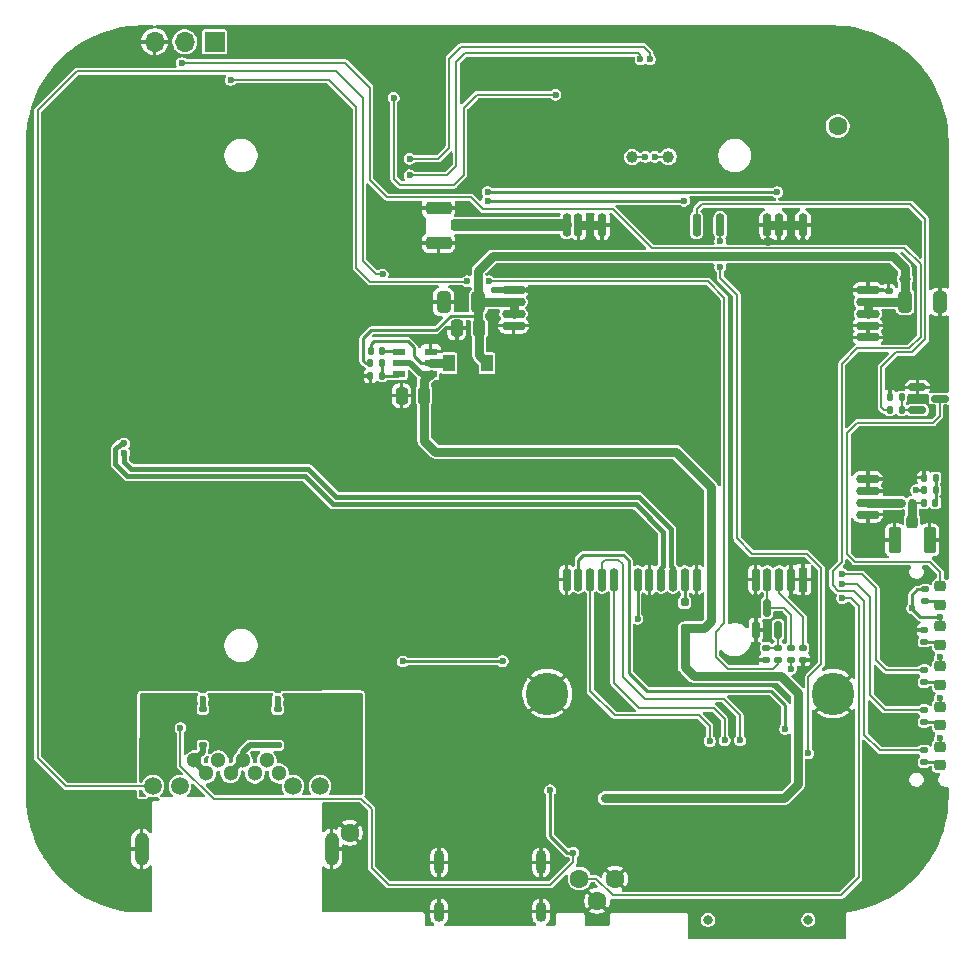
<source format=gbr>
%TF.GenerationSoftware,KiCad,Pcbnew,9.0.2*%
%TF.CreationDate,2025-06-30T16:53:14+07:00*%
%TF.ProjectId,GW11LR,47573131-4c52-42e6-9b69-6361645f7063,rev?*%
%TF.SameCoordinates,Original*%
%TF.FileFunction,Copper,L2,Bot*%
%TF.FilePolarity,Positive*%
%FSLAX46Y46*%
G04 Gerber Fmt 4.6, Leading zero omitted, Abs format (unit mm)*
G04 Created by KiCad (PCBNEW 9.0.2) date 2025-06-30 16:53:14*
%MOMM*%
%LPD*%
G01*
G04 APERTURE LIST*
G04 Aperture macros list*
%AMRoundRect*
0 Rectangle with rounded corners*
0 $1 Rounding radius*
0 $2 $3 $4 $5 $6 $7 $8 $9 X,Y pos of 4 corners*
0 Add a 4 corners polygon primitive as box body*
4,1,4,$2,$3,$4,$5,$6,$7,$8,$9,$2,$3,0*
0 Add four circle primitives for the rounded corners*
1,1,$1+$1,$2,$3*
1,1,$1+$1,$4,$5*
1,1,$1+$1,$6,$7*
1,1,$1+$1,$8,$9*
0 Add four rect primitives between the rounded corners*
20,1,$1+$1,$2,$3,$4,$5,0*
20,1,$1+$1,$4,$5,$6,$7,0*
20,1,$1+$1,$6,$7,$8,$9,0*
20,1,$1+$1,$8,$9,$2,$3,0*%
G04 Aperture macros list end*
%TA.AperFunction,ComponentPad*%
%ADD10C,1.300000*%
%TD*%
%TA.AperFunction,ComponentPad*%
%ADD11C,1.500000*%
%TD*%
%TA.AperFunction,ComponentPad*%
%ADD12O,1.200000X2.800000*%
%TD*%
%TA.AperFunction,ComponentPad*%
%ADD13C,1.600000*%
%TD*%
%TA.AperFunction,HeatsinkPad*%
%ADD14O,0.900000X2.000000*%
%TD*%
%TA.AperFunction,HeatsinkPad*%
%ADD15O,0.900000X1.700000*%
%TD*%
%TA.AperFunction,ComponentPad*%
%ADD16C,3.600000*%
%TD*%
%TA.AperFunction,ComponentPad*%
%ADD17C,0.800000*%
%TD*%
%TA.AperFunction,ComponentPad*%
%ADD18R,1.700000X1.700000*%
%TD*%
%TA.AperFunction,ComponentPad*%
%ADD19O,1.700000X1.700000*%
%TD*%
%TA.AperFunction,SMDPad,CuDef*%
%ADD20RoundRect,0.135000X-0.185000X0.135000X-0.185000X-0.135000X0.185000X-0.135000X0.185000X0.135000X0*%
%TD*%
%TA.AperFunction,SMDPad,CuDef*%
%ADD21RoundRect,0.135000X0.185000X-0.135000X0.185000X0.135000X-0.185000X0.135000X-0.185000X-0.135000X0*%
%TD*%
%TA.AperFunction,SMDPad,CuDef*%
%ADD22RoundRect,0.140000X0.140000X0.170000X-0.140000X0.170000X-0.140000X-0.170000X0.140000X-0.170000X0*%
%TD*%
%TA.AperFunction,SMDPad,CuDef*%
%ADD23RoundRect,0.218750X0.256250X-0.218750X0.256250X0.218750X-0.256250X0.218750X-0.256250X-0.218750X0*%
%TD*%
%TA.AperFunction,SMDPad,CuDef*%
%ADD24R,1.100000X0.600000*%
%TD*%
%TA.AperFunction,SMDPad,CuDef*%
%ADD25C,1.000000*%
%TD*%
%TA.AperFunction,SMDPad,CuDef*%
%ADD26RoundRect,0.140000X-0.140000X-0.170000X0.140000X-0.170000X0.140000X0.170000X-0.140000X0.170000X0*%
%TD*%
%TA.AperFunction,SMDPad,CuDef*%
%ADD27RoundRect,0.250000X-0.325000X-0.650000X0.325000X-0.650000X0.325000X0.650000X-0.325000X0.650000X0*%
%TD*%
%TA.AperFunction,SMDPad,CuDef*%
%ADD28RoundRect,0.135000X0.135000X0.185000X-0.135000X0.185000X-0.135000X-0.185000X0.135000X-0.185000X0*%
%TD*%
%TA.AperFunction,SMDPad,CuDef*%
%ADD29RoundRect,0.250000X-0.250000X-0.475000X0.250000X-0.475000X0.250000X0.475000X-0.250000X0.475000X0*%
%TD*%
%TA.AperFunction,SMDPad,CuDef*%
%ADD30RoundRect,0.250000X-0.250000X0.275000X-0.250000X-0.275000X0.250000X-0.275000X0.250000X0.275000X0*%
%TD*%
%TA.AperFunction,SMDPad,CuDef*%
%ADD31RoundRect,0.250000X-0.275000X0.850000X-0.275000X-0.850000X0.275000X-0.850000X0.275000X0.850000X0*%
%TD*%
%TA.AperFunction,SMDPad,CuDef*%
%ADD32RoundRect,0.175000X-0.175000X0.175000X-0.175000X-0.175000X0.175000X-0.175000X0.175000X0.175000X0*%
%TD*%
%TA.AperFunction,SMDPad,CuDef*%
%ADD33R,1.000000X1.400000*%
%TD*%
%TA.AperFunction,SMDPad,CuDef*%
%ADD34R,0.750000X2.000000*%
%TD*%
%TA.AperFunction,SMDPad,CuDef*%
%ADD35O,0.750000X2.000000*%
%TD*%
%TA.AperFunction,SMDPad,CuDef*%
%ADD36O,2.000000X0.750000*%
%TD*%
%TA.AperFunction,SMDPad,CuDef*%
%ADD37RoundRect,0.218750X-0.256250X0.218750X-0.256250X-0.218750X0.256250X-0.218750X0.256250X0.218750X0*%
%TD*%
%TA.AperFunction,SMDPad,CuDef*%
%ADD38RoundRect,0.150000X-0.587500X-0.150000X0.587500X-0.150000X0.587500X0.150000X-0.587500X0.150000X0*%
%TD*%
%TA.AperFunction,SMDPad,CuDef*%
%ADD39RoundRect,0.135000X-0.135000X-0.185000X0.135000X-0.185000X0.135000X0.185000X-0.135000X0.185000X0*%
%TD*%
%TA.AperFunction,SMDPad,CuDef*%
%ADD40RoundRect,0.147500X0.147500X0.172500X-0.147500X0.172500X-0.147500X-0.172500X0.147500X-0.172500X0*%
%TD*%
%TA.AperFunction,SMDPad,CuDef*%
%ADD41RoundRect,0.140000X0.170000X-0.140000X0.170000X0.140000X-0.170000X0.140000X-0.170000X-0.140000X0*%
%TD*%
%TA.AperFunction,SMDPad,CuDef*%
%ADD42RoundRect,0.150000X0.150000X-0.587500X0.150000X0.587500X-0.150000X0.587500X-0.150000X-0.587500X0*%
%TD*%
%TA.AperFunction,SMDPad,CuDef*%
%ADD43RoundRect,0.250000X0.275000X0.250000X-0.275000X0.250000X-0.275000X-0.250000X0.275000X-0.250000X0*%
%TD*%
%TA.AperFunction,SMDPad,CuDef*%
%ADD44RoundRect,0.250000X0.850000X0.275000X-0.850000X0.275000X-0.850000X-0.275000X0.850000X-0.275000X0*%
%TD*%
%TA.AperFunction,ViaPad*%
%ADD45C,0.600000*%
%TD*%
%TA.AperFunction,Conductor*%
%ADD46C,0.508000*%
%TD*%
%TA.AperFunction,Conductor*%
%ADD47C,0.762000*%
%TD*%
%TA.AperFunction,Conductor*%
%ADD48C,0.254000*%
%TD*%
%TA.AperFunction,Conductor*%
%ADD49C,0.200000*%
%TD*%
%TA.AperFunction,Conductor*%
%ADD50C,1.000000*%
%TD*%
%TA.AperFunction,Conductor*%
%ADD51C,0.438404*%
%TD*%
G04 APERTURE END LIST*
D10*
%TO.P,RJ2,1,1*%
%TO.N,/Ethernet-Connector/TXP*%
X137120000Y-125167500D03*
%TO.P,RJ2,2,2*%
%TO.N,/Ethernet-Connector/TXN*%
X136100000Y-124067500D03*
%TO.P,RJ2,3,3*%
%TO.N,/Ethernet-Connector/RXP*%
X135080000Y-125167500D03*
%TO.P,RJ2,4,4*%
%TO.N,/Ethernet-Connector/VB1*%
X134060000Y-124067500D03*
%TO.P,RJ2,5,5*%
X133040000Y-125167500D03*
%TO.P,RJ2,6,6*%
%TO.N,/Ethernet-Connector/RXN*%
X132020000Y-124067500D03*
%TO.P,RJ2,7,7*%
%TO.N,/Ethernet-Connector/VB2*%
X131000000Y-125167500D03*
%TO.P,RJ2,8,8*%
X129980000Y-124067500D03*
D11*
%TO.P,RJ2,9,LED-R-*%
%TO.N,unconnected-(RJ2-LED-R--Pad9)*%
X140630000Y-126247500D03*
%TO.P,RJ2,10,LED-R+*%
%TO.N,unconnected-(RJ2-LED-R+-Pad10)*%
X138330000Y-126247500D03*
%TO.P,RJ2,11,LED-L-*%
%TO.N,Net-(RJ2-LED-L-)*%
X128770000Y-126247500D03*
%TO.P,RJ2,12,LED-L+*%
%TO.N,/Ethernet-Connector/Ethernet:LINK_0*%
X126480000Y-126247500D03*
D12*
%TO.P,RJ2,13,13*%
%TO.N,GND*%
X141590000Y-131567500D03*
%TO.P,RJ2,14,14*%
X125510000Y-131567500D03*
%TD*%
D13*
%TO.P,CN1,*%
%TO.N,*%
X184458000Y-70358000D03*
%TD*%
D14*
%TO.P,J3,S1,SHIELD*%
%TO.N,GND*%
X150705000Y-132695000D03*
D15*
X150705000Y-136865000D03*
D14*
X159345000Y-132695000D03*
D15*
X159345000Y-136865000D03*
%TD*%
D13*
%TO.P,SW1,1,1*%
%TO.N,/HLK7628/HLK7628:WDT_RST_N*%
X162584000Y-134070000D03*
%TO.P,SW1,2,2*%
%TO.N,GND*%
X165584000Y-134070000D03*
%TO.P,SW1,3,3*%
X164084000Y-135930000D03*
%TD*%
D16*
%TO.P,H5,1,1*%
%TO.N,GND*%
X159858000Y-118408000D03*
%TD*%
%TO.P,H6,1,1*%
%TO.N,GND*%
X184058000Y-118408000D03*
%TD*%
D13*
%TO.P,C7,1*%
%TO.N,Net-(C7-Pad1)*%
X143125000Y-125175000D03*
%TO.P,C7,2*%
%TO.N,GND*%
X143125000Y-130175000D03*
%TD*%
D17*
%TO.P,SIM1,*%
%TO.N,*%
X173460400Y-137566400D03*
X181960400Y-137566400D03*
%TD*%
D18*
%TO.P,J4,1,Pin_1*%
%TO.N,/HLK7628/HLK7628:UART_TXD0*%
X131700000Y-63225000D03*
D19*
%TO.P,J4,2,Pin_2*%
%TO.N,/HLK7628/HLK7628:UART_RXD0*%
X129160000Y-63225000D03*
%TO.P,J4,3,Pin_3*%
%TO.N,GND*%
X126620000Y-63225000D03*
%TD*%
D20*
%TO.P,R41,1*%
%TO.N,/HLK7628/HLK7628:EPHY_LED2*%
X191775000Y-116415000D03*
%TO.P,R41,2*%
%TO.N,Net-(D12-K)*%
X191775000Y-117435000D03*
%TD*%
%TO.P,R46,1*%
%TO.N,Net-(C7-Pad1)*%
X137025000Y-121765000D03*
%TO.P,R46,2*%
%TO.N,/Ethernet-Connector/VB1*%
X137025000Y-122785000D03*
%TD*%
D21*
%TO.P,R47,1*%
%TO.N,Net-(C7-Pad1)*%
X130700000Y-120760000D03*
%TO.P,R47,2*%
%TO.N,/Ethernet-Connector/VA2*%
X130700000Y-119740000D03*
%TD*%
D22*
%TO.P,C26,1*%
%TO.N,Net-(J1-In)*%
X190730000Y-102250000D03*
%TO.P,C26,2*%
%TO.N,Net-(U1-GNSS_ANT)*%
X189770000Y-102250000D03*
%TD*%
D23*
%TO.P,D8,1,K*%
%TO.N,Net-(D8-K)*%
X193125000Y-124487500D03*
%TO.P,D8,2,A*%
%TO.N,+3V3*%
X193125000Y-122912500D03*
%TD*%
D24*
%TO.P,U5,1,GND*%
%TO.N,GND*%
X149975000Y-89450000D03*
%TO.P,U5,2,SW*%
%TO.N,Net-(U5-SW)*%
X149975000Y-90400000D03*
%TO.P,U5,3,VIN*%
%TO.N,+5V*%
X149975000Y-91350000D03*
%TO.P,U5,4,VFB*%
%TO.N,Net-(U5-VFB)*%
X147275000Y-91350000D03*
%TO.P,U5,5,EN*%
%TO.N,+5V*%
X147275000Y-90400000D03*
%TO.P,U5,6,VBST*%
%TO.N,Net-(U5-VBST)*%
X147275000Y-89450000D03*
%TD*%
D20*
%TO.P,R36,1*%
%TO.N,/HLK7628/HLK7628:WLED_N*%
X191775000Y-123190000D03*
%TO.P,R36,2*%
%TO.N,Net-(D8-K)*%
X191775000Y-124210000D03*
%TD*%
D25*
%TO.P,TP10,1,1*%
%TO.N,+3V8*%
X190150000Y-83275000D03*
%TD*%
D20*
%TO.P,R45,1*%
%TO.N,Net-(C7-Pad1)*%
X130700000Y-121765000D03*
%TO.P,R45,2*%
%TO.N,/Ethernet-Connector/VB2*%
X130700000Y-122785000D03*
%TD*%
D26*
%TO.P,C27,1*%
%TO.N,Net-(U5-SW)*%
X144910000Y-89400000D03*
%TO.P,C27,2*%
%TO.N,Net-(U5-VBST)*%
X145870000Y-89400000D03*
%TD*%
D27*
%TO.P,C23,1*%
%TO.N,+3V8*%
X190150000Y-85250000D03*
%TO.P,C23,2*%
%TO.N,GND*%
X193100000Y-85250000D03*
%TD*%
D28*
%TO.P,R4,1*%
%TO.N,Net-(Q1-B)*%
X189872500Y-93287500D03*
%TO.P,R4,2*%
%TO.N,GND*%
X188852500Y-93287500D03*
%TD*%
D20*
%TO.P,R34,1*%
%TO.N,Net-(Q5-B)*%
X178400000Y-114525000D03*
%TO.P,R34,2*%
%TO.N,GND*%
X178400000Y-115545000D03*
%TD*%
D25*
%TO.P,TP20,1,1*%
%TO.N,/HLK7628/HLK7628:I2C_SCLK*%
X170100000Y-72950000D03*
%TD*%
D29*
%TO.P,C8,1*%
%TO.N,GND*%
X147535000Y-93175000D03*
%TO.P,C8,2*%
%TO.N,+5V*%
X149435000Y-93175000D03*
%TD*%
D23*
%TO.P,D9,1,K*%
%TO.N,Net-(D9-K)*%
X193125000Y-121087500D03*
%TO.P,D9,2,A*%
%TO.N,+3V3*%
X193125000Y-119512500D03*
%TD*%
D27*
%TO.P,C18,1*%
%TO.N,GND*%
X151075000Y-85250000D03*
%TO.P,C18,2*%
%TO.N,+3V8*%
X154025000Y-85250000D03*
%TD*%
D30*
%TO.P,J1,1,In*%
%TO.N,Net-(J1-In)*%
X190750000Y-103875000D03*
D31*
%TO.P,J1,2,Ext*%
%TO.N,GND*%
X192225000Y-105400000D03*
X189275000Y-105400000D03*
%TD*%
D32*
%TO.P,D10,1,K*%
%TO.N,Net-(D10-K)*%
X171500000Y-110675000D03*
%TO.P,D10,2,A*%
%TO.N,+5V*%
X171500000Y-112875000D03*
%TD*%
D20*
%TO.P,R24,1*%
%TO.N,1V8_POWERKEY*%
X181525000Y-114525000D03*
%TO.P,R24,2*%
%TO.N,GND*%
X181525000Y-115545000D03*
%TD*%
D23*
%TO.P,D12,1,K*%
%TO.N,Net-(D12-K)*%
X193125000Y-117687500D03*
%TO.P,D12,2,A*%
%TO.N,+3V3*%
X193125000Y-116112500D03*
%TD*%
D20*
%TO.P,R35,1*%
%TO.N,Net-(Q5-B)*%
X179425000Y-114525000D03*
%TO.P,R35,2*%
%TO.N,/GSM Module/GSM_MODULE:RESET*%
X179425000Y-115545000D03*
%TD*%
%TO.P,R40,1*%
%TO.N,/HLK7628/HLK7628:EPHY_LED3*%
X191775000Y-119790000D03*
%TO.P,R40,2*%
%TO.N,Net-(D9-K)*%
X191775000Y-120810000D03*
%TD*%
D21*
%TO.P,R33,1*%
%TO.N,+1V8*%
X180475000Y-115535000D03*
%TO.P,R33,2*%
%TO.N,1V8_RESET*%
X180475000Y-114515000D03*
%TD*%
D33*
%TO.P,L2,1,1*%
%TO.N,Net-(U5-SW)*%
X151550000Y-90425000D03*
%TO.P,L2,2,2*%
%TO.N,+3V8*%
X154750000Y-90425000D03*
%TD*%
D20*
%TO.P,R3,1*%
%TO.N,+3V3*%
X191875000Y-109590000D03*
%TO.P,R3,2*%
%TO.N,Net-(D1-A)*%
X191875000Y-110610000D03*
%TD*%
D34*
%TO.P,U1,1,GND*%
%TO.N,GND*%
X181500000Y-108750000D03*
D35*
%TO.P,U1,2,GND*%
X180500000Y-108750000D03*
%TO.P,U1,3,PWRKEY*%
%TO.N,1V8_POWERKEY*%
X179500000Y-108750000D03*
%TO.P,U1,4,RESET*%
%TO.N,1V8_RESET*%
X178500000Y-108750000D03*
%TO.P,U1,5,GND*%
%TO.N,GND*%
X177500000Y-108750000D03*
%TO.P,U1,10,GND*%
X172500000Y-108750000D03*
%TO.P,U1,11,USB_VBUS*%
%TO.N,Net-(D10-K)*%
X171500000Y-108750000D03*
%TO.P,U1,12,USB_DN*%
%TO.N,/GSM Module/GSM_MODULE:USB_D-*%
X170500000Y-108750000D03*
%TO.P,U1,13,USB_DP*%
%TO.N,/GSM Module/GSM_MODULE:USB_D+*%
X169500000Y-108750000D03*
%TO.P,U1,14,GND*%
%TO.N,GND*%
X168500000Y-108750000D03*
%TO.P,U1,15,VDD_1V8*%
%TO.N,+1V8*%
X167500000Y-108750000D03*
%TO.P,U1,17,USIM_DATA*%
%TO.N,Net-(U1-USIM_DATA)*%
X165500000Y-108750000D03*
%TO.P,U1,18,USIM_RST*%
%TO.N,Net-(U1-USIM_RST)*%
X164500000Y-108750000D03*
%TO.P,U1,19,USIM_CLK*%
%TO.N,Net-(U1-USIM_CLK)*%
X163500000Y-108750000D03*
%TO.P,U1,20,USIM_VDD*%
%TO.N,Net-(D7-A2)*%
X162500000Y-108750000D03*
D36*
%TO.P,U1,37,GND*%
%TO.N,GND*%
X157000000Y-87250000D03*
%TO.P,U1,38,VBAT*%
%TO.N,+3V8*%
X157000000Y-86250000D03*
%TO.P,U1,39,VBAT*%
X157000000Y-85250000D03*
%TO.P,U1,40,GND*%
%TO.N,GND*%
X157000000Y-84250000D03*
D35*
%TO.P,U1,41,GND*%
X162500000Y-78750000D03*
%TO.P,U1,43,GND*%
X164500000Y-78750000D03*
%TO.P,U1,51,NETLIGHT*%
%TO.N,NETLIGHT*%
X172500000Y-78750000D03*
%TO.P,U1,53,USIM_DET*%
%TO.N,SIM_DET*%
X174500000Y-78750000D03*
%TO.P,U1,57,GND*%
%TO.N,GND*%
X178500000Y-78750000D03*
%TO.P,U1,58,GND*%
X179500000Y-78750000D03*
%TO.P,U1,60,GND*%
X181500000Y-78750000D03*
D36*
%TO.P,U1,61,GND*%
X187000000Y-84250000D03*
%TO.P,U1,62,VBAT*%
%TO.N,+3V8*%
X187000000Y-85250000D03*
%TO.P,U1,63,VBAT*%
X187000000Y-86250000D03*
%TO.P,U1,64,GND*%
%TO.N,GND*%
X187000000Y-87250000D03*
%TO.P,U1,65,GND*%
X187000000Y-88250000D03*
%TO.P,U1,77,GND*%
X187000000Y-100250000D03*
%TO.P,U1,78,GND*%
X187000000Y-101250000D03*
%TO.P,U1,79,GNSS_ANT*%
%TO.N,Net-(U1-GNSS_ANT)*%
X187000000Y-102250000D03*
%TO.P,U1,80,GND*%
%TO.N,GND*%
X187000000Y-103250000D03*
D35*
%TO.P,U1,81,GND*%
X161500000Y-108750000D03*
%TO.P,U1,82,MAIN_ANT*%
%TO.N,Net-(J2-In)*%
X161500000Y-78750000D03*
%TD*%
D25*
%TO.P,TP19,1,1*%
%TO.N,/HLK7628/HLK7628:I2C_SD*%
X167050000Y-72975000D03*
%TD*%
D37*
%TO.P,D1,1,K*%
%TO.N,Net-(D1-K)*%
X193125000Y-109312500D03*
%TO.P,D1,2,A*%
%TO.N,Net-(D1-A)*%
X193125000Y-110887500D03*
%TD*%
D38*
%TO.P,Q1,1,B*%
%TO.N,Net-(Q1-B)*%
X191200000Y-94375000D03*
%TO.P,Q1,2,E*%
%TO.N,GND*%
X191200000Y-92475000D03*
%TO.P,Q1,3,C*%
%TO.N,Net-(D1-K)*%
X193075000Y-93425000D03*
%TD*%
D25*
%TO.P,TP11,1,1*%
%TO.N,GND*%
X193125000Y-83275000D03*
%TD*%
D39*
%TO.P,R29,1*%
%TO.N,+3V3*%
X191725000Y-101175000D03*
%TO.P,R29,2*%
%TO.N,Net-(C28-Pad1)*%
X192745000Y-101175000D03*
%TD*%
D21*
%TO.P,R48,1*%
%TO.N,Net-(C7-Pad1)*%
X137025000Y-120760000D03*
%TO.P,R48,2*%
%TO.N,/Ethernet-Connector/VA1*%
X137025000Y-119740000D03*
%TD*%
D29*
%TO.P,C17,1*%
%TO.N,GND*%
X152200000Y-87475000D03*
%TO.P,C17,2*%
%TO.N,+3V8*%
X154100000Y-87475000D03*
%TD*%
D28*
%TO.P,R16,1*%
%TO.N,Net-(U5-VFB)*%
X145900000Y-91500000D03*
%TO.P,R16,2*%
%TO.N,GND*%
X144880000Y-91500000D03*
%TD*%
D40*
%TO.P,L4,1,1*%
%TO.N,Net-(C28-Pad1)*%
X192720000Y-102250000D03*
%TO.P,L4,2,2*%
%TO.N,Net-(J1-In)*%
X191750000Y-102250000D03*
%TD*%
D28*
%TO.P,R5,1*%
%TO.N,Net-(Q1-B)*%
X189872500Y-94362500D03*
%TO.P,R5,2*%
%TO.N,NETLIGHT*%
X188852500Y-94362500D03*
%TD*%
D23*
%TO.P,D3,1,K*%
%TO.N,Net-(D3-K)*%
X193125000Y-114287500D03*
%TO.P,D3,2,A*%
%TO.N,+3V3*%
X193125000Y-112712500D03*
%TD*%
D22*
%TO.P,C28,1*%
%TO.N,Net-(C28-Pad1)*%
X192735000Y-100125000D03*
%TO.P,C28,2*%
%TO.N,GND*%
X191775000Y-100125000D03*
%TD*%
D41*
%TO.P,C21,1*%
%TO.N,+3V8*%
X188750000Y-85250000D03*
%TO.P,C21,2*%
%TO.N,GND*%
X188750000Y-84290000D03*
%TD*%
D42*
%TO.P,Q5,1,B*%
%TO.N,Net-(Q5-B)*%
X179412500Y-113012500D03*
%TO.P,Q5,2,E*%
%TO.N,GND*%
X177512500Y-113012500D03*
%TO.P,Q5,3,C*%
%TO.N,1V8_RESET*%
X178462500Y-111137500D03*
%TD*%
D20*
%TO.P,R1,1*%
%TO.N,GND*%
X191775000Y-113015000D03*
%TO.P,R1,2*%
%TO.N,Net-(D3-K)*%
X191775000Y-114035000D03*
%TD*%
D39*
%TO.P,R12,1*%
%TO.N,+3V8*%
X144880000Y-90450000D03*
%TO.P,R12,2*%
%TO.N,Net-(U5-VFB)*%
X145900000Y-90450000D03*
%TD*%
D43*
%TO.P,J2,1,In*%
%TO.N,Net-(J2-In)*%
X152180000Y-78775000D03*
D44*
%TO.P,J2,2,Ext*%
%TO.N,GND*%
X150655000Y-80250000D03*
X150655000Y-77300000D03*
%TD*%
D41*
%TO.P,C20,1*%
%TO.N,+3V8*%
X155400000Y-85230000D03*
%TO.P,C20,2*%
%TO.N,GND*%
X155400000Y-84270000D03*
%TD*%
D45*
%TO.N,GND*%
X124300000Y-70350000D03*
X164960000Y-72950000D03*
X159442000Y-120725000D03*
X166140000Y-67770000D03*
X158225000Y-133200000D03*
X139250000Y-112375000D03*
X158350000Y-84250000D03*
X135750000Y-109846798D03*
X150775000Y-116510000D03*
X178520000Y-80080000D03*
X172510000Y-107190000D03*
X164520000Y-80290000D03*
X127250000Y-71750000D03*
X150775000Y-117260000D03*
X145825000Y-95525000D03*
X124275000Y-74550000D03*
X124350000Y-78750000D03*
X128500000Y-109575000D03*
X162875000Y-62925000D03*
X150350000Y-95230000D03*
X152625000Y-82225000D03*
X155640000Y-66850000D03*
X169350000Y-67600000D03*
X181500000Y-80060000D03*
X162500000Y-80310000D03*
X170500000Y-110300000D03*
X127228265Y-98300000D03*
X147275000Y-79925000D03*
X149950000Y-116500000D03*
X188500000Y-100225000D03*
X151550000Y-116500000D03*
X188500000Y-101275000D03*
X180560000Y-67770000D03*
X177540000Y-107230000D03*
X173750000Y-73130000D03*
X169500000Y-110275000D03*
X163825000Y-126600000D03*
X124325000Y-75975000D03*
X151550000Y-117250000D03*
X170160000Y-67590000D03*
X127300000Y-73175000D03*
X127228265Y-96925000D03*
X145775000Y-68950000D03*
X163825000Y-127200000D03*
X193100000Y-86750000D03*
X151550000Y-118025000D03*
X188225000Y-105400000D03*
X138300000Y-109825000D03*
X160960000Y-72930000D03*
X190925000Y-113025000D03*
X158770000Y-66860000D03*
X149950000Y-117250000D03*
X182550000Y-73140000D03*
X163760000Y-67770000D03*
X129425000Y-112575000D03*
X149950000Y-118025000D03*
X150775000Y-118035000D03*
X124300000Y-77325000D03*
X182560000Y-75790000D03*
X131950000Y-112550000D03*
X124250000Y-68925000D03*
X177500000Y-110270000D03*
X163825000Y-126000000D03*
X145750000Y-71750000D03*
X172510000Y-110270000D03*
X166960000Y-67780000D03*
%TO.N,+5V*%
X164725000Y-127275000D03*
X166750000Y-127250000D03*
X166075000Y-127275000D03*
X165400000Y-127275000D03*
%TO.N,+3V3*%
X193125000Y-111925000D03*
X128800000Y-121325000D03*
X147637500Y-115687500D03*
X191100000Y-101175000D03*
X162075000Y-131875000D03*
X156076000Y-115650000D03*
X193125000Y-122150000D03*
X193125000Y-118750000D03*
X193125000Y-115325000D03*
X190750000Y-111200000D03*
X160100000Y-126600000D03*
%TO.N,/HLK7628/HLK7628:WDT_RST_N*%
X184825000Y-110319000D03*
%TO.N,Net-(D7-A2)*%
X180000000Y-121400000D03*
%TO.N,+1V8*%
X180475000Y-116325000D03*
X167500000Y-112081000D03*
%TO.N,/HLK7628/HLK7628:I2C_SCLK*%
X168958000Y-72950000D03*
%TO.N,/HLK7628/HLK7628:I2S_SDI*%
X171449000Y-76677003D03*
X154797997Y-76677003D03*
%TO.N,Net-(CN1-Pad31)*%
X148200000Y-73125000D03*
X168550000Y-64700000D03*
%TO.N,Net-(CN1-Pad33)*%
X148200000Y-74525000D03*
X167750000Y-64700000D03*
%TO.N,/HLK7628/HLK7628:SPI_CS0*%
X146850000Y-67970000D03*
X160558000Y-67700000D03*
%TO.N,/HLK7628/HLK7628:I2C_SD*%
X168158000Y-72975000D03*
%TO.N,/HLK7628/HLK7628:I2S_SDO*%
X154800000Y-75947997D03*
X179325000Y-75958002D03*
%TO.N,SIM_DET*%
X181975000Y-123450000D03*
X174500000Y-82281000D03*
X174500000Y-80100000D03*
%TO.N,Net-(U1-USIM_DATA)*%
X174875000Y-122375000D03*
%TO.N,Net-(U1-USIM_CLK)*%
X173625000Y-122425000D03*
%TO.N,Net-(U1-USIM_RST)*%
X176175000Y-122375000D03*
%TO.N,/GSM Module/GSM_MODULE:RESET*%
X133050000Y-66450000D03*
X154906000Y-83500000D03*
X153075000Y-83500000D03*
%TO.N,/HLK7628/HLK7628:WLED_N*%
X128925000Y-65025000D03*
%TO.N,/HLK7628/HLK7628:EPHY_LED3*%
X184825000Y-109118000D03*
%TO.N,/HLK7628/HLK7628:EPHY_LED2*%
X184847476Y-108291946D03*
%TO.N,/Ethernet-Connector/Ethernet:LINK_0*%
X145925000Y-82925000D03*
%TO.N,/GSM Module/GSM_MODULE:USB_D-*%
X124024458Y-98035519D03*
%TO.N,/GSM Module/GSM_MODULE:USB_D+*%
X124024458Y-97232319D03*
%TO.N,/Ethernet-Connector/VA1*%
X137025000Y-118875000D03*
%TO.N,/Ethernet-Connector/VA2*%
X130700000Y-118875000D03*
%TD*%
D46*
%TO.N,GND*%
X155400000Y-84270000D02*
X156980000Y-84270000D01*
D47*
X178500000Y-80060000D02*
X178520000Y-80080000D01*
D46*
X156980000Y-84270000D02*
X157000000Y-84250000D01*
D47*
X164500000Y-78750000D02*
X162500000Y-78750000D01*
X178500000Y-78750000D02*
X181500000Y-78750000D01*
%TO.N,+5V*%
X179900000Y-127275000D02*
X164725000Y-127275000D01*
X181093000Y-126082000D02*
X179900000Y-127275000D01*
X179625000Y-116925000D02*
X181093000Y-118393000D01*
X149435000Y-91890000D02*
X149975000Y-91350000D01*
D46*
X149175000Y-91350000D02*
X148225000Y-90400000D01*
D47*
X149435000Y-93175000D02*
X149435000Y-91890000D01*
X149435000Y-96985000D02*
X150375000Y-97925000D01*
X150375000Y-97925000D02*
X170725000Y-97925000D01*
X171500000Y-116150000D02*
X172275000Y-116925000D01*
X181093000Y-118393000D02*
X181093000Y-126082000D01*
X173750000Y-100950000D02*
X173750000Y-112275000D01*
D46*
X148225000Y-90400000D02*
X147275000Y-90400000D01*
D47*
X173150000Y-112875000D02*
X171500000Y-112875000D01*
X172275000Y-116925000D02*
X179625000Y-116925000D01*
X149435000Y-93175000D02*
X149435000Y-96985000D01*
X170725000Y-97925000D02*
X173750000Y-100950000D01*
X171500000Y-112875000D02*
X171500000Y-116150000D01*
D46*
X149975000Y-91350000D02*
X149175000Y-91350000D01*
D47*
X173750000Y-112275000D02*
X173150000Y-112875000D01*
D48*
%TO.N,+3V3*%
X191725000Y-101175000D02*
X191100000Y-101175000D01*
X161525000Y-131875000D02*
X162075000Y-131875000D01*
D49*
X145000000Y-128175000D02*
X144123920Y-127298920D01*
D48*
X190750000Y-110025000D02*
X190750000Y-111175000D01*
X156076000Y-115650000D02*
X156038500Y-115687500D01*
D49*
X146425000Y-134600000D02*
X145000000Y-133175000D01*
D48*
X193125000Y-116112500D02*
X193125000Y-115325000D01*
D49*
X162075000Y-132650000D02*
X160125000Y-134600000D01*
X131598920Y-127298920D02*
X128800000Y-124500000D01*
D48*
X193125000Y-122912500D02*
X193125000Y-122150000D01*
X160350000Y-130700000D02*
X161525000Y-131875000D01*
D49*
X160125000Y-134600000D02*
X146425000Y-134600000D01*
D48*
X190750000Y-111225000D02*
X191450000Y-111925000D01*
X190750000Y-111175000D02*
X190750000Y-111225000D01*
D49*
X128800000Y-124500000D02*
X128800000Y-121325000D01*
D48*
X191450000Y-111925000D02*
X193125000Y-111925000D01*
D49*
X162075000Y-131875000D02*
X162075000Y-132650000D01*
D48*
X193125000Y-112712500D02*
X193125000Y-111925000D01*
X160100000Y-130450000D02*
X160100000Y-126600000D01*
X191185000Y-109590000D02*
X190750000Y-110025000D01*
D49*
X145000000Y-133175000D02*
X145000000Y-128175000D01*
D48*
X191875000Y-109590000D02*
X191185000Y-109590000D01*
D49*
X144123920Y-127298920D02*
X131598920Y-127298920D01*
D48*
X156038500Y-115687500D02*
X147637500Y-115687500D01*
X193125000Y-119512500D02*
X193125000Y-118750000D01*
X160350000Y-130700000D02*
X160100000Y-130450000D01*
D47*
%TO.N,+3V8*%
X154025000Y-85250000D02*
X154025000Y-82600000D01*
D48*
X151668000Y-86422000D02*
X150447171Y-87642829D01*
D47*
X154025000Y-82600000D02*
X155225000Y-81400000D01*
X157000000Y-85250000D02*
X157000000Y-86250000D01*
D48*
X154025000Y-86570000D02*
X153877000Y-86422000D01*
D47*
X154100000Y-89775000D02*
X154750000Y-90425000D01*
D48*
X144275000Y-88335000D02*
X144275000Y-90225000D01*
D47*
X190150000Y-85250000D02*
X187000000Y-85250000D01*
X154025000Y-87400000D02*
X154100000Y-87475000D01*
X154100000Y-87475000D02*
X154100000Y-89775000D01*
D48*
X144275000Y-90225000D02*
X144500000Y-90450000D01*
D47*
X187000000Y-85250000D02*
X187000000Y-86250000D01*
X154025000Y-85250000D02*
X154025000Y-86570000D01*
X155225000Y-81400000D02*
X189150000Y-81400000D01*
D48*
X153877000Y-86422000D02*
X151668000Y-86422000D01*
D47*
X189150000Y-81400000D02*
X190150000Y-82400000D01*
X154025000Y-86570000D02*
X154025000Y-87400000D01*
D48*
X144500000Y-90450000D02*
X144880000Y-90450000D01*
D47*
X190150000Y-82400000D02*
X190150000Y-85250000D01*
X157000000Y-85250000D02*
X154025000Y-85250000D01*
D48*
X150447171Y-87642829D02*
X144967171Y-87642829D01*
X144967171Y-87642829D02*
X144275000Y-88335000D01*
D49*
%TO.N,/HLK7628/HLK7628:WDT_RST_N*%
X186225000Y-110975000D02*
X186225000Y-133975000D01*
X186225000Y-133975000D02*
X184700000Y-135500000D01*
X165400000Y-135500000D02*
X163970000Y-134070000D01*
X163970000Y-134070000D02*
X162584000Y-134070000D01*
X185569000Y-110319000D02*
X186225000Y-110975000D01*
X184825000Y-110319000D02*
X185569000Y-110319000D01*
X184700000Y-135500000D02*
X165400000Y-135500000D01*
D47*
%TO.N,Net-(U1-GNSS_ANT)*%
X187000000Y-102250000D02*
X189770000Y-102250000D01*
%TO.N,Net-(J1-In)*%
X190730000Y-102250000D02*
X190730000Y-103855000D01*
D49*
X191750000Y-102250000D02*
X190730000Y-102250000D01*
D47*
X190730000Y-103855000D02*
X190750000Y-103875000D01*
D48*
%TO.N,Net-(U5-VBST)*%
X147225000Y-89400000D02*
X147275000Y-89450000D01*
X145870000Y-89400000D02*
X147225000Y-89400000D01*
%TO.N,Net-(U5-SW)*%
X149171000Y-90400000D02*
X149975000Y-90400000D01*
X144910000Y-88815000D02*
X145150000Y-88575000D01*
D47*
X149975000Y-90400000D02*
X151525000Y-90400000D01*
D48*
X148575000Y-89804000D02*
X149171000Y-90400000D01*
X148075000Y-88575000D02*
X148575000Y-89075000D01*
X144910000Y-89400000D02*
X144910000Y-88815000D01*
D47*
X151525000Y-90400000D02*
X151550000Y-90425000D01*
D48*
X148575000Y-89075000D02*
X148575000Y-89804000D01*
X145150000Y-88575000D02*
X148075000Y-88575000D01*
%TO.N,Net-(C28-Pad1)*%
X192735000Y-100125000D02*
X192735000Y-102235000D01*
X192735000Y-102235000D02*
X192720000Y-102250000D01*
%TO.N,Net-(D7-A2)*%
X162900000Y-106675000D02*
X162500000Y-107075000D01*
X162500000Y-107075000D02*
X162500000Y-108750000D01*
X180000000Y-121400000D02*
X180000000Y-119375000D01*
X178825000Y-118200000D02*
X168325000Y-118200000D01*
X166750000Y-116625000D02*
X166750000Y-107125000D01*
X180000000Y-119375000D02*
X178825000Y-118200000D01*
X166750000Y-107125000D02*
X166300000Y-106675000D01*
X168325000Y-118200000D02*
X166750000Y-116625000D01*
D49*
X180000000Y-121400000D02*
X180000000Y-121300000D01*
D48*
X166300000Y-106675000D02*
X162900000Y-106675000D01*
%TO.N,+1V8*%
X167500000Y-112081000D02*
X167500000Y-108750000D01*
D49*
X180475000Y-116325000D02*
X180475000Y-115535000D01*
%TO.N,1V8_RESET*%
X178500000Y-108750000D02*
X178500000Y-111100000D01*
X179887500Y-111137500D02*
X180475000Y-111725000D01*
X178462500Y-111137500D02*
X179887500Y-111137500D01*
X180475000Y-111725000D02*
X180475000Y-114515000D01*
X178500000Y-111100000D02*
X178462500Y-111137500D01*
%TO.N,/HLK7628/HLK7628:I2C_SCLK*%
X168958000Y-72950000D02*
X170100000Y-72950000D01*
D48*
%TO.N,/HLK7628/HLK7628:I2S_SDI*%
X154797997Y-76677003D02*
X154800000Y-76675000D01*
X171446997Y-76675000D02*
X171449000Y-76677003D01*
X154800000Y-76675000D02*
X171446997Y-76675000D01*
D49*
%TO.N,Net-(CN1-Pad31)*%
X152550000Y-63650000D02*
X168050000Y-63650000D01*
X148200000Y-73125000D02*
X150625000Y-73125000D01*
X150625000Y-73125000D02*
X151555235Y-72194765D01*
X151555235Y-72194765D02*
X151555235Y-64644765D01*
X168050000Y-63650000D02*
X168550000Y-64150000D01*
X168550000Y-64150000D02*
X168550000Y-64700000D01*
X151555235Y-64644765D02*
X152550000Y-63650000D01*
%TO.N,Net-(CN1-Pad33)*%
X152156235Y-73718765D02*
X152156235Y-65806235D01*
X152150000Y-64900000D02*
X152875000Y-64175000D01*
X151350000Y-74525000D02*
X152156235Y-73718765D01*
X148200000Y-74525000D02*
X151350000Y-74525000D01*
X167550000Y-64175000D02*
X167750000Y-64375000D01*
X152150000Y-65800000D02*
X152150000Y-64900000D01*
X152156235Y-65806235D02*
X152150000Y-65800000D01*
X167750000Y-64375000D02*
X167750000Y-64700000D01*
X152875000Y-64175000D02*
X167550000Y-64175000D01*
%TO.N,/HLK7628/HLK7628:SPI_CS0*%
X146850000Y-74800000D02*
X147399000Y-75349000D01*
X152775000Y-68800000D02*
X153875000Y-67700000D01*
X153875000Y-67700000D02*
X160558000Y-67700000D01*
X151951000Y-75349000D02*
X152775000Y-74525000D01*
X146850000Y-67970000D02*
X146850000Y-74800000D01*
X152775000Y-74525000D02*
X152775000Y-68800000D01*
X147399000Y-75349000D02*
X151951000Y-75349000D01*
%TO.N,/HLK7628/HLK7628:I2C_SD*%
X168158000Y-72975000D02*
X167050000Y-72975000D01*
D48*
%TO.N,/HLK7628/HLK7628:I2S_SDO*%
X179314995Y-75947997D02*
X179325000Y-75958002D01*
X154800000Y-75947997D02*
X179314995Y-75947997D01*
%TO.N,Net-(D3-K)*%
X192872500Y-114035000D02*
X193125000Y-114287500D01*
X191775000Y-114035000D02*
X192872500Y-114035000D01*
%TO.N,Net-(D10-K)*%
X171500000Y-110675000D02*
X171500000Y-108750000D01*
D50*
%TO.N,Net-(J2-In)*%
X152180000Y-78775000D02*
X161399000Y-78775000D01*
X161399000Y-78775000D02*
X161424000Y-78750000D01*
D48*
%TO.N,Net-(D8-K)*%
X191775000Y-124210000D02*
X192847500Y-124210000D01*
X192847500Y-124210000D02*
X193125000Y-124487500D01*
%TO.N,Net-(D9-K)*%
X192847500Y-120810000D02*
X193125000Y-121087500D01*
X191775000Y-120810000D02*
X192847500Y-120810000D01*
%TO.N,Net-(D12-K)*%
X192872500Y-117435000D02*
X193125000Y-117687500D01*
X191775000Y-117435000D02*
X192872500Y-117435000D01*
%TO.N,Net-(D1-A)*%
X192847500Y-110610000D02*
X193125000Y-110887500D01*
X191875000Y-110610000D02*
X192847500Y-110610000D01*
D49*
%TO.N,Net-(D1-K)*%
X192275000Y-107250000D02*
X185925000Y-107250000D01*
X193125000Y-108100000D02*
X192275000Y-107250000D01*
X193075000Y-94900000D02*
X193075000Y-93425000D01*
X185250000Y-96325000D02*
X186100000Y-95475000D01*
X185250000Y-106575000D02*
X185250000Y-96325000D01*
X192500000Y-95475000D02*
X193075000Y-94900000D01*
X185925000Y-107250000D02*
X185250000Y-106575000D01*
X193125000Y-109312500D02*
X193125000Y-108100000D01*
X186100000Y-95475000D02*
X192500000Y-95475000D01*
%TO.N,Net-(Q5-B)*%
X179412500Y-113012500D02*
X179412500Y-114512500D01*
X179425000Y-114525000D02*
X178400000Y-114525000D01*
X179412500Y-114512500D02*
X179425000Y-114525000D01*
%TO.N,Net-(Q1-B)*%
X189872500Y-93287500D02*
X189872500Y-94362500D01*
X189872500Y-94362500D02*
X191187500Y-94362500D01*
X191187500Y-94362500D02*
X191200000Y-94375000D01*
D48*
%TO.N,Net-(U5-VFB)*%
X147125000Y-91500000D02*
X147275000Y-91350000D01*
X145900000Y-91500000D02*
X147125000Y-91500000D01*
X145900000Y-90450000D02*
X145900000Y-91500000D01*
D49*
%TO.N,1V8_POWERKEY*%
X181525000Y-111925000D02*
X181525000Y-114525000D01*
X179500000Y-109900000D02*
X181525000Y-111925000D01*
X179500000Y-108750000D02*
X179500000Y-109900000D01*
%TO.N,SIM_DET*%
X174500000Y-82281000D02*
X174500000Y-83200000D01*
X181975000Y-117000000D02*
X181975000Y-117519737D01*
X181975000Y-119296263D02*
X181975000Y-123450000D01*
X183050000Y-107775000D02*
X183050000Y-115925000D01*
X174500000Y-78750000D02*
X174500000Y-80100000D01*
X177225000Y-106575000D02*
X181850000Y-106575000D01*
X183050000Y-115925000D02*
X181975000Y-117000000D01*
X174500000Y-83200000D02*
X175925000Y-84625000D01*
X181850000Y-106575000D02*
X183050000Y-107775000D01*
X181975000Y-117519737D02*
X181957000Y-117537737D01*
X175925000Y-84625000D02*
X175925000Y-105275000D01*
X175925000Y-105275000D02*
X177225000Y-106575000D01*
X181957000Y-119278263D02*
X181975000Y-119296263D01*
X181957000Y-117537737D02*
X181957000Y-119278263D01*
%TO.N,Net-(U1-USIM_DATA)*%
X167650000Y-119650000D02*
X165500000Y-117500000D01*
X174875000Y-122375000D02*
X174875000Y-120575000D01*
X165500000Y-117500000D02*
X165500000Y-108750000D01*
X173950000Y-119650000D02*
X167650000Y-119650000D01*
X174875000Y-120575000D02*
X173950000Y-119650000D01*
%TO.N,Net-(U1-USIM_CLK)*%
X173625000Y-122425000D02*
X173625000Y-121175000D01*
X172700000Y-120250000D02*
X165575000Y-120250000D01*
X163500000Y-118175000D02*
X163500000Y-108750000D01*
X165575000Y-120250000D02*
X163500000Y-118175000D01*
X173625000Y-121175000D02*
X172700000Y-120250000D01*
%TO.N,Net-(U1-USIM_RST)*%
X176175000Y-120225000D02*
X174800000Y-118850000D01*
X174800000Y-118850000D02*
X168125000Y-118850000D01*
X164775000Y-107100000D02*
X164500000Y-107375000D01*
X166250000Y-116975000D02*
X166250000Y-107475000D01*
X176175000Y-122375000D02*
X176175000Y-120225000D01*
X166250000Y-107475000D02*
X165875000Y-107100000D01*
X164500000Y-107375000D02*
X164500000Y-108750000D01*
X165875000Y-107100000D02*
X164775000Y-107100000D01*
X168125000Y-118850000D02*
X166250000Y-116975000D01*
%TO.N,/GSM Module/GSM_MODULE:RESET*%
X174124070Y-115274070D02*
X175166000Y-116316000D01*
X143675000Y-77525000D02*
X143675000Y-82375000D01*
X174850000Y-112463084D02*
X174124070Y-113189014D01*
X179009000Y-116316000D02*
X179425000Y-115900000D01*
X153049000Y-83526000D02*
X153075000Y-83500000D01*
X173450000Y-83500000D02*
X174850000Y-84900000D01*
X174124070Y-113189014D02*
X174124070Y-115274070D01*
X143675000Y-82375000D02*
X144625000Y-83325000D01*
X144826000Y-83526000D02*
X153049000Y-83526000D01*
X133050000Y-66450000D02*
X141400000Y-66450000D01*
X141400000Y-66450000D02*
X143675000Y-68725000D01*
X174850000Y-84900000D02*
X174850000Y-112463084D01*
X179425000Y-115900000D02*
X179425000Y-115545000D01*
X143675000Y-68725000D02*
X143675000Y-77525000D01*
X154906000Y-83500000D02*
X173450000Y-83500000D01*
X175166000Y-116316000D02*
X179009000Y-116316000D01*
X144625000Y-83325000D02*
X144826000Y-83526000D01*
%TO.N,/HLK7628/HLK7628:WLED_N*%
X165425000Y-77400000D02*
X154425000Y-77400000D01*
X184775000Y-107275000D02*
X184775000Y-90500000D01*
X185843000Y-109718000D02*
X184493000Y-109718000D01*
X154425000Y-77400000D02*
X153415000Y-76390000D01*
X190500000Y-89175000D02*
X191475000Y-88200000D01*
X184775000Y-90500000D02*
X186100000Y-89175000D01*
X144825000Y-67100000D02*
X142737316Y-65012316D01*
X128937684Y-65012316D02*
X128925000Y-65025000D01*
X184025000Y-109250000D02*
X184025000Y-108025000D01*
X146315000Y-76390000D02*
X144825000Y-74900000D01*
X184493000Y-109718000D02*
X184025000Y-109250000D01*
X190100000Y-80700000D02*
X168725000Y-80700000D01*
X188015000Y-123190000D02*
X186700000Y-121875000D01*
X184025000Y-108025000D02*
X184775000Y-107275000D01*
X142737316Y-65012316D02*
X128937684Y-65012316D01*
X144825000Y-74900000D02*
X144825000Y-67100000D01*
X168725000Y-80700000D02*
X165425000Y-77400000D01*
X186100000Y-89175000D02*
X190500000Y-89175000D01*
X191475000Y-88200000D02*
X191475000Y-82075000D01*
X191475000Y-82075000D02*
X190100000Y-80700000D01*
X186700000Y-121875000D02*
X186700000Y-110575000D01*
X191775000Y-123190000D02*
X188015000Y-123190000D01*
X153415000Y-76390000D02*
X146315000Y-76390000D01*
X186700000Y-110575000D02*
X185843000Y-109718000D01*
%TO.N,/HLK7628/HLK7628:EPHY_LED3*%
X186100000Y-109118000D02*
X187200000Y-110218000D01*
X188440000Y-119790000D02*
X191775000Y-119790000D01*
X184825000Y-109118000D02*
X186100000Y-109118000D01*
X187200000Y-110218000D02*
X187200000Y-118550000D01*
X187200000Y-118550000D02*
X188440000Y-119790000D01*
%TO.N,/HLK7628/HLK7628:EPHY_LED2*%
X187700000Y-109475000D02*
X186516946Y-108291946D01*
X186516946Y-108291946D02*
X184847476Y-108291946D01*
X191775000Y-116415000D02*
X188565000Y-116415000D01*
X188565000Y-116415000D02*
X187700000Y-115550000D01*
X191770000Y-116410000D02*
X191775000Y-116415000D01*
X187700000Y-115550000D02*
X187700000Y-109475000D01*
%TO.N,/Ethernet-Connector/Ethernet:LINK_0*%
X116700000Y-123850000D02*
X119097500Y-126247500D01*
X144225000Y-81775000D02*
X144225000Y-67975000D01*
X145375000Y-82925000D02*
X144225000Y-81775000D01*
X119097500Y-126247500D02*
X126480000Y-126247500D01*
X144225000Y-67975000D02*
X141950000Y-65700000D01*
X116700000Y-69025000D02*
X116700000Y-123850000D01*
X145925000Y-82925000D02*
X145375000Y-82925000D01*
X141950000Y-65700000D02*
X120025000Y-65700000D01*
X120025000Y-65700000D02*
X116700000Y-69025000D01*
%TO.N,NETLIGHT*%
X189350000Y-89525000D02*
X190775000Y-89525000D01*
X188815000Y-94400000D02*
X188375000Y-94400000D01*
X190775000Y-89525000D02*
X191875000Y-88425000D01*
X172500000Y-77400000D02*
X172500000Y-78750000D01*
X191875000Y-78250000D02*
X190600000Y-76975000D01*
X188125000Y-90750000D02*
X189350000Y-89525000D01*
X191875000Y-88425000D02*
X191875000Y-78250000D01*
X188852500Y-94362500D02*
X188815000Y-94400000D01*
X172925000Y-76975000D02*
X172500000Y-77400000D01*
X188125000Y-94150000D02*
X188125000Y-90750000D01*
X190600000Y-76975000D02*
X172925000Y-76975000D01*
X188375000Y-94400000D02*
X188125000Y-94150000D01*
D51*
%TO.N,/GSM Module/GSM_MODULE:USB_D-*%
X170500000Y-107750000D02*
X170500000Y-108750000D01*
X124024458Y-98035519D02*
X124024458Y-98795774D01*
X124024458Y-98795774D02*
X124582882Y-99354198D01*
X167632882Y-101754198D02*
X170320802Y-104442118D01*
X142007882Y-101754198D02*
X167632882Y-101754198D01*
X124582882Y-99354198D02*
X139607882Y-99354198D01*
X170320802Y-104442118D02*
X170320802Y-107570802D01*
X139607882Y-99354198D02*
X142007882Y-101754198D01*
X170320802Y-107570802D02*
X170500000Y-107750000D01*
%TO.N,/GSM Module/GSM_MODULE:USB_D+*%
X123724815Y-97312117D02*
X123301056Y-97735876D01*
X169679198Y-107570802D02*
X169500000Y-107750000D01*
X123301056Y-97735876D02*
X123301056Y-98979740D01*
X141742118Y-102395802D02*
X167367118Y-102395802D01*
X167367118Y-102395802D02*
X169679198Y-104707882D01*
X124317118Y-99995802D02*
X139342118Y-99995802D01*
X139342118Y-99995802D02*
X141742118Y-102395802D01*
X169679198Y-104707882D02*
X169679198Y-107570802D01*
X169500000Y-107750000D02*
X169500000Y-108750000D01*
X123301056Y-98979740D02*
X124317118Y-99995802D01*
X123944660Y-97312117D02*
X123724815Y-97312117D01*
X124024458Y-97232319D02*
X123944660Y-97312117D01*
D46*
%TO.N,/Ethernet-Connector/VB1*%
X134665000Y-122785000D02*
X137025000Y-122785000D01*
X133040000Y-125087500D02*
X134060000Y-124067500D01*
X133040000Y-125167500D02*
X133040000Y-125087500D01*
X134060000Y-123390000D02*
X134665000Y-122785000D01*
X134060000Y-124067500D02*
X134060000Y-123390000D01*
%TO.N,/Ethernet-Connector/VB2*%
X130700000Y-122785000D02*
X130700000Y-123347500D01*
X129980000Y-124147500D02*
X131000000Y-125167500D01*
X130700000Y-123347500D02*
X129980000Y-124067500D01*
X129980000Y-124067500D02*
X129980000Y-124147500D01*
%TO.N,/Ethernet-Connector/VA1*%
X137025000Y-118950000D02*
X137025000Y-119740000D01*
%TO.N,/Ethernet-Connector/VA2*%
X130700000Y-119740000D02*
X130700000Y-118875000D01*
%TD*%
%TA.AperFunction,Conductor*%
%TO.N,GND*%
G36*
X186730703Y-122331120D02*
G01*
X186737181Y-122337152D01*
X187774540Y-123374511D01*
X187830489Y-123430460D01*
X187830491Y-123430461D01*
X187830495Y-123430464D01*
X187897102Y-123468919D01*
X187899011Y-123470021D01*
X187975438Y-123490500D01*
X191229669Y-123490500D01*
X191259028Y-123499121D01*
X191288938Y-123505582D01*
X191294053Y-123509405D01*
X191296708Y-123510185D01*
X191317217Y-123526686D01*
X191394596Y-123604065D01*
X191395021Y-123604263D01*
X191402972Y-123612191D01*
X191414810Y-123633796D01*
X191430183Y-123653042D01*
X191431302Y-123663896D01*
X191436546Y-123673466D01*
X191434824Y-123698038D01*
X191437352Y-123722542D01*
X191432425Y-123732278D01*
X191431663Y-123743165D01*
X191416927Y-123762908D01*
X191405808Y-123784886D01*
X191402101Y-123788098D01*
X191402267Y-123788264D01*
X191310935Y-123879595D01*
X191260931Y-123986828D01*
X191254500Y-124035683D01*
X191254500Y-124384316D01*
X191260931Y-124433171D01*
X191260932Y-124433173D01*
X191310935Y-124540404D01*
X191394596Y-124624065D01*
X191501827Y-124674068D01*
X191550683Y-124680500D01*
X191550684Y-124680500D01*
X191999317Y-124680500D01*
X192015601Y-124678356D01*
X192048173Y-124674068D01*
X192155404Y-124624065D01*
X192205650Y-124573819D01*
X192232577Y-124559115D01*
X192258396Y-124542523D01*
X192264596Y-124541631D01*
X192266973Y-124540334D01*
X192293331Y-124537500D01*
X192325500Y-124537500D01*
X192392539Y-124557185D01*
X192438294Y-124609989D01*
X192449500Y-124661500D01*
X192449500Y-124739251D01*
X192465047Y-124837417D01*
X192465049Y-124837420D01*
X192525342Y-124955751D01*
X192525344Y-124955753D01*
X192525346Y-124955756D01*
X192619243Y-125049653D01*
X192619245Y-125049654D01*
X192619249Y-125049658D01*
X192737580Y-125109951D01*
X192737581Y-125109951D01*
X192737583Y-125109952D01*
X192737582Y-125109952D01*
X192835749Y-125125500D01*
X192835754Y-125125500D01*
X193000937Y-125125500D01*
X193067976Y-125145185D01*
X193113731Y-125197989D01*
X193123675Y-125267147D01*
X193099310Y-125324990D01*
X193094475Y-125331289D01*
X193015426Y-125468209D01*
X193015423Y-125468216D01*
X192974500Y-125620943D01*
X192974500Y-125661079D01*
X192974500Y-125779057D01*
X193011637Y-125917652D01*
X193015423Y-125931783D01*
X193015426Y-125931790D01*
X193094475Y-126068709D01*
X193094479Y-126068714D01*
X193094480Y-126068716D01*
X193206284Y-126180520D01*
X193206286Y-126180521D01*
X193206290Y-126180524D01*
X193305464Y-126237781D01*
X193343216Y-126259577D01*
X193495943Y-126300500D01*
X193495945Y-126300500D01*
X193654055Y-126300500D01*
X193654057Y-126300500D01*
X193688451Y-126291284D01*
X193758300Y-126292946D01*
X193816163Y-126332107D01*
X193843668Y-126396336D01*
X193844545Y-126411050D01*
X193844592Y-127122113D01*
X193844592Y-127134959D01*
X193844536Y-127138672D01*
X193827078Y-127721453D01*
X193826634Y-127728865D01*
X193774490Y-128307732D01*
X193773603Y-128315104D01*
X193686905Y-128889812D01*
X193685578Y-128897118D01*
X193564636Y-129465605D01*
X193562874Y-129472818D01*
X193408120Y-130033048D01*
X193405929Y-130040143D01*
X193217926Y-130590091D01*
X193215315Y-130597042D01*
X192994723Y-131134772D01*
X192991700Y-131141555D01*
X192739330Y-131665092D01*
X192735907Y-131671681D01*
X192452641Y-132179194D01*
X192448830Y-132185566D01*
X192135698Y-132675209D01*
X192131512Y-132681342D01*
X191789635Y-133151364D01*
X191785089Y-133157236D01*
X191415691Y-133605951D01*
X191410802Y-133611540D01*
X191015211Y-134037339D01*
X191009997Y-134042625D01*
X190589614Y-134443995D01*
X190584092Y-134448959D01*
X190140468Y-134824423D01*
X190134659Y-134829049D01*
X189669332Y-135177305D01*
X189663257Y-135181574D01*
X189177928Y-135501349D01*
X189171608Y-135505247D01*
X188667998Y-135795404D01*
X188661456Y-135798916D01*
X188141400Y-136058400D01*
X188134659Y-136061515D01*
X187599999Y-136289408D01*
X187593084Y-136292114D01*
X187045738Y-136487597D01*
X187038674Y-136489884D01*
X186480604Y-136652256D01*
X186473415Y-136654116D01*
X185906627Y-136782795D01*
X185899340Y-136784221D01*
X185342932Y-136875930D01*
X185340471Y-136876310D01*
X185331660Y-136877581D01*
X185308870Y-136877581D01*
X185296688Y-136882625D01*
X185282795Y-136884630D01*
X185282687Y-136884667D01*
X185267269Y-136893620D01*
X185252463Y-136900944D01*
X185235179Y-136908104D01*
X185235171Y-136908109D01*
X185225269Y-136918010D01*
X185213711Y-136924723D01*
X185198078Y-136945200D01*
X185192217Y-136951062D01*
X185192218Y-136951062D01*
X185178779Y-136964501D01*
X185178771Y-136964514D01*
X185173355Y-136977588D01*
X185165313Y-136988125D01*
X185158762Y-137012820D01*
X185155591Y-137020476D01*
X185155590Y-137020481D01*
X185151646Y-137030004D01*
X185148252Y-137038199D01*
X185148252Y-137052443D01*
X185144862Y-137065223D01*
X185148252Y-137090484D01*
X185148252Y-139062173D01*
X185128567Y-139129212D01*
X185075763Y-139174967D01*
X185024252Y-139186173D01*
X171909500Y-139186150D01*
X171842460Y-139166465D01*
X171796706Y-139113661D01*
X171785500Y-139062150D01*
X171785500Y-137487343D01*
X172859900Y-137487343D01*
X172859900Y-137645457D01*
X172886064Y-137743100D01*
X172900823Y-137798183D01*
X172900826Y-137798190D01*
X172979875Y-137935109D01*
X172979879Y-137935114D01*
X172979880Y-137935116D01*
X173091684Y-138046920D01*
X173091686Y-138046921D01*
X173091690Y-138046924D01*
X173228609Y-138125973D01*
X173228616Y-138125977D01*
X173381343Y-138166900D01*
X173381345Y-138166900D01*
X173539455Y-138166900D01*
X173539457Y-138166900D01*
X173692184Y-138125977D01*
X173829116Y-138046920D01*
X173940920Y-137935116D01*
X174019977Y-137798184D01*
X174060900Y-137645457D01*
X174060900Y-137487343D01*
X181359900Y-137487343D01*
X181359900Y-137645457D01*
X181386064Y-137743100D01*
X181400823Y-137798183D01*
X181400826Y-137798190D01*
X181479875Y-137935109D01*
X181479879Y-137935114D01*
X181479880Y-137935116D01*
X181591684Y-138046920D01*
X181591686Y-138046921D01*
X181591690Y-138046924D01*
X181728609Y-138125973D01*
X181728616Y-138125977D01*
X181881343Y-138166900D01*
X181881345Y-138166900D01*
X182039455Y-138166900D01*
X182039457Y-138166900D01*
X182192184Y-138125977D01*
X182329116Y-138046920D01*
X182440920Y-137935116D01*
X182519977Y-137798184D01*
X182560900Y-137645457D01*
X182560900Y-137487343D01*
X182519977Y-137334616D01*
X182513868Y-137324034D01*
X182440924Y-137197690D01*
X182440918Y-137197682D01*
X182329117Y-137085881D01*
X182329109Y-137085875D01*
X182192190Y-137006826D01*
X182192186Y-137006824D01*
X182192184Y-137006823D01*
X182039457Y-136965900D01*
X181881343Y-136965900D01*
X181728616Y-137006823D01*
X181728609Y-137006826D01*
X181591690Y-137085875D01*
X181591682Y-137085881D01*
X181479881Y-137197682D01*
X181479875Y-137197690D01*
X181400826Y-137334609D01*
X181400823Y-137334616D01*
X181359900Y-137487343D01*
X174060900Y-137487343D01*
X174019977Y-137334616D01*
X174013868Y-137324034D01*
X173940924Y-137197690D01*
X173940918Y-137197682D01*
X173829117Y-137085881D01*
X173829109Y-137085875D01*
X173692190Y-137006826D01*
X173692186Y-137006824D01*
X173692184Y-137006823D01*
X173539457Y-136965900D01*
X173381343Y-136965900D01*
X173228616Y-137006823D01*
X173228609Y-137006826D01*
X173091690Y-137085875D01*
X173091682Y-137085881D01*
X172979881Y-137197682D01*
X172979875Y-137197690D01*
X172900826Y-137334609D01*
X172900823Y-137334616D01*
X172859900Y-137487343D01*
X171785500Y-137487343D01*
X171785500Y-137116768D01*
X171785499Y-137116766D01*
X171777285Y-137096935D01*
X171754976Y-137043076D01*
X171698574Y-136986674D01*
X171676629Y-136977584D01*
X171624883Y-136956150D01*
X171624882Y-136956150D01*
X165374882Y-136956150D01*
X165295118Y-136956150D01*
X165295116Y-136956150D01*
X165221425Y-136986674D01*
X165165024Y-137043075D01*
X165134500Y-137116766D01*
X165134500Y-137947150D01*
X165114815Y-138014189D01*
X165062011Y-138059944D01*
X165010500Y-138071150D01*
X163139500Y-138071150D01*
X163072461Y-138051465D01*
X163026706Y-137998661D01*
X163015500Y-137947150D01*
X163015500Y-137116768D01*
X163015499Y-137116766D01*
X163007285Y-137096935D01*
X162984976Y-137043076D01*
X162928574Y-136986674D01*
X162906629Y-136977584D01*
X162854883Y-136956150D01*
X162854882Y-136956150D01*
X160794882Y-136956150D01*
X160715118Y-136956150D01*
X160715116Y-136956150D01*
X160641425Y-136986674D01*
X160585024Y-137043075D01*
X160554500Y-137116766D01*
X160554500Y-137947150D01*
X160534815Y-138014189D01*
X160482011Y-138059944D01*
X160430500Y-138071150D01*
X159897213Y-138071150D01*
X159830174Y-138051465D01*
X159784419Y-137998661D01*
X159774475Y-137929503D01*
X159803500Y-137865947D01*
X159818547Y-137851297D01*
X159823103Y-137847557D01*
X159927560Y-137743100D01*
X159927563Y-137743096D01*
X160009637Y-137620264D01*
X160009642Y-137620254D01*
X160066177Y-137483767D01*
X160066179Y-137483759D01*
X160094999Y-137338873D01*
X160095000Y-137338871D01*
X160095000Y-137015000D01*
X159645000Y-137015000D01*
X159645000Y-136715000D01*
X160095000Y-136715000D01*
X160095000Y-136391128D01*
X160094999Y-136391126D01*
X160066179Y-136246240D01*
X160066177Y-136246232D01*
X160009642Y-136109745D01*
X160009637Y-136109735D01*
X159927563Y-135986903D01*
X159927560Y-135986899D01*
X159823100Y-135882439D01*
X159823096Y-135882436D01*
X159700264Y-135800362D01*
X159700254Y-135800357D01*
X159563767Y-135743822D01*
X159563761Y-135743820D01*
X159495000Y-135730142D01*
X159495000Y-136205191D01*
X159460796Y-136185444D01*
X159384496Y-136165000D01*
X159305504Y-136165000D01*
X159229204Y-136185444D01*
X159195000Y-136205191D01*
X159195000Y-135730143D01*
X159194999Y-135730142D01*
X159126238Y-135743820D01*
X159126232Y-135743822D01*
X158989745Y-135800357D01*
X158989735Y-135800362D01*
X158866903Y-135882436D01*
X158866899Y-135882439D01*
X158762439Y-135986899D01*
X158762436Y-135986903D01*
X158680362Y-136109735D01*
X158680357Y-136109745D01*
X158623822Y-136246232D01*
X158623820Y-136246240D01*
X158595000Y-136391126D01*
X158595000Y-136715000D01*
X159045000Y-136715000D01*
X159045000Y-137015000D01*
X158595000Y-137015000D01*
X158595000Y-137338873D01*
X158623820Y-137483759D01*
X158623822Y-137483767D01*
X158680357Y-137620254D01*
X158680362Y-137620264D01*
X158762436Y-137743096D01*
X158762439Y-137743100D01*
X158866896Y-137847557D01*
X158871453Y-137851297D01*
X158910787Y-137909044D01*
X158912656Y-137978888D01*
X158876469Y-138038656D01*
X158813712Y-138069372D01*
X158792787Y-138071150D01*
X151257213Y-138071150D01*
X151190174Y-138051465D01*
X151144419Y-137998661D01*
X151134475Y-137929503D01*
X151163500Y-137865947D01*
X151178547Y-137851297D01*
X151183103Y-137847557D01*
X151287560Y-137743100D01*
X151287563Y-137743096D01*
X151369637Y-137620264D01*
X151369642Y-137620254D01*
X151426177Y-137483767D01*
X151426179Y-137483759D01*
X151454999Y-137338873D01*
X151455000Y-137338871D01*
X151455000Y-137015000D01*
X151005000Y-137015000D01*
X151005000Y-136715000D01*
X151455000Y-136715000D01*
X151455000Y-136391128D01*
X151454999Y-136391126D01*
X151426179Y-136246240D01*
X151426177Y-136246232D01*
X151369642Y-136109745D01*
X151369637Y-136109735D01*
X151287563Y-135986903D01*
X151287560Y-135986899D01*
X151183100Y-135882439D01*
X151183096Y-135882436D01*
X151060264Y-135800362D01*
X151060254Y-135800357D01*
X150923767Y-135743822D01*
X150923761Y-135743820D01*
X150855000Y-135730142D01*
X150855000Y-136205191D01*
X150820796Y-136185444D01*
X150744496Y-136165000D01*
X150665504Y-136165000D01*
X150589204Y-136185444D01*
X150555000Y-136205191D01*
X150555000Y-135730143D01*
X150554999Y-135730142D01*
X150486238Y-135743820D01*
X150486232Y-135743822D01*
X150349745Y-135800357D01*
X150349735Y-135800362D01*
X150226903Y-135882436D01*
X150226899Y-135882439D01*
X150122439Y-135986899D01*
X150122436Y-135986903D01*
X150040362Y-136109735D01*
X150040357Y-136109745D01*
X149983822Y-136246232D01*
X149983820Y-136246240D01*
X149955000Y-136391126D01*
X149955000Y-136715000D01*
X150405000Y-136715000D01*
X150405000Y-137015000D01*
X149955000Y-137015000D01*
X149955000Y-137338873D01*
X149983820Y-137483759D01*
X149983822Y-137483767D01*
X150040357Y-137620254D01*
X150040362Y-137620264D01*
X150122436Y-137743096D01*
X150122439Y-137743100D01*
X150226896Y-137847557D01*
X150231453Y-137851297D01*
X150270787Y-137909044D01*
X150272656Y-137978888D01*
X150236469Y-138038656D01*
X150173712Y-138069372D01*
X150152787Y-138071150D01*
X149599500Y-138071150D01*
X149532461Y-138051465D01*
X149486706Y-137998661D01*
X149475500Y-137947150D01*
X149475500Y-137176530D01*
X149475501Y-137176528D01*
X149475500Y-137116768D01*
X149475500Y-137096768D01*
X149475499Y-137096765D01*
X149475499Y-137096764D01*
X149451240Y-137038199D01*
X149444976Y-137023076D01*
X149444974Y-137023074D01*
X149444974Y-137023073D01*
X149408574Y-136986674D01*
X149388574Y-136966674D01*
X149388572Y-136966673D01*
X149388571Y-136966672D01*
X149388569Y-136966671D01*
X149388568Y-136966670D01*
X149349104Y-136950324D01*
X149318937Y-136937828D01*
X149318937Y-136937829D01*
X149314881Y-136936149D01*
X149314878Y-136936149D01*
X149261667Y-136936150D01*
X149235118Y-136936150D01*
X149235116Y-136936150D01*
X149234882Y-136936150D01*
X140899502Y-136936306D01*
X140832462Y-136916623D01*
X140786707Y-136863820D01*
X140775500Y-136812306D01*
X140775500Y-133125156D01*
X140795185Y-133058117D01*
X140847989Y-133012362D01*
X140917147Y-133002418D01*
X140980703Y-133031443D01*
X140987181Y-133037475D01*
X141016279Y-133066573D01*
X141016283Y-133066576D01*
X141163683Y-133165066D01*
X141163692Y-133165071D01*
X141327477Y-133232912D01*
X141327487Y-133232915D01*
X141439999Y-133255295D01*
X141440000Y-133255295D01*
X141440000Y-132635054D01*
X141454901Y-132643658D01*
X141543920Y-132667511D01*
X141636080Y-132667511D01*
X141725099Y-132643658D01*
X141740000Y-132635054D01*
X141740000Y-133255295D01*
X141852512Y-133232915D01*
X141852522Y-133232912D01*
X142016307Y-133165071D01*
X142016316Y-133165066D01*
X142163716Y-133066576D01*
X142163720Y-133066573D01*
X142289073Y-132941220D01*
X142289076Y-132941216D01*
X142387566Y-132793816D01*
X142387571Y-132793807D01*
X142455413Y-132630020D01*
X142455415Y-132630012D01*
X142489999Y-132456146D01*
X142490000Y-132456143D01*
X142490000Y-131717500D01*
X141940012Y-131717500D01*
X141940012Y-131417500D01*
X142490000Y-131417500D01*
X142490000Y-131288359D01*
X142509685Y-131221320D01*
X142562489Y-131175565D01*
X142631647Y-131165621D01*
X142670297Y-131177875D01*
X142702743Y-131194408D01*
X142867415Y-131247914D01*
X143038429Y-131275000D01*
X143211571Y-131275000D01*
X143382584Y-131247914D01*
X143547257Y-131194408D01*
X143701525Y-131115803D01*
X143789646Y-131051778D01*
X143789647Y-131051778D01*
X143283334Y-130545466D01*
X143370606Y-130495080D01*
X143445080Y-130420606D01*
X143495465Y-130333334D01*
X144001778Y-130839647D01*
X144001778Y-130839646D01*
X144065803Y-130751525D01*
X144144408Y-130597257D01*
X144197914Y-130432584D01*
X144225000Y-130261571D01*
X144225000Y-130088428D01*
X144197914Y-129917415D01*
X144144408Y-129752742D01*
X144065801Y-129598471D01*
X144001780Y-129510352D01*
X144001778Y-129510351D01*
X143495465Y-130016664D01*
X143445080Y-129929394D01*
X143370606Y-129854920D01*
X143283334Y-129804534D01*
X143789647Y-129298220D01*
X143789646Y-129298219D01*
X143701528Y-129234198D01*
X143547257Y-129155591D01*
X143382584Y-129102085D01*
X143211571Y-129075000D01*
X143038429Y-129075000D01*
X142867415Y-129102085D01*
X142702742Y-129155591D01*
X142548478Y-129234194D01*
X142460352Y-129298220D01*
X142966665Y-129804533D01*
X142879394Y-129854920D01*
X142804920Y-129929394D01*
X142754533Y-130016665D01*
X142248220Y-129510352D01*
X142184194Y-129598478D01*
X142105591Y-129752743D01*
X142074255Y-129849185D01*
X142034817Y-129906860D01*
X141970458Y-129934058D01*
X141908872Y-129925427D01*
X141852524Y-129902087D01*
X141852512Y-129902084D01*
X141740000Y-129879703D01*
X141740000Y-130499945D01*
X141725099Y-130491342D01*
X141636080Y-130467489D01*
X141543920Y-130467489D01*
X141454901Y-130491342D01*
X141440000Y-130499945D01*
X141440000Y-129879704D01*
X141439999Y-129879703D01*
X141327487Y-129902084D01*
X141327479Y-129902086D01*
X141163692Y-129969928D01*
X141163683Y-129969933D01*
X141016283Y-130068423D01*
X141016279Y-130068426D01*
X140987181Y-130097525D01*
X140925858Y-130131010D01*
X140856166Y-130126026D01*
X140800233Y-130084154D01*
X140775816Y-130018690D01*
X140775500Y-130009844D01*
X140775500Y-127723420D01*
X140795185Y-127656381D01*
X140847989Y-127610626D01*
X140899500Y-127599420D01*
X143948087Y-127599420D01*
X144015126Y-127619105D01*
X144035768Y-127635739D01*
X144663181Y-128263152D01*
X144696666Y-128324475D01*
X144699500Y-128350833D01*
X144699500Y-133214562D01*
X144719979Y-133290989D01*
X144721060Y-133292861D01*
X144759540Y-133359511D01*
X146184540Y-134784511D01*
X146240489Y-134840460D01*
X146240491Y-134840461D01*
X146240495Y-134840464D01*
X146269284Y-134857085D01*
X146309011Y-134880021D01*
X146385438Y-134900500D01*
X146385440Y-134900500D01*
X160164560Y-134900500D01*
X160164562Y-134900500D01*
X160240989Y-134880021D01*
X160309511Y-134840460D01*
X160365460Y-134784511D01*
X161395015Y-133754955D01*
X161456336Y-133721472D01*
X161526028Y-133726456D01*
X161581961Y-133768328D01*
X161606378Y-133833792D01*
X161604311Y-133866829D01*
X161583500Y-133971454D01*
X161583500Y-133971459D01*
X161583500Y-134168541D01*
X161583500Y-134168543D01*
X161583499Y-134168543D01*
X161621947Y-134361829D01*
X161621950Y-134361839D01*
X161697364Y-134543907D01*
X161697371Y-134543920D01*
X161806860Y-134707781D01*
X161806863Y-134707785D01*
X161946214Y-134847136D01*
X161946218Y-134847139D01*
X162110079Y-134956628D01*
X162110092Y-134956635D01*
X162292160Y-135032049D01*
X162292165Y-135032051D01*
X162292169Y-135032051D01*
X162292170Y-135032052D01*
X162485456Y-135070500D01*
X162485459Y-135070500D01*
X162682543Y-135070500D01*
X162812582Y-135044632D01*
X162875835Y-135032051D01*
X163057914Y-134956632D01*
X163221782Y-134847139D01*
X163361139Y-134707782D01*
X163470632Y-134543914D01*
X163510755Y-134447048D01*
X163523297Y-134431482D01*
X163531603Y-134413297D01*
X163544772Y-134404833D01*
X163554595Y-134392644D01*
X163573564Y-134386330D01*
X163590381Y-134375523D01*
X163617940Y-134371560D01*
X163620889Y-134370579D01*
X163625316Y-134370500D01*
X163794167Y-134370500D01*
X163861206Y-134390185D01*
X163881848Y-134406819D01*
X164093348Y-134618319D01*
X164126833Y-134679642D01*
X164121849Y-134749334D01*
X164079977Y-134805267D01*
X164014513Y-134829684D01*
X164005667Y-134830000D01*
X163997429Y-134830000D01*
X163826415Y-134857085D01*
X163661742Y-134910591D01*
X163507478Y-134989194D01*
X163419352Y-135053220D01*
X163852462Y-135486330D01*
X163776994Y-135529902D01*
X163683902Y-135622994D01*
X163640330Y-135698462D01*
X163207220Y-135265352D01*
X163143194Y-135353478D01*
X163064591Y-135507742D01*
X163011085Y-135672415D01*
X162984000Y-135843428D01*
X162984000Y-136016571D01*
X163011085Y-136187584D01*
X163064591Y-136352257D01*
X163143198Y-136506528D01*
X163207219Y-136594646D01*
X163207220Y-136594647D01*
X163640330Y-136161537D01*
X163683902Y-136237006D01*
X163776994Y-136330098D01*
X163852461Y-136373669D01*
X163419351Y-136806778D01*
X163419352Y-136806780D01*
X163507471Y-136870801D01*
X163661742Y-136949408D01*
X163826415Y-137002914D01*
X163997429Y-137030000D01*
X164170571Y-137030000D01*
X164341584Y-137002914D01*
X164506257Y-136949408D01*
X164660525Y-136870803D01*
X164748646Y-136806778D01*
X164748647Y-136806778D01*
X164315538Y-136373669D01*
X164391006Y-136330098D01*
X164484098Y-136237006D01*
X164527669Y-136161537D01*
X164960778Y-136594647D01*
X164960778Y-136594646D01*
X165024803Y-136506525D01*
X165103408Y-136352257D01*
X165156914Y-136187584D01*
X165184000Y-136016571D01*
X165184000Y-135914823D01*
X165203685Y-135847784D01*
X165256489Y-135802029D01*
X165325647Y-135792085D01*
X165340095Y-135795049D01*
X165360438Y-135800500D01*
X165360439Y-135800500D01*
X184739560Y-135800500D01*
X184739562Y-135800500D01*
X184815989Y-135780021D01*
X184884511Y-135740460D01*
X184940460Y-135684511D01*
X186465460Y-134159511D01*
X186505022Y-134090988D01*
X186525500Y-134014562D01*
X186525500Y-133935438D01*
X186525500Y-125620943D01*
X190524500Y-125620943D01*
X190524500Y-125661079D01*
X190524500Y-125779057D01*
X190561637Y-125917652D01*
X190565423Y-125931783D01*
X190565426Y-125931790D01*
X190644475Y-126068709D01*
X190644479Y-126068714D01*
X190644480Y-126068716D01*
X190756284Y-126180520D01*
X190756286Y-126180521D01*
X190756290Y-126180524D01*
X190855464Y-126237781D01*
X190893216Y-126259577D01*
X191045943Y-126300500D01*
X191045945Y-126300500D01*
X191204055Y-126300500D01*
X191204057Y-126300500D01*
X191356784Y-126259577D01*
X191493716Y-126180520D01*
X191605520Y-126068716D01*
X191684577Y-125931784D01*
X191725500Y-125779057D01*
X191725500Y-125620943D01*
X191684577Y-125468216D01*
X191654189Y-125415582D01*
X191605524Y-125331290D01*
X191605518Y-125331282D01*
X191493717Y-125219481D01*
X191493709Y-125219475D01*
X191356790Y-125140426D01*
X191356786Y-125140424D01*
X191356784Y-125140423D01*
X191204057Y-125099500D01*
X191045943Y-125099500D01*
X190893216Y-125140423D01*
X190893209Y-125140426D01*
X190756290Y-125219475D01*
X190756282Y-125219481D01*
X190644481Y-125331282D01*
X190644475Y-125331290D01*
X190565426Y-125468209D01*
X190565423Y-125468216D01*
X190524500Y-125620943D01*
X186525500Y-125620943D01*
X186525500Y-122424833D01*
X186545185Y-122357794D01*
X186597989Y-122312039D01*
X186667147Y-122302095D01*
X186730703Y-122331120D01*
G37*
%TD.AperFunction*%
%TA.AperFunction,Conductor*%
G36*
X126560984Y-61850770D02*
G01*
X126606739Y-61903574D01*
X126616683Y-61972732D01*
X126587658Y-62036288D01*
X126528880Y-62074062D01*
X126513343Y-62077558D01*
X126350706Y-62103317D01*
X126178555Y-62159251D01*
X126178552Y-62159252D01*
X126017265Y-62241434D01*
X125870830Y-62347823D01*
X125742823Y-62475830D01*
X125636434Y-62622265D01*
X125554252Y-62783552D01*
X125554251Y-62783555D01*
X125498317Y-62955706D01*
X125479423Y-63075000D01*
X126142555Y-63075000D01*
X126120000Y-63159174D01*
X126120000Y-63290826D01*
X126142555Y-63375000D01*
X125479423Y-63375000D01*
X125498317Y-63494293D01*
X125554251Y-63666444D01*
X125554252Y-63666447D01*
X125636434Y-63827734D01*
X125742823Y-63974169D01*
X125870830Y-64102176D01*
X126017265Y-64208565D01*
X126178552Y-64290747D01*
X126178555Y-64290748D01*
X126350706Y-64346682D01*
X126470000Y-64365577D01*
X126470000Y-63702445D01*
X126554174Y-63725000D01*
X126685826Y-63725000D01*
X126770000Y-63702445D01*
X126770000Y-64365576D01*
X126889293Y-64346682D01*
X127061444Y-64290748D01*
X127061447Y-64290747D01*
X127222734Y-64208565D01*
X127369169Y-64102176D01*
X127497176Y-63974169D01*
X127603565Y-63827734D01*
X127685747Y-63666447D01*
X127685748Y-63666444D01*
X127741682Y-63494293D01*
X127760577Y-63375000D01*
X127097445Y-63375000D01*
X127120000Y-63290826D01*
X127120000Y-63159174D01*
X127109913Y-63121530D01*
X128109500Y-63121530D01*
X128109500Y-63328469D01*
X128149868Y-63531412D01*
X128149870Y-63531420D01*
X128215939Y-63690925D01*
X128229059Y-63722598D01*
X128274786Y-63791034D01*
X128344024Y-63894657D01*
X128490342Y-64040975D01*
X128490345Y-64040977D01*
X128662402Y-64155941D01*
X128853580Y-64235130D01*
X128998052Y-64263867D01*
X129056530Y-64275499D01*
X129056534Y-64275500D01*
X129056535Y-64275500D01*
X129263466Y-64275500D01*
X129263467Y-64275499D01*
X129466420Y-64235130D01*
X129657598Y-64155941D01*
X129829655Y-64040977D01*
X129975977Y-63894655D01*
X130090941Y-63722598D01*
X130170130Y-63531420D01*
X130210500Y-63328465D01*
X130210500Y-63121535D01*
X130170130Y-62918580D01*
X130090941Y-62727402D01*
X129975977Y-62555345D01*
X129975975Y-62555342D01*
X129829657Y-62409024D01*
X129749173Y-62355247D01*
X130649500Y-62355247D01*
X130649500Y-64094752D01*
X130661131Y-64153229D01*
X130661132Y-64153230D01*
X130705447Y-64219552D01*
X130771769Y-64263867D01*
X130771770Y-64263868D01*
X130830247Y-64275499D01*
X130830250Y-64275500D01*
X130830252Y-64275500D01*
X132569750Y-64275500D01*
X132569751Y-64275499D01*
X132584568Y-64272552D01*
X132628229Y-64263868D01*
X132628229Y-64263867D01*
X132628231Y-64263867D01*
X132694552Y-64219552D01*
X132738867Y-64153231D01*
X132738867Y-64153229D01*
X132738868Y-64153229D01*
X132750499Y-64094752D01*
X132750500Y-64094749D01*
X132750500Y-62355249D01*
X132750499Y-62355247D01*
X132738868Y-62296770D01*
X132738867Y-62296769D01*
X132694552Y-62230447D01*
X132628230Y-62186132D01*
X132628229Y-62186131D01*
X132569752Y-62174500D01*
X132569748Y-62174500D01*
X130830252Y-62174500D01*
X130830247Y-62174500D01*
X130771770Y-62186131D01*
X130771769Y-62186132D01*
X130705447Y-62230447D01*
X130661132Y-62296769D01*
X130661131Y-62296770D01*
X130649500Y-62355247D01*
X129749173Y-62355247D01*
X129661655Y-62296770D01*
X129657598Y-62294059D01*
X129611192Y-62274837D01*
X129466420Y-62214870D01*
X129466412Y-62214868D01*
X129263469Y-62174500D01*
X129263465Y-62174500D01*
X129056535Y-62174500D01*
X129056530Y-62174500D01*
X128853587Y-62214868D01*
X128853579Y-62214870D01*
X128662403Y-62294058D01*
X128490342Y-62409024D01*
X128344024Y-62555342D01*
X128229058Y-62727403D01*
X128149870Y-62918579D01*
X128149868Y-62918587D01*
X128109500Y-63121530D01*
X127109913Y-63121530D01*
X127097445Y-63075000D01*
X127760577Y-63075000D01*
X127760577Y-63074999D01*
X127741682Y-62955706D01*
X127685748Y-62783555D01*
X127685747Y-62783552D01*
X127603565Y-62622265D01*
X127497176Y-62475830D01*
X127369169Y-62347823D01*
X127222734Y-62241434D01*
X127061447Y-62159252D01*
X127061444Y-62159251D01*
X126889293Y-62103317D01*
X126726657Y-62077558D01*
X126663522Y-62047629D01*
X126626591Y-61988317D01*
X126627589Y-61918455D01*
X126666199Y-61860222D01*
X126730162Y-61832108D01*
X126746055Y-61831085D01*
X184039674Y-61831085D01*
X184043420Y-61831142D01*
X184629486Y-61848853D01*
X184636916Y-61849302D01*
X185178659Y-61898533D01*
X185219000Y-61902199D01*
X185226436Y-61903102D01*
X185322732Y-61917758D01*
X185804246Y-61991044D01*
X185811584Y-61992389D01*
X186383038Y-62115061D01*
X186390300Y-62116850D01*
X186953321Y-62273805D01*
X186960448Y-62276027D01*
X187345853Y-62409023D01*
X187512930Y-62466678D01*
X187519934Y-62469334D01*
X187535617Y-62475830D01*
X188059916Y-62693003D01*
X188066724Y-62696067D01*
X188592223Y-62951935D01*
X188598822Y-62955398D01*
X189085578Y-63229931D01*
X189107911Y-63242527D01*
X189114319Y-63246401D01*
X189366643Y-63409541D01*
X189605128Y-63563733D01*
X189611288Y-63567985D01*
X190082050Y-63914379D01*
X190087924Y-63918981D01*
X190317654Y-64110438D01*
X190536915Y-64293170D01*
X190542521Y-64298137D01*
X190782990Y-64524500D01*
X190961066Y-64692131D01*
X190968081Y-64698734D01*
X190973377Y-64704030D01*
X191373983Y-65129600D01*
X191378933Y-65135187D01*
X191753133Y-65584195D01*
X191757732Y-65590065D01*
X192104131Y-66060835D01*
X192108377Y-66066987D01*
X192425712Y-66557803D01*
X192429587Y-66564212D01*
X192716697Y-67073271D01*
X192720178Y-67079904D01*
X192976035Y-67605382D01*
X192979109Y-67612212D01*
X193202771Y-68152183D01*
X193205427Y-68159187D01*
X193396074Y-68711657D01*
X193398303Y-68718808D01*
X193555253Y-69281816D01*
X193557045Y-69289089D01*
X193679709Y-69860516D01*
X193681059Y-69867883D01*
X193768999Y-70445682D01*
X193769902Y-70453118D01*
X193822797Y-71035180D01*
X193823249Y-71042657D01*
X193840978Y-71629369D01*
X193841035Y-71633109D01*
X193841035Y-71670467D01*
X193841036Y-71670470D01*
X193841037Y-71682298D01*
X193841037Y-71682304D01*
X193841826Y-83990952D01*
X193822146Y-84057993D01*
X193769345Y-84103751D01*
X193700187Y-84113699D01*
X193672337Y-84106315D01*
X193556444Y-84060614D01*
X193468054Y-84050000D01*
X193250000Y-84050000D01*
X193250000Y-86450000D01*
X193468054Y-86450000D01*
X193556445Y-86439385D01*
X193672495Y-86393621D01*
X193742082Y-86387339D01*
X193804018Y-86419675D01*
X193838640Y-86480364D01*
X193841986Y-86508967D01*
X193842391Y-92802480D01*
X193822711Y-92869521D01*
X193769910Y-92915279D01*
X193700752Y-92925227D01*
X193700518Y-92925193D01*
X193695760Y-92924500D01*
X192454240Y-92924500D01*
X192454239Y-92924500D01*
X192386107Y-92934426D01*
X192386104Y-92934427D01*
X192379692Y-92937562D01*
X192310819Y-92949318D01*
X192246523Y-92921972D01*
X192207218Y-92864206D01*
X192205384Y-92794360D01*
X192208196Y-92785204D01*
X192234648Y-92709609D01*
X192234649Y-92709600D01*
X192237500Y-92679206D01*
X192237500Y-92625000D01*
X191350000Y-92625000D01*
X191350000Y-93074999D01*
X191841696Y-93074999D01*
X191872106Y-93072148D01*
X191984103Y-93032959D01*
X192053881Y-93029398D01*
X192114509Y-93064127D01*
X192146736Y-93126120D01*
X192147762Y-93167878D01*
X192146927Y-93173606D01*
X192146927Y-93173607D01*
X192137000Y-93241740D01*
X192137000Y-93241745D01*
X192137000Y-93608260D01*
X192146926Y-93676391D01*
X192198303Y-93781485D01*
X192281014Y-93864196D01*
X192281015Y-93864196D01*
X192281017Y-93864198D01*
X192386107Y-93915573D01*
X192420173Y-93920536D01*
X192454239Y-93925500D01*
X192454240Y-93925500D01*
X192650500Y-93925500D01*
X192717539Y-93945185D01*
X192763294Y-93997989D01*
X192774500Y-94049500D01*
X192774500Y-94724167D01*
X192754815Y-94791206D01*
X192738181Y-94811848D01*
X192411848Y-95138181D01*
X192350525Y-95171666D01*
X192324167Y-95174500D01*
X186060438Y-95174500D01*
X185984010Y-95194978D01*
X185915489Y-95234540D01*
X185915486Y-95234542D01*
X185287181Y-95862848D01*
X185225858Y-95896333D01*
X185156166Y-95891349D01*
X185100233Y-95849477D01*
X185075816Y-95784013D01*
X185075500Y-95775167D01*
X185075500Y-90675833D01*
X185095185Y-90608794D01*
X185111819Y-90588152D01*
X186188152Y-89511819D01*
X186249475Y-89478334D01*
X186275833Y-89475500D01*
X188675167Y-89475500D01*
X188742206Y-89495185D01*
X188787961Y-89547989D01*
X188797905Y-89617147D01*
X188768880Y-89680703D01*
X188762848Y-89687181D01*
X187884541Y-90565487D01*
X187884535Y-90565495D01*
X187844982Y-90634004D01*
X187844979Y-90634009D01*
X187831326Y-90684962D01*
X187824500Y-90710438D01*
X187824500Y-94189562D01*
X187844979Y-94265989D01*
X187855384Y-94284011D01*
X187884540Y-94334511D01*
X188134540Y-94584511D01*
X188190489Y-94640460D01*
X188190491Y-94640461D01*
X188190495Y-94640464D01*
X188259004Y-94680017D01*
X188259011Y-94680021D01*
X188335438Y-94700500D01*
X188344669Y-94700500D01*
X188411708Y-94720185D01*
X188432350Y-94736819D01*
X188438435Y-94742904D01*
X188522096Y-94826565D01*
X188629327Y-94876568D01*
X188678183Y-94883000D01*
X188678184Y-94883000D01*
X189026817Y-94883000D01*
X189043101Y-94880856D01*
X189075673Y-94876568D01*
X189182904Y-94826565D01*
X189266565Y-94742904D01*
X189266565Y-94742903D01*
X189274236Y-94735233D01*
X189277064Y-94738061D01*
X189315477Y-94707343D01*
X189384974Y-94700135D01*
X189447335Y-94731643D01*
X189450593Y-94735403D01*
X189450764Y-94735233D01*
X189458435Y-94742904D01*
X189542096Y-94826565D01*
X189649327Y-94876568D01*
X189698183Y-94883000D01*
X189698184Y-94883000D01*
X190046817Y-94883000D01*
X190063101Y-94880856D01*
X190095673Y-94876568D01*
X190202904Y-94826565D01*
X190222964Y-94806504D01*
X190284283Y-94773021D01*
X190353974Y-94778004D01*
X190398324Y-94806506D01*
X190406014Y-94814196D01*
X190406015Y-94814196D01*
X190406017Y-94814198D01*
X190511107Y-94865573D01*
X190545173Y-94870536D01*
X190579239Y-94875500D01*
X190579240Y-94875500D01*
X191820761Y-94875500D01*
X191843471Y-94872191D01*
X191888893Y-94865573D01*
X191993983Y-94814198D01*
X192076698Y-94731483D01*
X192128073Y-94626393D01*
X192138000Y-94558260D01*
X192138000Y-94191740D01*
X192137682Y-94189560D01*
X192128073Y-94123608D01*
X192128073Y-94123607D01*
X192076698Y-94018517D01*
X192076696Y-94018515D01*
X192076696Y-94018514D01*
X191993985Y-93935803D01*
X191888891Y-93884426D01*
X191820761Y-93874500D01*
X191820760Y-93874500D01*
X190579240Y-93874500D01*
X190579239Y-93874500D01*
X190511108Y-93884426D01*
X190406013Y-93935804D01*
X190398519Y-93941154D01*
X190397453Y-93942579D01*
X190372683Y-93951817D01*
X190349476Y-93964484D01*
X190340458Y-93963837D01*
X190331989Y-93966996D01*
X190306157Y-93961376D01*
X190279786Y-93959485D01*
X190270744Y-93953672D01*
X190263716Y-93952144D01*
X190235462Y-93930993D01*
X190217150Y-93912681D01*
X190183665Y-93851358D01*
X190188649Y-93781666D01*
X190217150Y-93737319D01*
X190250203Y-93704266D01*
X190286565Y-93667904D01*
X190336568Y-93560673D01*
X190343000Y-93511816D01*
X190343000Y-93182213D01*
X190362685Y-93115174D01*
X190415489Y-93069419D01*
X190484647Y-93059475D01*
X190507956Y-93065172D01*
X190527893Y-93072148D01*
X190527899Y-93072149D01*
X190558292Y-93074999D01*
X191049999Y-93074999D01*
X191050000Y-93074998D01*
X191050000Y-92625000D01*
X190162501Y-92625000D01*
X190162501Y-92643000D01*
X190142816Y-92710039D01*
X190090012Y-92755794D01*
X190038501Y-92767000D01*
X189698183Y-92767000D01*
X189649328Y-92773431D01*
X189542096Y-92823434D01*
X189517452Y-92848079D01*
X189456128Y-92881563D01*
X189386437Y-92876577D01*
X189330504Y-92834705D01*
X189330002Y-92834030D01*
X189298565Y-92791434D01*
X189193059Y-92713566D01*
X189193057Y-92713565D01*
X189069292Y-92670257D01*
X189069280Y-92670255D01*
X189039898Y-92667500D01*
X189002500Y-92667500D01*
X189002500Y-93163500D01*
X188999949Y-93172185D01*
X189001238Y-93181147D01*
X188990259Y-93205187D01*
X188982815Y-93230539D01*
X188975974Y-93236466D01*
X188972213Y-93244703D01*
X188949978Y-93258992D01*
X188930011Y-93276294D01*
X188919496Y-93278581D01*
X188913435Y-93282477D01*
X188878500Y-93287500D01*
X188826500Y-93287500D01*
X188759461Y-93267815D01*
X188713706Y-93215011D01*
X188702500Y-93163500D01*
X188702500Y-92667500D01*
X188665102Y-92667500D01*
X188635719Y-92670255D01*
X188635711Y-92670256D01*
X188590454Y-92686093D01*
X188520675Y-92689654D01*
X188460048Y-92654925D01*
X188427821Y-92592931D01*
X188425500Y-92569051D01*
X188425500Y-92270793D01*
X190162500Y-92270793D01*
X190162500Y-92325000D01*
X191050000Y-92325000D01*
X191350000Y-92325000D01*
X192237499Y-92325000D01*
X192237499Y-92270803D01*
X192234648Y-92240393D01*
X192189846Y-92112354D01*
X192109292Y-92003207D01*
X192000145Y-91922653D01*
X191872102Y-91877850D01*
X191841707Y-91875000D01*
X191350000Y-91875000D01*
X191350000Y-92325000D01*
X191050000Y-92325000D01*
X191050000Y-91875000D01*
X190558303Y-91875000D01*
X190527893Y-91877851D01*
X190399854Y-91922653D01*
X190290707Y-92003207D01*
X190210153Y-92112354D01*
X190165350Y-92240395D01*
X190165350Y-92240399D01*
X190162500Y-92270793D01*
X188425500Y-92270793D01*
X188425500Y-90925833D01*
X188445185Y-90858794D01*
X188461819Y-90838152D01*
X189438152Y-89861819D01*
X189499475Y-89828334D01*
X189525833Y-89825500D01*
X190814560Y-89825500D01*
X190814562Y-89825500D01*
X190890989Y-89805021D01*
X190959511Y-89765460D01*
X191015460Y-89709511D01*
X192115460Y-88609511D01*
X192148124Y-88552935D01*
X192155021Y-88540989D01*
X192175500Y-88464562D01*
X192175500Y-86384993D01*
X192195185Y-86317954D01*
X192247989Y-86272199D01*
X192317147Y-86262255D01*
X192374806Y-86288587D01*
X192375677Y-86287440D01*
X192502904Y-86383920D01*
X192643556Y-86439386D01*
X192731946Y-86450000D01*
X192950000Y-86450000D01*
X192950000Y-84050000D01*
X192731946Y-84050000D01*
X192643556Y-84060613D01*
X192502904Y-84116079D01*
X192375677Y-84212560D01*
X192373751Y-84210021D01*
X192325858Y-84236173D01*
X192256166Y-84231189D01*
X192200233Y-84189317D01*
X192175816Y-84123853D01*
X192175500Y-84115007D01*
X192175500Y-78210439D01*
X192161176Y-78156981D01*
X192155021Y-78134011D01*
X192132298Y-78094653D01*
X192115464Y-78065495D01*
X192115458Y-78065487D01*
X190784512Y-76734541D01*
X190784504Y-76734535D01*
X190715995Y-76694982D01*
X190715990Y-76694979D01*
X190690513Y-76688152D01*
X190639562Y-76674500D01*
X179526650Y-76674500D01*
X179459611Y-76654815D01*
X179413856Y-76602011D01*
X179403912Y-76532853D01*
X179432937Y-76469297D01*
X179491715Y-76431523D01*
X179494532Y-76430731D01*
X179518186Y-76424394D01*
X179632314Y-76358502D01*
X179725500Y-76265316D01*
X179791392Y-76151188D01*
X179825500Y-76023894D01*
X179825500Y-75892110D01*
X179791392Y-75764816D01*
X179725500Y-75650688D01*
X179632314Y-75557502D01*
X179575250Y-75524556D01*
X179518187Y-75491610D01*
X179454539Y-75474556D01*
X179390892Y-75457502D01*
X179259108Y-75457502D01*
X179131812Y-75491610D01*
X179017686Y-75557502D01*
X179017683Y-75557504D01*
X178991010Y-75584178D01*
X178929687Y-75617663D01*
X178903329Y-75620497D01*
X155231676Y-75620497D01*
X155164637Y-75600812D01*
X155143995Y-75584178D01*
X155107316Y-75547499D01*
X155107314Y-75547497D01*
X155050250Y-75514551D01*
X154993187Y-75481605D01*
X154929539Y-75464551D01*
X154865892Y-75447497D01*
X154734108Y-75447497D01*
X154606812Y-75481605D01*
X154492686Y-75547497D01*
X154492683Y-75547499D01*
X154399502Y-75640680D01*
X154399500Y-75640683D01*
X154333608Y-75754809D01*
X154330927Y-75764816D01*
X154299500Y-75882105D01*
X154299500Y-76013889D01*
X154302181Y-76023892D01*
X154333608Y-76141182D01*
X154333609Y-76141186D01*
X154395720Y-76248765D01*
X154412193Y-76316665D01*
X154395720Y-76372765D01*
X154331606Y-76483813D01*
X154303124Y-76590110D01*
X154266759Y-76649770D01*
X154203911Y-76680299D01*
X154134536Y-76672004D01*
X154095668Y-76645697D01*
X153599512Y-76149541D01*
X153599507Y-76149537D01*
X153585036Y-76141182D01*
X153585034Y-76141182D01*
X153554819Y-76123737D01*
X153530990Y-76109979D01*
X153505513Y-76103152D01*
X153454562Y-76089500D01*
X153454560Y-76089500D01*
X146490833Y-76089500D01*
X146423794Y-76069815D01*
X146403152Y-76053181D01*
X145161819Y-74811848D01*
X145128334Y-74750525D01*
X145125500Y-74724167D01*
X145125500Y-67904108D01*
X146349500Y-67904108D01*
X146349500Y-68035892D01*
X146356804Y-68063152D01*
X146383608Y-68163187D01*
X146405151Y-68200499D01*
X146449500Y-68277314D01*
X146449502Y-68277316D01*
X146513181Y-68340995D01*
X146546666Y-68402318D01*
X146549500Y-68428676D01*
X146549500Y-74839562D01*
X146550501Y-74843297D01*
X146569979Y-74915990D01*
X146572426Y-74920228D01*
X146583589Y-74939562D01*
X146593440Y-74956625D01*
X146609537Y-74984507D01*
X146609539Y-74984510D01*
X146609540Y-74984511D01*
X147158540Y-75533511D01*
X147214489Y-75589460D01*
X147214491Y-75589461D01*
X147214495Y-75589464D01*
X147234151Y-75600812D01*
X147283011Y-75629021D01*
X147359438Y-75649500D01*
X147359440Y-75649500D01*
X151990560Y-75649500D01*
X151990562Y-75649500D01*
X152066989Y-75629021D01*
X152135511Y-75589460D01*
X152191460Y-75533511D01*
X153015460Y-74709511D01*
X153030182Y-74684012D01*
X153055021Y-74640989D01*
X153075500Y-74564562D01*
X153075500Y-73043995D01*
X166349499Y-73043995D01*
X166376418Y-73179322D01*
X166376421Y-73179332D01*
X166429221Y-73306804D01*
X166429228Y-73306817D01*
X166505885Y-73421541D01*
X166505888Y-73421545D01*
X166603454Y-73519111D01*
X166603458Y-73519114D01*
X166718182Y-73595771D01*
X166718195Y-73595778D01*
X166845667Y-73648578D01*
X166845672Y-73648580D01*
X166845676Y-73648580D01*
X166845677Y-73648581D01*
X166981004Y-73675500D01*
X166981007Y-73675500D01*
X167118995Y-73675500D01*
X167210041Y-73657389D01*
X167254328Y-73648580D01*
X167381811Y-73595775D01*
X167496542Y-73519114D01*
X167594114Y-73421542D01*
X167615455Y-73389603D01*
X167631381Y-73365769D01*
X167684993Y-73320963D01*
X167754318Y-73312256D01*
X167817345Y-73342410D01*
X167822164Y-73346978D01*
X167850686Y-73375500D01*
X167964814Y-73441392D01*
X168092108Y-73475500D01*
X168092110Y-73475500D01*
X168223890Y-73475500D01*
X168223892Y-73475500D01*
X168351186Y-73441392D01*
X168465314Y-73375500D01*
X168483049Y-73357764D01*
X168544369Y-73324279D01*
X168614061Y-73329262D01*
X168646223Y-73347074D01*
X168650679Y-73350493D01*
X168650686Y-73350500D01*
X168764814Y-73416392D01*
X168892108Y-73450500D01*
X168892110Y-73450500D01*
X169023890Y-73450500D01*
X169023892Y-73450500D01*
X169151186Y-73416392D01*
X169265314Y-73350500D01*
X169314218Y-73301595D01*
X169375539Y-73268111D01*
X169445230Y-73273095D01*
X169501164Y-73314966D01*
X169505000Y-73320386D01*
X169555885Y-73396542D01*
X169653454Y-73494111D01*
X169653458Y-73494114D01*
X169768182Y-73570771D01*
X169768195Y-73570778D01*
X169895667Y-73623578D01*
X169895672Y-73623580D01*
X169895676Y-73623580D01*
X169895677Y-73623581D01*
X170031004Y-73650500D01*
X170031007Y-73650500D01*
X170168995Y-73650500D01*
X170268971Y-73630613D01*
X170304328Y-73623580D01*
X170431811Y-73570775D01*
X170546542Y-73494114D01*
X170644114Y-73396542D01*
X170720775Y-73281811D01*
X170773580Y-73154328D01*
X170800500Y-73018993D01*
X170800500Y-72881007D01*
X170800500Y-72881004D01*
X170800499Y-72881002D01*
X170776649Y-72761097D01*
X170773581Y-72745676D01*
X170773578Y-72745667D01*
X170771967Y-72741778D01*
X174324570Y-72741778D01*
X174324570Y-72962221D01*
X174359055Y-73179952D01*
X174427173Y-73389603D01*
X174427174Y-73389606D01*
X174480425Y-73494114D01*
X174519486Y-73570775D01*
X174527257Y-73586025D01*
X174656822Y-73764358D01*
X174656826Y-73764363D01*
X174812706Y-73920243D01*
X174812711Y-73920247D01*
X174927530Y-74003667D01*
X174991048Y-74049815D01*
X175119445Y-74115237D01*
X175187463Y-74149895D01*
X175187466Y-74149896D01*
X175292291Y-74183955D01*
X175397119Y-74218015D01*
X175614848Y-74252500D01*
X175614849Y-74252500D01*
X175835291Y-74252500D01*
X175835292Y-74252500D01*
X176053021Y-74218015D01*
X176262676Y-74149895D01*
X176459092Y-74049815D01*
X176637435Y-73920242D01*
X176793312Y-73764365D01*
X176922885Y-73586022D01*
X177022965Y-73389606D01*
X177091085Y-73179951D01*
X177125570Y-72962222D01*
X177125570Y-72741778D01*
X177091085Y-72524049D01*
X177035907Y-72354225D01*
X177022966Y-72314396D01*
X177022965Y-72314393D01*
X176982168Y-72234327D01*
X176922885Y-72117978D01*
X176888241Y-72070294D01*
X176793317Y-71939641D01*
X176793313Y-71939636D01*
X176637433Y-71783756D01*
X176637428Y-71783752D01*
X176459095Y-71654187D01*
X176459094Y-71654186D01*
X176459092Y-71654185D01*
X176395763Y-71621917D01*
X176262676Y-71554104D01*
X176262673Y-71554103D01*
X176053022Y-71485985D01*
X175944156Y-71468742D01*
X175835292Y-71451500D01*
X175614848Y-71451500D01*
X175542271Y-71462995D01*
X175397117Y-71485985D01*
X175187466Y-71554103D01*
X175187463Y-71554104D01*
X174991044Y-71654187D01*
X174812711Y-71783752D01*
X174812706Y-71783756D01*
X174656826Y-71939636D01*
X174656822Y-71939641D01*
X174527257Y-72117974D01*
X174427174Y-72314393D01*
X174427173Y-72314396D01*
X174359055Y-72524047D01*
X174324570Y-72741778D01*
X170771967Y-72741778D01*
X170720778Y-72618195D01*
X170720771Y-72618182D01*
X170644114Y-72503458D01*
X170644111Y-72503454D01*
X170546545Y-72405888D01*
X170546541Y-72405885D01*
X170431817Y-72329228D01*
X170431804Y-72329221D01*
X170304332Y-72276421D01*
X170304322Y-72276418D01*
X170168995Y-72249500D01*
X170168993Y-72249500D01*
X170031007Y-72249500D01*
X170031005Y-72249500D01*
X169895677Y-72276418D01*
X169895667Y-72276421D01*
X169768195Y-72329221D01*
X169768182Y-72329228D01*
X169653458Y-72405885D01*
X169653454Y-72405888D01*
X169555888Y-72503454D01*
X169555885Y-72503458D01*
X169505000Y-72579613D01*
X169451387Y-72624418D01*
X169382062Y-72633125D01*
X169319035Y-72602970D01*
X169314217Y-72598403D01*
X169265316Y-72549502D01*
X169265314Y-72549500D01*
X169194487Y-72508608D01*
X169151187Y-72483608D01*
X169087539Y-72466554D01*
X169023892Y-72449500D01*
X168892108Y-72449500D01*
X168764812Y-72483608D01*
X168650686Y-72549500D01*
X168650682Y-72549503D01*
X168632948Y-72567237D01*
X168571625Y-72600721D01*
X168501933Y-72595735D01*
X168469778Y-72577926D01*
X168465315Y-72574501D01*
X168465314Y-72574500D01*
X168412985Y-72544288D01*
X168351187Y-72508608D01*
X168287539Y-72491554D01*
X168223892Y-72474500D01*
X168092108Y-72474500D01*
X167964812Y-72508608D01*
X167850686Y-72574500D01*
X167822163Y-72603023D01*
X167760839Y-72636507D01*
X167691148Y-72631521D01*
X167635215Y-72589649D01*
X167631381Y-72584231D01*
X167594114Y-72528458D01*
X167594111Y-72528454D01*
X167496545Y-72430888D01*
X167496541Y-72430885D01*
X167381817Y-72354228D01*
X167381804Y-72354221D01*
X167254332Y-72301421D01*
X167254322Y-72301418D01*
X167118995Y-72274500D01*
X167118993Y-72274500D01*
X166981007Y-72274500D01*
X166981005Y-72274500D01*
X166845677Y-72301418D01*
X166845667Y-72301421D01*
X166718195Y-72354221D01*
X166718182Y-72354228D01*
X166603458Y-72430885D01*
X166603454Y-72430888D01*
X166505888Y-72528454D01*
X166505885Y-72528458D01*
X166429228Y-72643182D01*
X166429221Y-72643195D01*
X166376421Y-72770667D01*
X166376418Y-72770677D01*
X166349500Y-72906004D01*
X166349500Y-72906007D01*
X166349500Y-73043993D01*
X166349500Y-73043995D01*
X166349499Y-73043995D01*
X153075500Y-73043995D01*
X153075500Y-70456543D01*
X183457499Y-70456543D01*
X183495947Y-70649829D01*
X183495950Y-70649839D01*
X183571364Y-70831907D01*
X183571371Y-70831920D01*
X183680860Y-70995781D01*
X183680863Y-70995785D01*
X183820214Y-71135136D01*
X183820218Y-71135139D01*
X183984079Y-71244628D01*
X183984092Y-71244635D01*
X184166160Y-71320049D01*
X184166165Y-71320051D01*
X184166169Y-71320051D01*
X184166170Y-71320052D01*
X184359456Y-71358500D01*
X184359459Y-71358500D01*
X184556543Y-71358500D01*
X184686582Y-71332632D01*
X184749835Y-71320051D01*
X184931914Y-71244632D01*
X185095782Y-71135139D01*
X185235139Y-70995782D01*
X185344632Y-70831914D01*
X185420051Y-70649835D01*
X185458500Y-70456541D01*
X185458500Y-70259459D01*
X185458500Y-70259456D01*
X185420052Y-70066170D01*
X185420051Y-70066169D01*
X185420051Y-70066165D01*
X185420049Y-70066160D01*
X185344635Y-69884092D01*
X185344628Y-69884079D01*
X185235139Y-69720218D01*
X185235136Y-69720214D01*
X185095785Y-69580863D01*
X185095781Y-69580860D01*
X184931920Y-69471371D01*
X184931907Y-69471364D01*
X184749839Y-69395950D01*
X184749829Y-69395947D01*
X184556543Y-69357500D01*
X184556541Y-69357500D01*
X184359459Y-69357500D01*
X184359457Y-69357500D01*
X184166170Y-69395947D01*
X184166160Y-69395950D01*
X183984092Y-69471364D01*
X183984079Y-69471371D01*
X183820218Y-69580860D01*
X183820214Y-69580863D01*
X183680863Y-69720214D01*
X183680860Y-69720218D01*
X183571371Y-69884079D01*
X183571364Y-69884092D01*
X183495950Y-70066160D01*
X183495947Y-70066170D01*
X183457500Y-70259456D01*
X183457500Y-70259459D01*
X183457500Y-70456541D01*
X183457500Y-70456543D01*
X183457499Y-70456543D01*
X153075500Y-70456543D01*
X153075500Y-68975833D01*
X153095185Y-68908794D01*
X153111819Y-68888152D01*
X153963152Y-68036819D01*
X154024475Y-68003334D01*
X154050833Y-68000500D01*
X160099324Y-68000500D01*
X160166363Y-68020185D01*
X160187005Y-68036819D01*
X160250686Y-68100500D01*
X160364814Y-68166392D01*
X160492108Y-68200500D01*
X160492110Y-68200500D01*
X160623890Y-68200500D01*
X160623892Y-68200500D01*
X160751186Y-68166392D01*
X160865314Y-68100500D01*
X160958500Y-68007314D01*
X161024392Y-67893186D01*
X161058500Y-67765892D01*
X161058500Y-67634108D01*
X161024392Y-67506814D01*
X160958500Y-67392686D01*
X160865314Y-67299500D01*
X160808250Y-67266554D01*
X160751187Y-67233608D01*
X160687539Y-67216554D01*
X160623892Y-67199500D01*
X160492108Y-67199500D01*
X160364812Y-67233608D01*
X160250686Y-67299500D01*
X160250683Y-67299502D01*
X160187005Y-67363181D01*
X160125682Y-67396666D01*
X160099324Y-67399500D01*
X153835438Y-67399500D01*
X153797224Y-67409739D01*
X153759009Y-67419979D01*
X153759004Y-67419982D01*
X153690495Y-67459535D01*
X153690487Y-67459541D01*
X152668416Y-68481613D01*
X152607093Y-68515098D01*
X152537401Y-68510114D01*
X152481468Y-68468242D01*
X152457051Y-68402778D01*
X152456735Y-68393932D01*
X152456735Y-65766673D01*
X152455065Y-65760443D01*
X152455048Y-65760377D01*
X152454711Y-65759117D01*
X152450500Y-65727078D01*
X152450500Y-65075833D01*
X152470185Y-65008794D01*
X152486819Y-64988152D01*
X152963152Y-64511819D01*
X153024475Y-64478334D01*
X153050833Y-64475500D01*
X167130399Y-64475500D01*
X167197438Y-64495185D01*
X167243193Y-64547989D01*
X167253137Y-64617147D01*
X167250176Y-64631585D01*
X167249500Y-64634108D01*
X167249500Y-64765892D01*
X167254355Y-64784011D01*
X167283608Y-64893187D01*
X167316554Y-64950250D01*
X167349500Y-65007314D01*
X167442686Y-65100500D01*
X167556814Y-65166392D01*
X167684108Y-65200500D01*
X167684110Y-65200500D01*
X167815890Y-65200500D01*
X167815892Y-65200500D01*
X167943186Y-65166392D01*
X168057314Y-65100500D01*
X168062319Y-65095495D01*
X168123642Y-65062010D01*
X168193334Y-65066994D01*
X168237681Y-65095495D01*
X168242686Y-65100500D01*
X168356814Y-65166392D01*
X168484108Y-65200500D01*
X168484110Y-65200500D01*
X168615890Y-65200500D01*
X168615892Y-65200500D01*
X168743186Y-65166392D01*
X168857314Y-65100500D01*
X168950500Y-65007314D01*
X169016392Y-64893186D01*
X169050500Y-64765892D01*
X169050500Y-64634108D01*
X169016392Y-64506814D01*
X168950500Y-64392686D01*
X168886818Y-64329004D01*
X168853334Y-64267680D01*
X168850500Y-64241323D01*
X168850500Y-64110441D01*
X168850500Y-64110438D01*
X168846296Y-64094748D01*
X168830022Y-64034012D01*
X168790460Y-63965489D01*
X168234511Y-63409540D01*
X168234509Y-63409539D01*
X168234504Y-63409535D01*
X168165995Y-63369982D01*
X168165990Y-63369979D01*
X168140513Y-63363152D01*
X168089562Y-63349500D01*
X152510438Y-63349500D01*
X152472224Y-63359739D01*
X152434009Y-63369979D01*
X152434004Y-63369982D01*
X152365495Y-63409535D01*
X152365487Y-63409541D01*
X151314776Y-64460252D01*
X151314770Y-64460260D01*
X151275217Y-64528769D01*
X151275214Y-64528774D01*
X151254735Y-64605204D01*
X151254735Y-72018932D01*
X151235050Y-72085971D01*
X151218416Y-72106613D01*
X150536848Y-72788181D01*
X150475525Y-72821666D01*
X150449167Y-72824500D01*
X148658676Y-72824500D01*
X148591637Y-72804815D01*
X148570995Y-72788181D01*
X148507316Y-72724502D01*
X148507314Y-72724500D01*
X148408910Y-72667686D01*
X148393187Y-72658608D01*
X148298081Y-72633125D01*
X148265892Y-72624500D01*
X148134108Y-72624500D01*
X148006812Y-72658608D01*
X147892686Y-72724500D01*
X147892683Y-72724502D01*
X147799502Y-72817683D01*
X147799500Y-72817686D01*
X147733608Y-72931812D01*
X147699500Y-73059108D01*
X147699500Y-73190891D01*
X147733608Y-73318187D01*
X147760902Y-73365460D01*
X147799500Y-73432314D01*
X147892686Y-73525500D01*
X148006814Y-73591392D01*
X148134108Y-73625500D01*
X148134110Y-73625500D01*
X148265890Y-73625500D01*
X148265892Y-73625500D01*
X148393186Y-73591392D01*
X148507314Y-73525500D01*
X148570995Y-73461819D01*
X148632318Y-73428334D01*
X148658676Y-73425500D01*
X150664560Y-73425500D01*
X150664562Y-73425500D01*
X150740989Y-73405021D01*
X150809511Y-73365460D01*
X150865460Y-73309511D01*
X151644054Y-72530917D01*
X151705377Y-72497432D01*
X151775069Y-72502416D01*
X151831002Y-72544288D01*
X151855419Y-72609752D01*
X151855735Y-72618598D01*
X151855735Y-73542932D01*
X151836050Y-73609971D01*
X151819416Y-73630613D01*
X151261848Y-74188181D01*
X151200525Y-74221666D01*
X151174167Y-74224500D01*
X148658676Y-74224500D01*
X148591637Y-74204815D01*
X148570995Y-74188181D01*
X148507316Y-74124502D01*
X148507314Y-74124500D01*
X148450250Y-74091554D01*
X148393187Y-74058608D01*
X148313110Y-74037152D01*
X148265892Y-74024500D01*
X148134108Y-74024500D01*
X148006812Y-74058608D01*
X147892686Y-74124500D01*
X147892683Y-74124502D01*
X147799502Y-74217683D01*
X147799500Y-74217686D01*
X147733608Y-74331812D01*
X147699500Y-74459108D01*
X147699500Y-74590891D01*
X147733608Y-74718187D01*
X147760902Y-74765460D01*
X147799500Y-74832314D01*
X147799502Y-74832316D01*
X147804005Y-74836819D01*
X147814617Y-74856255D01*
X147829118Y-74872989D01*
X147831034Y-74886320D01*
X147837490Y-74898142D01*
X147835910Y-74920228D01*
X147839062Y-74942147D01*
X147833466Y-74954398D01*
X147832506Y-74967834D01*
X147819235Y-74985560D01*
X147810037Y-75005703D01*
X147798705Y-75012985D01*
X147790634Y-75023767D01*
X147769888Y-75031504D01*
X147751259Y-75043477D01*
X147729340Y-75046628D01*
X147725170Y-75048184D01*
X147716324Y-75048500D01*
X147574833Y-75048500D01*
X147507794Y-75028815D01*
X147487152Y-75012181D01*
X147186819Y-74711848D01*
X147153334Y-74650525D01*
X147150500Y-74624167D01*
X147150500Y-68428676D01*
X147170185Y-68361637D01*
X147186819Y-68340995D01*
X147210608Y-68317206D01*
X147250500Y-68277314D01*
X147316392Y-68163186D01*
X147350500Y-68035892D01*
X147350500Y-67904108D01*
X147316392Y-67776814D01*
X147250500Y-67662686D01*
X147157314Y-67569500D01*
X147100250Y-67536554D01*
X147043187Y-67503608D01*
X146979539Y-67486554D01*
X146915892Y-67469500D01*
X146784108Y-67469500D01*
X146656812Y-67503608D01*
X146542686Y-67569500D01*
X146542683Y-67569502D01*
X146449502Y-67662683D01*
X146449500Y-67662686D01*
X146383608Y-67776812D01*
X146352426Y-67893187D01*
X146349500Y-67904108D01*
X145125500Y-67904108D01*
X145125500Y-67060439D01*
X145105020Y-66984009D01*
X145105017Y-66984004D01*
X145065464Y-66915495D01*
X145065458Y-66915487D01*
X142921828Y-64771857D01*
X142921820Y-64771851D01*
X142874499Y-64744530D01*
X142874499Y-64744531D01*
X142862263Y-64737466D01*
X142853305Y-64732295D01*
X142776878Y-64711816D01*
X142776876Y-64711816D01*
X129370992Y-64711816D01*
X129303953Y-64692131D01*
X129283311Y-64675497D01*
X129232316Y-64624502D01*
X129232314Y-64624500D01*
X129175250Y-64591554D01*
X129118187Y-64558608D01*
X129006850Y-64528776D01*
X128990892Y-64524500D01*
X128859108Y-64524500D01*
X128731812Y-64558608D01*
X128617686Y-64624500D01*
X128617683Y-64624502D01*
X128524502Y-64717683D01*
X128524500Y-64717686D01*
X128458608Y-64831812D01*
X128442163Y-64893187D01*
X128424500Y-64959108D01*
X128424500Y-65090892D01*
X128453869Y-65200500D01*
X128458609Y-65218188D01*
X128461720Y-65225700D01*
X128459122Y-65226775D01*
X128472375Y-65281397D01*
X128449524Y-65347425D01*
X128394604Y-65390617D01*
X128348515Y-65399500D01*
X119985438Y-65399500D01*
X119947224Y-65409739D01*
X119909009Y-65419979D01*
X119909004Y-65419982D01*
X119840495Y-65459535D01*
X119840487Y-65459541D01*
X116459541Y-68840487D01*
X116459535Y-68840495D01*
X116419982Y-68909004D01*
X116419979Y-68909009D01*
X116415836Y-68924471D01*
X116399500Y-68985438D01*
X116399500Y-123889562D01*
X116409088Y-123925343D01*
X116419979Y-123965990D01*
X116450726Y-124019243D01*
X116450728Y-124019250D01*
X116450729Y-124019250D01*
X116459537Y-124034508D01*
X116459541Y-124034513D01*
X117676296Y-125251267D01*
X118857040Y-126432011D01*
X118912989Y-126487960D01*
X118912991Y-126487961D01*
X118912995Y-126487964D01*
X118981504Y-126527517D01*
X118981511Y-126527521D01*
X119057938Y-126548000D01*
X124981596Y-126548000D01*
X125048635Y-126567685D01*
X125094390Y-126620489D01*
X125105593Y-126672668D01*
X125103679Y-127026884D01*
X125104173Y-127031676D01*
X125108226Y-127071001D01*
X125119356Y-127123017D01*
X125121914Y-127133594D01*
X125156571Y-127198856D01*
X125164810Y-127214369D01*
X125169797Y-127220141D01*
X125210489Y-127267237D01*
X125210496Y-127267246D01*
X125228052Y-127285215D01*
X125228054Y-127285216D01*
X125228056Y-127285218D01*
X125307810Y-127329978D01*
X125307816Y-127329979D01*
X125307819Y-127329981D01*
X125316374Y-127332506D01*
X125374821Y-127349758D01*
X125432707Y-127358165D01*
X125741563Y-127358603D01*
X125749047Y-127358477D01*
X125758069Y-127358161D01*
X125822691Y-127345330D01*
X125888155Y-127320913D01*
X125911124Y-127310706D01*
X125980850Y-127251524D01*
X126022722Y-127195591D01*
X126022744Y-127195556D01*
X126023805Y-127194047D01*
X126023852Y-127194080D01*
X126023860Y-127194071D01*
X126024171Y-127194304D01*
X126024294Y-127194390D01*
X126075773Y-127150669D01*
X126145026Y-127141410D01*
X126173615Y-127149405D01*
X126202749Y-127161473D01*
X126383031Y-127197333D01*
X126386379Y-127197999D01*
X126386383Y-127198000D01*
X126386384Y-127198000D01*
X126573617Y-127198000D01*
X126573618Y-127197999D01*
X126757251Y-127161473D01*
X126784968Y-127149991D01*
X126854437Y-127142522D01*
X126916916Y-127173796D01*
X126928418Y-127186061D01*
X126936181Y-127195556D01*
X126947515Y-127216897D01*
X126993195Y-127269766D01*
X127010761Y-127287746D01*
X127012239Y-127288575D01*
X127019135Y-127297009D01*
X127030686Y-127324345D01*
X127044604Y-127350553D01*
X127044136Y-127356173D01*
X127046331Y-127361368D01*
X127041270Y-127390605D01*
X127038809Y-127420182D01*
X127035376Y-127424657D01*
X127034415Y-127430214D01*
X127014350Y-127452075D01*
X126996290Y-127475625D01*
X126990983Y-127477534D01*
X126987170Y-127481689D01*
X126958473Y-127489231D01*
X126930546Y-127499279D01*
X126923139Y-127499500D01*
X126535116Y-127499500D01*
X126461425Y-127530024D01*
X126405024Y-127586425D01*
X126374500Y-127660116D01*
X126374500Y-130059844D01*
X126354815Y-130126883D01*
X126302011Y-130172638D01*
X126232853Y-130182582D01*
X126169297Y-130153557D01*
X126162819Y-130147525D01*
X126083720Y-130068426D01*
X126083716Y-130068423D01*
X125936316Y-129969933D01*
X125936307Y-129969928D01*
X125772520Y-129902086D01*
X125772512Y-129902084D01*
X125660000Y-129879703D01*
X125660000Y-130499945D01*
X125645099Y-130491342D01*
X125556080Y-130467489D01*
X125463920Y-130467489D01*
X125374901Y-130491342D01*
X125360000Y-130499945D01*
X125360000Y-129879704D01*
X125359999Y-129879703D01*
X125247487Y-129902084D01*
X125247479Y-129902086D01*
X125083692Y-129969928D01*
X125083683Y-129969933D01*
X124936283Y-130068423D01*
X124936279Y-130068426D01*
X124810926Y-130193779D01*
X124810923Y-130193783D01*
X124712433Y-130341183D01*
X124712428Y-130341192D01*
X124644586Y-130504979D01*
X124644584Y-130504987D01*
X124610000Y-130678853D01*
X124610000Y-131417500D01*
X125159988Y-131417500D01*
X125159988Y-131717500D01*
X124610000Y-131717500D01*
X124610000Y-132456146D01*
X124644584Y-132630012D01*
X124644586Y-132630020D01*
X124712428Y-132793807D01*
X124712433Y-132793816D01*
X124810923Y-132941216D01*
X124810926Y-132941220D01*
X124936279Y-133066573D01*
X124936283Y-133066576D01*
X125083683Y-133165066D01*
X125083692Y-133165071D01*
X125247477Y-133232912D01*
X125247487Y-133232915D01*
X125359999Y-133255295D01*
X125360000Y-133255295D01*
X125360000Y-132635054D01*
X125374901Y-132643658D01*
X125463920Y-132667511D01*
X125556080Y-132667511D01*
X125645099Y-132643658D01*
X125660000Y-132635054D01*
X125660000Y-133255295D01*
X125772512Y-133232915D01*
X125772522Y-133232912D01*
X125936307Y-133165071D01*
X125936316Y-133165066D01*
X126083716Y-133066576D01*
X126083720Y-133066573D01*
X126162819Y-132987475D01*
X126224142Y-132953990D01*
X126293834Y-132958974D01*
X126349767Y-133000846D01*
X126374184Y-133066310D01*
X126374500Y-133075156D01*
X126374500Y-136812300D01*
X126354815Y-136879339D01*
X126302011Y-136925094D01*
X126250496Y-136936300D01*
X125594970Y-136936279D01*
X125594970Y-136936278D01*
X125584970Y-136936278D01*
X125546944Y-136936278D01*
X125546943Y-136936277D01*
X125543202Y-136936221D01*
X124957160Y-136918512D01*
X124949683Y-136918060D01*
X124367621Y-136865165D01*
X124360185Y-136864262D01*
X123782386Y-136776322D01*
X123775019Y-136774972D01*
X123203592Y-136652308D01*
X123196319Y-136650516D01*
X122633311Y-136493565D01*
X122626160Y-136491336D01*
X122073690Y-136300689D01*
X122066686Y-136298033D01*
X121526716Y-136074370D01*
X121519886Y-136071296D01*
X120994414Y-135815442D01*
X120987781Y-135811961D01*
X120970171Y-135802029D01*
X120760581Y-135683819D01*
X120478710Y-135524842D01*
X120472300Y-135520967D01*
X119981492Y-135203635D01*
X119975328Y-135199380D01*
X119696613Y-134994297D01*
X119504575Y-134852992D01*
X119498685Y-134848378D01*
X119497198Y-134847139D01*
X119161735Y-134567564D01*
X119049705Y-134474198D01*
X119044099Y-134469231D01*
X118863791Y-134299500D01*
X118618538Y-134068633D01*
X118613259Y-134063355D01*
X118212636Y-133637765D01*
X118207672Y-133632161D01*
X118181081Y-133600254D01*
X117833484Y-133183168D01*
X117828893Y-133177306D01*
X117482501Y-132706544D01*
X117478246Y-132700380D01*
X117179825Y-132238819D01*
X117160908Y-132209561D01*
X117157036Y-132203154D01*
X117147116Y-132185566D01*
X116869919Y-131694080D01*
X116866446Y-131687462D01*
X116855554Y-131665092D01*
X116610585Y-131161973D01*
X116607516Y-131155153D01*
X116601884Y-131141555D01*
X116383854Y-130615182D01*
X116381198Y-130608179D01*
X116377355Y-130597042D01*
X116190549Y-130055696D01*
X116188324Y-130048556D01*
X116180532Y-130020606D01*
X116031372Y-129485539D01*
X116029583Y-129478275D01*
X116028412Y-129472818D01*
X115906916Y-128906824D01*
X115905573Y-128899498D01*
X115817632Y-128321676D01*
X115816730Y-128314248D01*
X115763835Y-127732161D01*
X115763386Y-127724730D01*
X115745648Y-127137648D01*
X115745592Y-127134010D01*
X115742035Y-71632421D01*
X115742092Y-71628676D01*
X115743239Y-71590711D01*
X115759802Y-71042633D01*
X115760251Y-71035205D01*
X115813147Y-70453117D01*
X115814050Y-70445683D01*
X115842393Y-70259459D01*
X115901992Y-69867867D01*
X115903335Y-69860541D01*
X116026009Y-69289073D01*
X116027798Y-69281814D01*
X116184754Y-68718789D01*
X116186970Y-68711681D01*
X116377627Y-68159179D01*
X116380280Y-68152186D01*
X116603954Y-67612193D01*
X116607007Y-67605409D01*
X116862887Y-67079884D01*
X116866335Y-67073313D01*
X117153480Y-66564194D01*
X117157345Y-66557803D01*
X117474692Y-66066973D01*
X117478919Y-66060849D01*
X117825336Y-65590057D01*
X117829913Y-65584215D01*
X118204126Y-65135195D01*
X118209071Y-65129614D01*
X118609681Y-64704042D01*
X118614959Y-64698763D01*
X119040565Y-64298125D01*
X119046134Y-64293192D01*
X119495161Y-63918976D01*
X119500990Y-63914410D01*
X119971808Y-63567977D01*
X119977909Y-63563766D01*
X120468773Y-63246402D01*
X120475121Y-63242564D01*
X120984248Y-62955418D01*
X120990822Y-62951967D01*
X121516374Y-62696076D01*
X121523129Y-62693036D01*
X122063149Y-62469355D01*
X122070106Y-62466716D01*
X122622636Y-62276052D01*
X122629735Y-62273839D01*
X123192774Y-62116882D01*
X123200020Y-62115097D01*
X123771495Y-61992424D01*
X123778809Y-61991084D01*
X124356636Y-61903143D01*
X124364061Y-61902241D01*
X124946155Y-61849348D01*
X124953577Y-61848899D01*
X125451866Y-61833844D01*
X125541307Y-61831142D01*
X125545052Y-61831085D01*
X126493945Y-61831085D01*
X126560984Y-61850770D01*
G37*
%TD.AperFunction*%
%TA.AperFunction,Conductor*%
G36*
X132583856Y-66020185D02*
G01*
X132629611Y-66072989D01*
X132639555Y-66142147D01*
X132624204Y-66186498D01*
X132620599Y-66192744D01*
X132583608Y-66256812D01*
X132549500Y-66384108D01*
X132549500Y-66515891D01*
X132583608Y-66643187D01*
X132616554Y-66700250D01*
X132649500Y-66757314D01*
X132742686Y-66850500D01*
X132856814Y-66916392D01*
X132984108Y-66950500D01*
X132984110Y-66950500D01*
X133115890Y-66950500D01*
X133115892Y-66950500D01*
X133243186Y-66916392D01*
X133357314Y-66850500D01*
X133420995Y-66786819D01*
X133482318Y-66753334D01*
X133508676Y-66750500D01*
X141224167Y-66750500D01*
X141291206Y-66770185D01*
X141311848Y-66786819D01*
X143338181Y-68813152D01*
X143371666Y-68874475D01*
X143374500Y-68900833D01*
X143374500Y-77485438D01*
X143374500Y-82414562D01*
X143377163Y-82424500D01*
X143394979Y-82490990D01*
X143394982Y-82490995D01*
X143434535Y-82559504D01*
X143434539Y-82559509D01*
X143434540Y-82559511D01*
X144384540Y-83509511D01*
X144585540Y-83710511D01*
X144641489Y-83766460D01*
X144641491Y-83766461D01*
X144641495Y-83766464D01*
X144700448Y-83800500D01*
X144710011Y-83806021D01*
X144786438Y-83826500D01*
X144865562Y-83826500D01*
X150559776Y-83826500D01*
X150626815Y-83846185D01*
X150672570Y-83898989D01*
X150682514Y-83968147D01*
X150653489Y-84031703D01*
X150605266Y-84065855D01*
X150477904Y-84116079D01*
X150357435Y-84207435D01*
X150266079Y-84327904D01*
X150210613Y-84468556D01*
X150200000Y-84556946D01*
X150200000Y-85100000D01*
X151950000Y-85100000D01*
X151950000Y-84556946D01*
X151939386Y-84468556D01*
X151883920Y-84327904D01*
X151792564Y-84207435D01*
X151672095Y-84116079D01*
X151544734Y-84065855D01*
X151489590Y-84022949D01*
X151466397Y-83957041D01*
X151482517Y-83889056D01*
X151532834Y-83840580D01*
X151590224Y-83826500D01*
X152642324Y-83826500D01*
X152709363Y-83846185D01*
X152730005Y-83862819D01*
X152767686Y-83900500D01*
X152881814Y-83966392D01*
X153009108Y-84000500D01*
X153009110Y-84000500D01*
X153140890Y-84000500D01*
X153140892Y-84000500D01*
X153268186Y-83966392D01*
X153268196Y-83966386D01*
X153272044Y-83964793D01*
X153275565Y-83964414D01*
X153276037Y-83964288D01*
X153276056Y-83964361D01*
X153304670Y-83961284D01*
X153337147Y-83956615D01*
X153339233Y-83957568D01*
X153341513Y-83957323D01*
X153370841Y-83972002D01*
X153400703Y-83985640D01*
X153401943Y-83987570D01*
X153403993Y-83988596D01*
X153420732Y-84016807D01*
X153438477Y-84044418D01*
X153438912Y-84047444D01*
X153439647Y-84048683D01*
X153443500Y-84079353D01*
X153443500Y-84166799D01*
X153423815Y-84233838D01*
X153393135Y-84266568D01*
X153377854Y-84277845D01*
X153377850Y-84277850D01*
X153297207Y-84387117D01*
X153297206Y-84387119D01*
X153252353Y-84515298D01*
X153252353Y-84515300D01*
X153249500Y-84545730D01*
X153249500Y-85954265D01*
X153249937Y-85958928D01*
X153236594Y-86027512D01*
X153188291Y-86077995D01*
X153126478Y-86094500D01*
X152071595Y-86094500D01*
X152004556Y-86074815D01*
X151958801Y-86022011D01*
X151948480Y-85955713D01*
X151950000Y-85943057D01*
X151950000Y-85400000D01*
X150200000Y-85400000D01*
X150200000Y-85943053D01*
X150210613Y-86031443D01*
X150266079Y-86172095D01*
X150357435Y-86292564D01*
X150477904Y-86383920D01*
X150618556Y-86439386D01*
X150706946Y-86450000D01*
X150877483Y-86450000D01*
X150944522Y-86469685D01*
X150990277Y-86522489D01*
X151000221Y-86591647D01*
X150971196Y-86655203D01*
X150965164Y-86661681D01*
X150347835Y-87279010D01*
X150286512Y-87312495D01*
X150260154Y-87315329D01*
X145010287Y-87315329D01*
X144924055Y-87315329D01*
X144868525Y-87330208D01*
X144840760Y-87337648D01*
X144766082Y-87380763D01*
X144766079Y-87380765D01*
X144012936Y-88133908D01*
X144012934Y-88133911D01*
X143969819Y-88208589D01*
X143963651Y-88231609D01*
X143947500Y-88291884D01*
X143947500Y-90181884D01*
X143947500Y-90268116D01*
X143969819Y-90351410D01*
X144012935Y-90426090D01*
X144237935Y-90651090D01*
X144298910Y-90712065D01*
X144373590Y-90755181D01*
X144383186Y-90757752D01*
X144410388Y-90774333D01*
X144438404Y-90789480D01*
X144440780Y-90792859D01*
X144442844Y-90794117D01*
X144459673Y-90817646D01*
X144461698Y-90821319D01*
X144465935Y-90830404D01*
X144467659Y-90832128D01*
X144472778Y-90841410D01*
X144478968Y-90869309D01*
X144488096Y-90896374D01*
X144486439Y-90902974D01*
X144487914Y-90909620D01*
X144478040Y-90936433D01*
X144471085Y-90964141D01*
X144465591Y-90970240D01*
X144463770Y-90975186D01*
X144455537Y-90981402D01*
X144437837Y-91001054D01*
X144433935Y-91003934D01*
X144356066Y-91109440D01*
X144356065Y-91109442D01*
X144312757Y-91233207D01*
X144312755Y-91233219D01*
X144310000Y-91262601D01*
X144310000Y-91350000D01*
X144756000Y-91350000D01*
X144764685Y-91352550D01*
X144773647Y-91351262D01*
X144797687Y-91362240D01*
X144823039Y-91369685D01*
X144828966Y-91376525D01*
X144837203Y-91380287D01*
X144851492Y-91402521D01*
X144868794Y-91422489D01*
X144871081Y-91433003D01*
X144874977Y-91439065D01*
X144880000Y-91474000D01*
X144880000Y-91500000D01*
X144906000Y-91500000D01*
X144973039Y-91519685D01*
X145018794Y-91572489D01*
X145030000Y-91624000D01*
X145030000Y-92120000D01*
X145067398Y-92120000D01*
X145096780Y-92117244D01*
X145096792Y-92117242D01*
X145220557Y-92073934D01*
X145220559Y-92073933D01*
X145326064Y-91996065D01*
X145357501Y-91953470D01*
X145413149Y-91911219D01*
X145482805Y-91905760D01*
X145544354Y-91938827D01*
X145544953Y-91939422D01*
X145569596Y-91964065D01*
X145676827Y-92014068D01*
X145725683Y-92020500D01*
X145725684Y-92020500D01*
X146074317Y-92020500D01*
X146090601Y-92018356D01*
X146123173Y-92014068D01*
X146230404Y-91964065D01*
X146314065Y-91880404D01*
X146314066Y-91880400D01*
X146314086Y-91880374D01*
X146314130Y-91880338D01*
X146320074Y-91874394D01*
X146321946Y-91870297D01*
X146346170Y-91854729D01*
X146368664Y-91836750D01*
X146376567Y-91835194D01*
X146380724Y-91832523D01*
X146415659Y-91827500D01*
X146594662Y-91827500D01*
X146642116Y-91836940D01*
X146646769Y-91838867D01*
X146705247Y-91850499D01*
X146705250Y-91850500D01*
X146705252Y-91850500D01*
X147844750Y-91850500D01*
X147844751Y-91850499D01*
X147859568Y-91847552D01*
X147903229Y-91838868D01*
X147903229Y-91838867D01*
X147903231Y-91838867D01*
X147969552Y-91794552D01*
X148013867Y-91728231D01*
X148013867Y-91728229D01*
X148013868Y-91728229D01*
X148025499Y-91669752D01*
X148025500Y-91669750D01*
X148025500Y-91142622D01*
X148045185Y-91075583D01*
X148097989Y-91029828D01*
X148167147Y-91019884D01*
X148230703Y-91048909D01*
X148237177Y-91054937D01*
X148532239Y-91350000D01*
X148811308Y-91629069D01*
X148832923Y-91650684D01*
X148866408Y-91712007D01*
X148868972Y-91746542D01*
X148868168Y-91758695D01*
X148853499Y-91813444D01*
X148853499Y-91966556D01*
X148853500Y-91966559D01*
X148853500Y-91980649D01*
X148853500Y-92349714D01*
X148833815Y-92416753D01*
X148829271Y-92423346D01*
X148782208Y-92487115D01*
X148737353Y-92615303D01*
X148734500Y-92645730D01*
X148734500Y-93704269D01*
X148737353Y-93734699D01*
X148737353Y-93734701D01*
X148782206Y-93862880D01*
X148782207Y-93862882D01*
X148829270Y-93926651D01*
X148853241Y-93992278D01*
X148853500Y-94000283D01*
X148853500Y-96900831D01*
X148853499Y-96900849D01*
X148853499Y-96908444D01*
X148853499Y-97061556D01*
X148867294Y-97113039D01*
X148876893Y-97148862D01*
X148876899Y-97148883D01*
X148893128Y-97209452D01*
X148893129Y-97209453D01*
X148949552Y-97307181D01*
X148969685Y-97342051D01*
X149085015Y-97457381D01*
X149085021Y-97457386D01*
X149905343Y-98277708D01*
X149905353Y-98277719D01*
X149909683Y-98282049D01*
X149909684Y-98282050D01*
X150017950Y-98390316D01*
X150150549Y-98466872D01*
X150190174Y-98477489D01*
X150190176Y-98477490D01*
X150190177Y-98477490D01*
X150226267Y-98487160D01*
X150298445Y-98506501D01*
X150298447Y-98506501D01*
X150459152Y-98506501D01*
X150459168Y-98506500D01*
X170432773Y-98506500D01*
X170499812Y-98526185D01*
X170520454Y-98542819D01*
X173132181Y-101154546D01*
X173165666Y-101215869D01*
X173168500Y-101242227D01*
X173168500Y-107539543D01*
X173148815Y-107606582D01*
X173096011Y-107652337D01*
X173026853Y-107662281D01*
X172963297Y-107633256D01*
X172956819Y-107627224D01*
X172930289Y-107600694D01*
X172819730Y-107526822D01*
X172696891Y-107475940D01*
X172650000Y-107466612D01*
X172650000Y-110033386D01*
X172696882Y-110024061D01*
X172696890Y-110024059D01*
X172819730Y-109973177D01*
X172930289Y-109899305D01*
X172930290Y-109899304D01*
X172956819Y-109872776D01*
X173018142Y-109839291D01*
X173087834Y-109844275D01*
X173143767Y-109886147D01*
X173168184Y-109951611D01*
X173168500Y-109960457D01*
X173168500Y-111982773D01*
X173148815Y-112049812D01*
X173132181Y-112070454D01*
X172945454Y-112257181D01*
X172884131Y-112290666D01*
X172857773Y-112293500D01*
X171423444Y-112293500D01*
X171323517Y-112320275D01*
X171291424Y-112324500D01*
X171289364Y-112324500D01*
X171216375Y-112335134D01*
X171216373Y-112335134D01*
X171216371Y-112335135D01*
X171103789Y-112390172D01*
X171015172Y-112478789D01*
X170960135Y-112591371D01*
X170960134Y-112591373D01*
X170960134Y-112591375D01*
X170949500Y-112664364D01*
X170949500Y-112664369D01*
X170949500Y-112666424D01*
X170945275Y-112698517D01*
X170918500Y-112798444D01*
X170918500Y-116065831D01*
X170918499Y-116065849D01*
X170918499Y-116073444D01*
X170918499Y-116226556D01*
X170948889Y-116339971D01*
X170949835Y-116343500D01*
X170949835Y-116343501D01*
X170957808Y-116373259D01*
X170958128Y-116374451D01*
X171010189Y-116464624D01*
X171034685Y-116507051D01*
X171150015Y-116622381D01*
X171150021Y-116622386D01*
X171809682Y-117282047D01*
X171809684Y-117282050D01*
X171917950Y-117390316D01*
X171941217Y-117403749D01*
X171955245Y-117411848D01*
X172050544Y-117466870D01*
X172050545Y-117466870D01*
X172050550Y-117466873D01*
X172198445Y-117506501D01*
X172198447Y-117506501D01*
X172359152Y-117506501D01*
X172359168Y-117506500D01*
X179332773Y-117506500D01*
X179399812Y-117526185D01*
X179420454Y-117542819D01*
X180475181Y-118597546D01*
X180508666Y-118658869D01*
X180511500Y-118685227D01*
X180511500Y-119143170D01*
X180491815Y-119210209D01*
X180439011Y-119255964D01*
X180369853Y-119265908D01*
X180306297Y-119236883D01*
X180280112Y-119205169D01*
X180269518Y-119186819D01*
X180262065Y-119173910D01*
X180201090Y-119112935D01*
X179026090Y-117937935D01*
X178951410Y-117894819D01*
X178951411Y-117894819D01*
X178920364Y-117886500D01*
X178868116Y-117872500D01*
X178868114Y-117872500D01*
X168512017Y-117872500D01*
X168444978Y-117852815D01*
X168424336Y-117836181D01*
X167113819Y-116525664D01*
X167080334Y-116464341D01*
X167077500Y-116437983D01*
X167077500Y-112629771D01*
X167097185Y-112562732D01*
X167149989Y-112516977D01*
X167219147Y-112507033D01*
X167263498Y-112522383D01*
X167285290Y-112534965D01*
X167306811Y-112547391D01*
X167306813Y-112547391D01*
X167306814Y-112547392D01*
X167434108Y-112581500D01*
X167434110Y-112581500D01*
X167565890Y-112581500D01*
X167565892Y-112581500D01*
X167693186Y-112547392D01*
X167807314Y-112481500D01*
X167900500Y-112388314D01*
X167966392Y-112274186D01*
X168000500Y-112146892D01*
X168000500Y-112015108D01*
X167966392Y-111887814D01*
X167900500Y-111773686D01*
X167863819Y-111737005D01*
X167830334Y-111675682D01*
X167827500Y-111649324D01*
X167827500Y-109956457D01*
X167847185Y-109889418D01*
X167899989Y-109843663D01*
X167969147Y-109833719D01*
X168032703Y-109862744D01*
X168039181Y-109868776D01*
X168069710Y-109899305D01*
X168180269Y-109973177D01*
X168303109Y-110024059D01*
X168303117Y-110024061D01*
X168350000Y-110033387D01*
X168350000Y-107466612D01*
X168303108Y-107475940D01*
X168180269Y-107526822D01*
X168069710Y-107600694D01*
X168016577Y-107653827D01*
X167955254Y-107687311D01*
X167885562Y-107682326D01*
X167860471Y-107668429D01*
X167860403Y-107668549D01*
X167853721Y-107664691D01*
X167853403Y-107664515D01*
X167853367Y-107664487D01*
X167853365Y-107664485D01*
X167795756Y-107631224D01*
X167722136Y-107588719D01*
X167625291Y-107562770D01*
X167575766Y-107549500D01*
X167424234Y-107549500D01*
X167277865Y-107588719D01*
X167277864Y-107588719D01*
X167277862Y-107588720D01*
X167277861Y-107588720D01*
X167263500Y-107597012D01*
X167195600Y-107613485D01*
X167129573Y-107590632D01*
X167086382Y-107535711D01*
X167077500Y-107489625D01*
X167077500Y-107081885D01*
X167071045Y-107057794D01*
X167055181Y-106998590D01*
X167012065Y-106923910D01*
X166951090Y-106862935D01*
X166501090Y-106412935D01*
X166426410Y-106369819D01*
X166426411Y-106369819D01*
X166398645Y-106362379D01*
X166343116Y-106347500D01*
X162943116Y-106347500D01*
X162856884Y-106347500D01*
X162801354Y-106362379D01*
X162773589Y-106369819D01*
X162698911Y-106412934D01*
X162698908Y-106412936D01*
X162237936Y-106873908D01*
X162237934Y-106873911D01*
X162194819Y-106948589D01*
X162172500Y-107031885D01*
X162172500Y-107543543D01*
X162152815Y-107610582D01*
X162100011Y-107656337D01*
X162030853Y-107666281D01*
X161967297Y-107637256D01*
X161960819Y-107631224D01*
X161930289Y-107600694D01*
X161819730Y-107526822D01*
X161696891Y-107475940D01*
X161650000Y-107466612D01*
X161650000Y-110033386D01*
X161696882Y-110024061D01*
X161696890Y-110024059D01*
X161819730Y-109973177D01*
X161930286Y-109899307D01*
X161983418Y-109846174D01*
X162044741Y-109812688D01*
X162114433Y-109817671D01*
X162139528Y-109831569D01*
X162139597Y-109831451D01*
X162146254Y-109835294D01*
X162146589Y-109835480D01*
X162146630Y-109835511D01*
X162146632Y-109835512D01*
X162146635Y-109835515D01*
X162250149Y-109895279D01*
X162270143Y-109906823D01*
X162277865Y-109911281D01*
X162424234Y-109950500D01*
X162424236Y-109950500D01*
X162575764Y-109950500D01*
X162575766Y-109950500D01*
X162722135Y-109911281D01*
X162853365Y-109835515D01*
X162912319Y-109776561D01*
X162919336Y-109772728D01*
X162924020Y-109766247D01*
X162949563Y-109756223D01*
X162973642Y-109743076D01*
X162981617Y-109743646D01*
X162989062Y-109740725D01*
X163015966Y-109746102D01*
X163043334Y-109748060D01*
X163051486Y-109753202D01*
X163057577Y-109754420D01*
X163082644Y-109772856D01*
X163086185Y-109775090D01*
X163086936Y-109775816D01*
X163146635Y-109835515D01*
X163151738Y-109838461D01*
X163161685Y-109848077D01*
X163175592Y-109872551D01*
X163192188Y-109895279D01*
X163193817Y-109904625D01*
X163196203Y-109908824D01*
X163195808Y-109916051D01*
X163199500Y-109937229D01*
X163199500Y-118214562D01*
X163211702Y-118260098D01*
X163219979Y-118290990D01*
X163226298Y-118301934D01*
X163246569Y-118337044D01*
X163246569Y-118337046D01*
X163259537Y-118359507D01*
X163259539Y-118359510D01*
X163259540Y-118359511D01*
X165334540Y-120434511D01*
X165390489Y-120490460D01*
X165390491Y-120490461D01*
X165390495Y-120490464D01*
X165453901Y-120527071D01*
X165459011Y-120530021D01*
X165535438Y-120550500D01*
X165614562Y-120550500D01*
X172524167Y-120550500D01*
X172591206Y-120570185D01*
X172611848Y-120586819D01*
X173288181Y-121263152D01*
X173321666Y-121324475D01*
X173324500Y-121350833D01*
X173324500Y-121966323D01*
X173304815Y-122033362D01*
X173288182Y-122054004D01*
X173224500Y-122117686D01*
X173158608Y-122231812D01*
X173124500Y-122359108D01*
X173124500Y-122490891D01*
X173158608Y-122618187D01*
X173183181Y-122660748D01*
X173224500Y-122732314D01*
X173317686Y-122825500D01*
X173431814Y-122891392D01*
X173559108Y-122925500D01*
X173559110Y-122925500D01*
X173690890Y-122925500D01*
X173690892Y-122925500D01*
X173818186Y-122891392D01*
X173932314Y-122825500D01*
X174025500Y-122732314D01*
X174091392Y-122618186D01*
X174125500Y-122490892D01*
X174125500Y-122359108D01*
X174091392Y-122231814D01*
X174025500Y-122117686D01*
X173961818Y-122054004D01*
X173928334Y-121992680D01*
X173925500Y-121966323D01*
X173925500Y-121135440D01*
X173925499Y-121135435D01*
X173918627Y-121109787D01*
X173918627Y-121109788D01*
X173905022Y-121059012D01*
X173865460Y-120990489D01*
X173461790Y-120586819D01*
X173037153Y-120162181D01*
X173003668Y-120100858D01*
X173008652Y-120031166D01*
X173050524Y-119975233D01*
X173115988Y-119950816D01*
X173124834Y-119950500D01*
X173774167Y-119950500D01*
X173841206Y-119970185D01*
X173861848Y-119986819D01*
X174538181Y-120663152D01*
X174571666Y-120724475D01*
X174574500Y-120750833D01*
X174574500Y-121916323D01*
X174554815Y-121983362D01*
X174538182Y-122004004D01*
X174474500Y-122067686D01*
X174408608Y-122181812D01*
X174390703Y-122248636D01*
X174374500Y-122309108D01*
X174374500Y-122440892D01*
X174387897Y-122490890D01*
X174408608Y-122568187D01*
X174437476Y-122618186D01*
X174474500Y-122682314D01*
X174567686Y-122775500D01*
X174681814Y-122841392D01*
X174809108Y-122875500D01*
X174809110Y-122875500D01*
X174940890Y-122875500D01*
X174940892Y-122875500D01*
X175068186Y-122841392D01*
X175182314Y-122775500D01*
X175275500Y-122682314D01*
X175341392Y-122568186D01*
X175375500Y-122440892D01*
X175375500Y-122309108D01*
X175341392Y-122181814D01*
X175275500Y-122067686D01*
X175211818Y-122004004D01*
X175178334Y-121942680D01*
X175175500Y-121916323D01*
X175175500Y-120535440D01*
X175175500Y-120535438D01*
X175155022Y-120459012D01*
X175115460Y-120390489D01*
X174134511Y-119409540D01*
X174134510Y-119409539D01*
X174134507Y-119409537D01*
X174108031Y-119394251D01*
X174108027Y-119394250D01*
X174097002Y-119387884D01*
X174086613Y-119381886D01*
X174038398Y-119331318D01*
X174025177Y-119262710D01*
X174051146Y-119197846D01*
X174108061Y-119157319D01*
X174148615Y-119150500D01*
X174624167Y-119150500D01*
X174691206Y-119170185D01*
X174711848Y-119186819D01*
X175838181Y-120313152D01*
X175871666Y-120374475D01*
X175874500Y-120400833D01*
X175874500Y-121916323D01*
X175854815Y-121983362D01*
X175838182Y-122004004D01*
X175774500Y-122067686D01*
X175708608Y-122181812D01*
X175690703Y-122248636D01*
X175674500Y-122309108D01*
X175674500Y-122440892D01*
X175687897Y-122490890D01*
X175708608Y-122568187D01*
X175737476Y-122618186D01*
X175774500Y-122682314D01*
X175867686Y-122775500D01*
X175981814Y-122841392D01*
X176109108Y-122875500D01*
X176109110Y-122875500D01*
X176240890Y-122875500D01*
X176240892Y-122875500D01*
X176368186Y-122841392D01*
X176482314Y-122775500D01*
X176575500Y-122682314D01*
X176641392Y-122568186D01*
X176675500Y-122440892D01*
X176675500Y-122309108D01*
X176641392Y-122181814D01*
X176575500Y-122067686D01*
X176511818Y-122004004D01*
X176478334Y-121942680D01*
X176475500Y-121916323D01*
X176475500Y-120185440D01*
X176475499Y-120185436D01*
X176469629Y-120163527D01*
X176455022Y-120109012D01*
X176415460Y-120040489D01*
X175114152Y-118739181D01*
X175080667Y-118677858D01*
X175085651Y-118608166D01*
X175127523Y-118552233D01*
X175192987Y-118527816D01*
X175201833Y-118527500D01*
X178637983Y-118527500D01*
X178705022Y-118547185D01*
X178725664Y-118563819D01*
X179636181Y-119474336D01*
X179669666Y-119535659D01*
X179672500Y-119562017D01*
X179672500Y-120968324D01*
X179652815Y-121035363D01*
X179636181Y-121056005D01*
X179599502Y-121092683D01*
X179599500Y-121092686D01*
X179533608Y-121206812D01*
X179499500Y-121334108D01*
X179499500Y-121465891D01*
X179533608Y-121593187D01*
X179566209Y-121649653D01*
X179599500Y-121707314D01*
X179692686Y-121800500D01*
X179806814Y-121866392D01*
X179934108Y-121900500D01*
X179934110Y-121900500D01*
X180065890Y-121900500D01*
X180065892Y-121900500D01*
X180193186Y-121866392D01*
X180307314Y-121800500D01*
X180307322Y-121800491D01*
X180312010Y-121796896D01*
X180377179Y-121771699D01*
X180445624Y-121785735D01*
X180495615Y-121834548D01*
X180511500Y-121895269D01*
X180511500Y-125789773D01*
X180491815Y-125856812D01*
X180475181Y-125877454D01*
X179695454Y-126657181D01*
X179634131Y-126690666D01*
X179607773Y-126693500D01*
X164648444Y-126693500D01*
X164500549Y-126733128D01*
X164500546Y-126733129D01*
X164367948Y-126809685D01*
X164259685Y-126917948D01*
X164183129Y-127050546D01*
X164183128Y-127050549D01*
X164143500Y-127198444D01*
X164143500Y-127351556D01*
X164183128Y-127499451D01*
X164259684Y-127632050D01*
X164367950Y-127740316D01*
X164500549Y-127816872D01*
X164648444Y-127856500D01*
X179815832Y-127856500D01*
X179815848Y-127856501D01*
X179823444Y-127856501D01*
X179976553Y-127856501D01*
X179976556Y-127856501D01*
X180124451Y-127816872D01*
X180196109Y-127775500D01*
X180257050Y-127740316D01*
X180365316Y-127632050D01*
X180365316Y-127632048D01*
X180375520Y-127621845D01*
X180375524Y-127621840D01*
X181439840Y-126557524D01*
X181439845Y-126557520D01*
X181450048Y-126547316D01*
X181450050Y-126547316D01*
X181558316Y-126439050D01*
X181634872Y-126306451D01*
X181650132Y-126249500D01*
X181674501Y-126158555D01*
X181674501Y-126005444D01*
X181674501Y-125997849D01*
X181674500Y-125997831D01*
X181674500Y-124049236D01*
X181694185Y-123982197D01*
X181746989Y-123936442D01*
X181816147Y-123926498D01*
X181830571Y-123929456D01*
X181909108Y-123950500D01*
X181909111Y-123950500D01*
X182040890Y-123950500D01*
X182040892Y-123950500D01*
X182168186Y-123916392D01*
X182282314Y-123850500D01*
X182375500Y-123757314D01*
X182441392Y-123643186D01*
X182475500Y-123515892D01*
X182475500Y-123384108D01*
X182441392Y-123256814D01*
X182375500Y-123142686D01*
X182311818Y-123079004D01*
X182278334Y-123017680D01*
X182275500Y-122991323D01*
X182275500Y-119899919D01*
X182295185Y-119832880D01*
X182347989Y-119787125D01*
X182417147Y-119777181D01*
X182430395Y-119783231D01*
X182468160Y-119785706D01*
X182823258Y-119430607D01*
X182837588Y-119450330D01*
X183015670Y-119628412D01*
X183035390Y-119642739D01*
X182680292Y-119997837D01*
X182680292Y-119997838D01*
X182888804Y-120157836D01*
X183127197Y-120295472D01*
X183127212Y-120295479D01*
X183381528Y-120400819D01*
X183647434Y-120472069D01*
X183920358Y-120508000D01*
X184195642Y-120508000D01*
X184468565Y-120472069D01*
X184734471Y-120400819D01*
X184988787Y-120295479D01*
X184988802Y-120295472D01*
X185227194Y-120157836D01*
X185227211Y-120157825D01*
X185435706Y-119997839D01*
X185435706Y-119997837D01*
X185080608Y-119642740D01*
X185100330Y-119628412D01*
X185278412Y-119450330D01*
X185292740Y-119430608D01*
X185647837Y-119785706D01*
X185647838Y-119785706D01*
X185702124Y-119714961D01*
X185758552Y-119673759D01*
X185828298Y-119669604D01*
X185889219Y-119703817D01*
X185921971Y-119765534D01*
X185924500Y-119790448D01*
X185924500Y-133799167D01*
X185904815Y-133866206D01*
X185888181Y-133886848D01*
X184611848Y-135163181D01*
X184550525Y-135196666D01*
X184524167Y-135199500D01*
X166282440Y-135199500D01*
X166215401Y-135179815D01*
X166169646Y-135127011D01*
X166159702Y-135057853D01*
X166188727Y-134994297D01*
X166209554Y-134975182D01*
X166248646Y-134946778D01*
X166248647Y-134946778D01*
X165815537Y-134513669D01*
X165891006Y-134470098D01*
X165984098Y-134377006D01*
X166027669Y-134301538D01*
X166460778Y-134734647D01*
X166460778Y-134734646D01*
X166524803Y-134646525D01*
X166603408Y-134492257D01*
X166656914Y-134327584D01*
X166684000Y-134156571D01*
X166684000Y-133983428D01*
X166656914Y-133812415D01*
X166603408Y-133647742D01*
X166524801Y-133493471D01*
X166460780Y-133405352D01*
X166460778Y-133405351D01*
X166027669Y-133838461D01*
X165984098Y-133762994D01*
X165891006Y-133669902D01*
X165815537Y-133626330D01*
X166248647Y-133193220D01*
X166248646Y-133193219D01*
X166160528Y-133129198D01*
X166006257Y-133050591D01*
X165841584Y-132997085D01*
X165670571Y-132970000D01*
X165497429Y-132970000D01*
X165326415Y-132997085D01*
X165161742Y-133050591D01*
X165007478Y-133129194D01*
X164919352Y-133193220D01*
X165352462Y-133626330D01*
X165276994Y-133669902D01*
X165183902Y-133762994D01*
X165140330Y-133838462D01*
X164707220Y-133405352D01*
X164643194Y-133493478D01*
X164564591Y-133647742D01*
X164511086Y-133812414D01*
X164498060Y-133894653D01*
X164468130Y-133957788D01*
X164408818Y-133994718D01*
X164338956Y-133993720D01*
X164287906Y-133962935D01*
X164154512Y-133829541D01*
X164154504Y-133829535D01*
X164085995Y-133789982D01*
X164085990Y-133789979D01*
X164060513Y-133783152D01*
X164009562Y-133769500D01*
X164009560Y-133769500D01*
X163625316Y-133769500D01*
X163558277Y-133749815D01*
X163512522Y-133697011D01*
X163510755Y-133692952D01*
X163470635Y-133596092D01*
X163470628Y-133596079D01*
X163361139Y-133432218D01*
X163361136Y-133432214D01*
X163221785Y-133292863D01*
X163221781Y-133292860D01*
X163057920Y-133183371D01*
X163057907Y-133183364D01*
X162875839Y-133107950D01*
X162875829Y-133107947D01*
X162682543Y-133069500D01*
X162682541Y-133069500D01*
X162485459Y-133069500D01*
X162485454Y-133069500D01*
X162380829Y-133090311D01*
X162311237Y-133084084D01*
X162256060Y-133041220D01*
X162232816Y-132975330D01*
X162248884Y-132907334D01*
X162268954Y-132881016D01*
X162315460Y-132834511D01*
X162355021Y-132765989D01*
X162375500Y-132689562D01*
X162375500Y-132333676D01*
X162395185Y-132266637D01*
X162411819Y-132245995D01*
X162440146Y-132217668D01*
X162475500Y-132182314D01*
X162541392Y-132068186D01*
X162575500Y-131940892D01*
X162575500Y-131809108D01*
X162541392Y-131681814D01*
X162475500Y-131567686D01*
X162382314Y-131474500D01*
X162325250Y-131441554D01*
X162268187Y-131408608D01*
X162204539Y-131391554D01*
X162140892Y-131374500D01*
X162009108Y-131374500D01*
X161881812Y-131408608D01*
X161767686Y-131474500D01*
X161767684Y-131474501D01*
X161765346Y-131476840D01*
X161762889Y-131478180D01*
X161761240Y-131479447D01*
X161761042Y-131479189D01*
X161704021Y-131510321D01*
X161634329Y-131505332D01*
X161589989Y-131476834D01*
X160463819Y-130350664D01*
X160430334Y-130289341D01*
X160427500Y-130262983D01*
X160427500Y-127031676D01*
X160447185Y-126964637D01*
X160463819Y-126943995D01*
X160475496Y-126932318D01*
X160500500Y-126907314D01*
X160566392Y-126793186D01*
X160600500Y-126665892D01*
X160600500Y-126534108D01*
X160566392Y-126406814D01*
X160500500Y-126292686D01*
X160407314Y-126199500D01*
X160350250Y-126166554D01*
X160293187Y-126133608D01*
X160229539Y-126116554D01*
X160165892Y-126099500D01*
X160034108Y-126099500D01*
X159906812Y-126133608D01*
X159792686Y-126199500D01*
X159792683Y-126199502D01*
X159699502Y-126292683D01*
X159699500Y-126292686D01*
X159633608Y-126406812D01*
X159624970Y-126439050D01*
X159599500Y-126534108D01*
X159599500Y-126665892D01*
X159616554Y-126729539D01*
X159633608Y-126793187D01*
X159666554Y-126850250D01*
X159699500Y-126907314D01*
X159699502Y-126907316D01*
X159736181Y-126943995D01*
X159769666Y-127005318D01*
X159772500Y-127031676D01*
X159772500Y-130406884D01*
X159772500Y-130493116D01*
X159794819Y-130576410D01*
X159837935Y-130651090D01*
X160087935Y-130901090D01*
X161323910Y-132137065D01*
X161398590Y-132180181D01*
X161481884Y-132202500D01*
X161568116Y-132202500D01*
X161643324Y-132202500D01*
X161672764Y-132211144D01*
X161702751Y-132217668D01*
X161707766Y-132221422D01*
X161710363Y-132222185D01*
X161731005Y-132238819D01*
X161738181Y-132245995D01*
X161771666Y-132307318D01*
X161774500Y-132333676D01*
X161774500Y-132474167D01*
X161754815Y-132541206D01*
X161738181Y-132561848D01*
X160036848Y-134263181D01*
X159975525Y-134296666D01*
X159949167Y-134299500D01*
X146600833Y-134299500D01*
X146533794Y-134279815D01*
X146513152Y-134263181D01*
X145336819Y-133086848D01*
X145322115Y-133059920D01*
X145305523Y-133034102D01*
X145304631Y-133027901D01*
X145303334Y-133025525D01*
X145300500Y-132999167D01*
X145300500Y-132071126D01*
X149955000Y-132071126D01*
X149955000Y-132545000D01*
X150405000Y-132545000D01*
X150405000Y-132845000D01*
X149955000Y-132845000D01*
X149955000Y-133318873D01*
X149983820Y-133463759D01*
X149983822Y-133463767D01*
X150040357Y-133600254D01*
X150040362Y-133600264D01*
X150122436Y-133723096D01*
X150122439Y-133723100D01*
X150226899Y-133827560D01*
X150226903Y-133827563D01*
X150349735Y-133909637D01*
X150349745Y-133909642D01*
X150486230Y-133966176D01*
X150486240Y-133966179D01*
X150554999Y-133979856D01*
X150555000Y-133979856D01*
X150555000Y-133504808D01*
X150589204Y-133524556D01*
X150665504Y-133545000D01*
X150744496Y-133545000D01*
X150820796Y-133524556D01*
X150855000Y-133504808D01*
X150855000Y-133979856D01*
X150923759Y-133966179D01*
X150923769Y-133966176D01*
X151060254Y-133909642D01*
X151060264Y-133909637D01*
X151183096Y-133827563D01*
X151183100Y-133827560D01*
X151287560Y-133723100D01*
X151287563Y-133723096D01*
X151369637Y-133600264D01*
X151369642Y-133600254D01*
X151426177Y-133463767D01*
X151426179Y-133463759D01*
X151454999Y-133318873D01*
X151455000Y-133318871D01*
X151455000Y-132845000D01*
X151005000Y-132845000D01*
X151005000Y-132545000D01*
X151455000Y-132545000D01*
X151455000Y-132071128D01*
X151454999Y-132071126D01*
X158595000Y-132071126D01*
X158595000Y-132545000D01*
X159045000Y-132545000D01*
X159045000Y-132845000D01*
X158595000Y-132845000D01*
X158595000Y-133318873D01*
X158623820Y-133463759D01*
X158623822Y-133463767D01*
X158680357Y-133600254D01*
X158680362Y-133600264D01*
X158762436Y-133723096D01*
X158762439Y-133723100D01*
X158866899Y-133827560D01*
X158866903Y-133827563D01*
X158989735Y-133909637D01*
X158989745Y-133909642D01*
X159126230Y-133966176D01*
X159126240Y-133966179D01*
X159194999Y-133979856D01*
X159195000Y-133979856D01*
X159195000Y-133504808D01*
X159229204Y-133524556D01*
X159305504Y-133545000D01*
X159384496Y-133545000D01*
X159460796Y-133524556D01*
X159495000Y-133504808D01*
X159495000Y-133979856D01*
X159563759Y-133966179D01*
X159563769Y-133966176D01*
X159700254Y-133909642D01*
X159700264Y-133909637D01*
X159823096Y-133827563D01*
X159823100Y-133827560D01*
X159927560Y-133723100D01*
X159927563Y-133723096D01*
X160009637Y-133600264D01*
X160009642Y-133600254D01*
X160066177Y-133463767D01*
X160066179Y-133463759D01*
X160094999Y-133318873D01*
X160095000Y-133318871D01*
X160095000Y-132845000D01*
X159645000Y-132845000D01*
X159645000Y-132545000D01*
X160095000Y-132545000D01*
X160095000Y-132071128D01*
X160094999Y-132071126D01*
X160066179Y-131926240D01*
X160066177Y-131926232D01*
X160009642Y-131789745D01*
X160009637Y-131789735D01*
X159927563Y-131666903D01*
X159927560Y-131666899D01*
X159823100Y-131562439D01*
X159823096Y-131562436D01*
X159700264Y-131480362D01*
X159700254Y-131480357D01*
X159563767Y-131423822D01*
X159563761Y-131423820D01*
X159495000Y-131410142D01*
X159495000Y-131885191D01*
X159460796Y-131865444D01*
X159384496Y-131845000D01*
X159305504Y-131845000D01*
X159229204Y-131865444D01*
X159195000Y-131885191D01*
X159195000Y-131410143D01*
X159194999Y-131410142D01*
X159126238Y-131423820D01*
X159126232Y-131423822D01*
X158989745Y-131480357D01*
X158989735Y-131480362D01*
X158866903Y-131562436D01*
X158866899Y-131562439D01*
X158762439Y-131666899D01*
X158762436Y-131666903D01*
X158680362Y-131789735D01*
X158680357Y-131789745D01*
X158623822Y-131926232D01*
X158623820Y-131926240D01*
X158595000Y-132071126D01*
X151454999Y-132071126D01*
X151426179Y-131926240D01*
X151426177Y-131926232D01*
X151369642Y-131789745D01*
X151369637Y-131789735D01*
X151287563Y-131666903D01*
X151287560Y-131666899D01*
X151183100Y-131562439D01*
X151183096Y-131562436D01*
X151060264Y-131480362D01*
X151060254Y-131480357D01*
X150923767Y-131423822D01*
X150923761Y-131423820D01*
X150855000Y-131410142D01*
X150855000Y-131885191D01*
X150820796Y-131865444D01*
X150744496Y-131845000D01*
X150665504Y-131845000D01*
X150589204Y-131865444D01*
X150555000Y-131885191D01*
X150555000Y-131410143D01*
X150554999Y-131410142D01*
X150486238Y-131423820D01*
X150486232Y-131423822D01*
X150349745Y-131480357D01*
X150349735Y-131480362D01*
X150226903Y-131562436D01*
X150226899Y-131562439D01*
X150122439Y-131666899D01*
X150122436Y-131666903D01*
X150040362Y-131789735D01*
X150040357Y-131789745D01*
X149983822Y-131926232D01*
X149983820Y-131926240D01*
X149955000Y-132071126D01*
X145300500Y-132071126D01*
X145300500Y-128135439D01*
X145300500Y-128135438D01*
X145280021Y-128059011D01*
X145280017Y-128059004D01*
X145240464Y-127990495D01*
X145240458Y-127990487D01*
X144413886Y-127163915D01*
X144380401Y-127102592D01*
X144385385Y-127032900D01*
X144393341Y-127015711D01*
X144402490Y-126999357D01*
X144422175Y-126932318D01*
X144430500Y-126874420D01*
X144430500Y-118473155D01*
X144425773Y-118429330D01*
X144414494Y-118377658D01*
X144411960Y-118367339D01*
X144395024Y-118335666D01*
X144389198Y-118324769D01*
X144389197Y-118324767D01*
X144368838Y-118286692D01*
X144368836Y-118286690D01*
X144368836Y-118286689D01*
X144354644Y-118270358D01*
X157758000Y-118270358D01*
X157758000Y-118545641D01*
X157793930Y-118818565D01*
X157865180Y-119084471D01*
X157970520Y-119338787D01*
X157970527Y-119338802D01*
X158108163Y-119577196D01*
X158268160Y-119785706D01*
X158623258Y-119430607D01*
X158637588Y-119450330D01*
X158815670Y-119628412D01*
X158835390Y-119642739D01*
X158480292Y-119997837D01*
X158480292Y-119997838D01*
X158688804Y-120157836D01*
X158927197Y-120295472D01*
X158927212Y-120295479D01*
X159181528Y-120400819D01*
X159447434Y-120472069D01*
X159720358Y-120508000D01*
X159995642Y-120508000D01*
X160268565Y-120472069D01*
X160534471Y-120400819D01*
X160788787Y-120295479D01*
X160788802Y-120295472D01*
X161027194Y-120157836D01*
X161027211Y-120157825D01*
X161235706Y-119997839D01*
X161235706Y-119997837D01*
X160880608Y-119642740D01*
X160900330Y-119628412D01*
X161078412Y-119450330D01*
X161092740Y-119430608D01*
X161447837Y-119785706D01*
X161447839Y-119785706D01*
X161607825Y-119577211D01*
X161607836Y-119577194D01*
X161745472Y-119338802D01*
X161745479Y-119338787D01*
X161850819Y-119084471D01*
X161922069Y-118818565D01*
X161958000Y-118545641D01*
X161958000Y-118270358D01*
X161922069Y-117997434D01*
X161850819Y-117731528D01*
X161745479Y-117477212D01*
X161745472Y-117477197D01*
X161607836Y-117238804D01*
X161447838Y-117030292D01*
X161447837Y-117030292D01*
X161092739Y-117385390D01*
X161078412Y-117365670D01*
X160900330Y-117187588D01*
X160880607Y-117173258D01*
X161235706Y-116818160D01*
X161027196Y-116658163D01*
X160788802Y-116520527D01*
X160788787Y-116520520D01*
X160534471Y-116415180D01*
X160268565Y-116343930D01*
X159995642Y-116308000D01*
X159720358Y-116308000D01*
X159447434Y-116343930D01*
X159181528Y-116415180D01*
X158927212Y-116520520D01*
X158927197Y-116520527D01*
X158688799Y-116658166D01*
X158480292Y-116818159D01*
X158480292Y-116818160D01*
X158835391Y-117173259D01*
X158815670Y-117187588D01*
X158637588Y-117365670D01*
X158623259Y-117385391D01*
X158268160Y-117030292D01*
X158268159Y-117030292D01*
X158108166Y-117238799D01*
X157970527Y-117477197D01*
X157970520Y-117477212D01*
X157865180Y-117731528D01*
X157793930Y-117997434D01*
X157758000Y-118270358D01*
X144354644Y-118270358D01*
X144323006Y-118233950D01*
X144305389Y-118216020D01*
X144305388Y-118216019D01*
X144225511Y-118171487D01*
X144225509Y-118171486D01*
X144206754Y-118166008D01*
X144158443Y-118151897D01*
X144158437Y-118151896D01*
X144100536Y-118143655D01*
X144100534Y-118143655D01*
X137515226Y-118153023D01*
X137508029Y-118153160D01*
X137508025Y-118153160D01*
X137507980Y-118153161D01*
X137499371Y-118153475D01*
X137499365Y-118153475D01*
X137499364Y-118153476D01*
X137456549Y-118162009D01*
X137435038Y-118166296D01*
X137369573Y-118190713D01*
X137346606Y-118200918D01*
X137346603Y-118200920D01*
X137276883Y-118260098D01*
X137276877Y-118260104D01*
X137235016Y-118316022D01*
X137235001Y-118316043D01*
X137229950Y-118323729D01*
X137176678Y-118368939D01*
X137126988Y-118379619D01*
X137110327Y-118379707D01*
X137090892Y-118374500D01*
X136959108Y-118374500D01*
X136936218Y-118380633D01*
X136920229Y-118380718D01*
X136901400Y-118375297D01*
X136881810Y-118374831D01*
X136868513Y-118365831D01*
X136853086Y-118361390D01*
X136840175Y-118346649D01*
X136823949Y-118335666D01*
X136810219Y-118315187D01*
X136800738Y-118297455D01*
X136754908Y-118244716D01*
X136737290Y-118226785D01*
X136737289Y-118226784D01*
X136657408Y-118182252D01*
X136631740Y-118174755D01*
X136590341Y-118162663D01*
X136590337Y-118162662D01*
X136590336Y-118162662D01*
X136532434Y-118154421D01*
X131197873Y-118162009D01*
X131146016Y-118168736D01*
X131085485Y-118184616D01*
X131085476Y-118184619D01*
X131067459Y-118190242D01*
X130990602Y-118239817D01*
X130941800Y-118289793D01*
X130941774Y-118289821D01*
X130925357Y-118308833D01*
X130924911Y-118309815D01*
X130924206Y-118310630D01*
X130920576Y-118316301D01*
X130919760Y-118315778D01*
X130879243Y-118362694D01*
X130812619Y-118382488D01*
X130795997Y-118382566D01*
X130765892Y-118374500D01*
X130634108Y-118374500D01*
X130600551Y-118383491D01*
X130584526Y-118383567D01*
X130565733Y-118378145D01*
X130546179Y-118377679D01*
X130532852Y-118368658D01*
X130517394Y-118364199D01*
X130504517Y-118349479D01*
X130488318Y-118338515D01*
X130474589Y-118318036D01*
X130468402Y-118306464D01*
X130457141Y-118293506D01*
X130422570Y-118253723D01*
X130404953Y-118235793D01*
X130404952Y-118235792D01*
X130325075Y-118191260D01*
X130325073Y-118191259D01*
X130302329Y-118184616D01*
X130258007Y-118171670D01*
X130258001Y-118171669D01*
X130200100Y-118163428D01*
X130200098Y-118163428D01*
X129255839Y-118164771D01*
X125478797Y-118170144D01*
X125435817Y-118174753D01*
X125385085Y-118185684D01*
X125375587Y-118187968D01*
X125375582Y-118187970D01*
X125294646Y-118230539D01*
X125241597Y-118276006D01*
X125241591Y-118276011D01*
X125223543Y-118293504D01*
X125223541Y-118293507D01*
X125178467Y-118373075D01*
X125178464Y-118373081D01*
X125158418Y-118440013D01*
X125153470Y-118473159D01*
X125149782Y-118497861D01*
X125110326Y-125797269D01*
X125110183Y-125823670D01*
X125090137Y-125890602D01*
X125037086Y-125936071D01*
X124986185Y-125947000D01*
X119273333Y-125947000D01*
X119206294Y-125927315D01*
X119185652Y-125910681D01*
X117036819Y-123761848D01*
X117003334Y-123700525D01*
X117000500Y-123674167D01*
X117000500Y-114226588D01*
X132523790Y-114226588D01*
X132523790Y-114238842D01*
X132523790Y-114447032D01*
X132538395Y-114539246D01*
X132558275Y-114664762D01*
X132626393Y-114874413D01*
X132626394Y-114874416D01*
X132660929Y-114942193D01*
X132724775Y-115067496D01*
X132726477Y-115070835D01*
X132856042Y-115249168D01*
X132856046Y-115249173D01*
X133011926Y-115405053D01*
X133011931Y-115405057D01*
X133134784Y-115494314D01*
X133190268Y-115534625D01*
X133287383Y-115584108D01*
X133386683Y-115634705D01*
X133386686Y-115634706D01*
X133491511Y-115668765D01*
X133596339Y-115702825D01*
X133814068Y-115737310D01*
X133814069Y-115737310D01*
X134034511Y-115737310D01*
X134034512Y-115737310D01*
X134252241Y-115702825D01*
X134461896Y-115634705D01*
X134487600Y-115621608D01*
X147137000Y-115621608D01*
X147137000Y-115753392D01*
X147140961Y-115768173D01*
X147171108Y-115880687D01*
X147173920Y-115885557D01*
X147237000Y-115994814D01*
X147330186Y-116088000D01*
X147444314Y-116153892D01*
X147571608Y-116188000D01*
X147571610Y-116188000D01*
X147703390Y-116188000D01*
X147703392Y-116188000D01*
X147830686Y-116153892D01*
X147944814Y-116088000D01*
X147981495Y-116051319D01*
X148042818Y-116017834D01*
X148069176Y-116015000D01*
X155681824Y-116015000D01*
X155748863Y-116034685D01*
X155764536Y-116047315D01*
X155768681Y-116050495D01*
X155768686Y-116050500D01*
X155882814Y-116116392D01*
X156010108Y-116150500D01*
X156010110Y-116150500D01*
X156141890Y-116150500D01*
X156141892Y-116150500D01*
X156269186Y-116116392D01*
X156383314Y-116050500D01*
X156476500Y-115957314D01*
X156542392Y-115843186D01*
X156576500Y-115715892D01*
X156576500Y-115584108D01*
X156542392Y-115456814D01*
X156476500Y-115342686D01*
X156383314Y-115249500D01*
X156322859Y-115214596D01*
X156269187Y-115183608D01*
X156205539Y-115166554D01*
X156141892Y-115149500D01*
X156010108Y-115149500D01*
X155882812Y-115183608D01*
X155768686Y-115249500D01*
X155768683Y-115249502D01*
X155694505Y-115323681D01*
X155633182Y-115357166D01*
X155606824Y-115360000D01*
X148069176Y-115360000D01*
X148002137Y-115340315D01*
X147981495Y-115323681D01*
X147944816Y-115287002D01*
X147944814Y-115287000D01*
X147879287Y-115249168D01*
X147830687Y-115221108D01*
X147767039Y-115204054D01*
X147703392Y-115187000D01*
X147571608Y-115187000D01*
X147444312Y-115221108D01*
X147330186Y-115287000D01*
X147330183Y-115287002D01*
X147237002Y-115380183D01*
X147237000Y-115380186D01*
X147171108Y-115494312D01*
X147143853Y-115596033D01*
X147137000Y-115621608D01*
X134487600Y-115621608D01*
X134658312Y-115534625D01*
X134679818Y-115519000D01*
X134687853Y-115513163D01*
X134836649Y-115405057D01*
X134836651Y-115405054D01*
X134836655Y-115405052D01*
X134992532Y-115249175D01*
X135122105Y-115070832D01*
X135222185Y-114874416D01*
X135290305Y-114664761D01*
X135324790Y-114447032D01*
X135324790Y-114226588D01*
X135290305Y-114008859D01*
X135251423Y-113889190D01*
X135222186Y-113799206D01*
X135222185Y-113799203D01*
X135173979Y-113704596D01*
X135122105Y-113602788D01*
X135092493Y-113562030D01*
X134992537Y-113424451D01*
X134992533Y-113424446D01*
X134836653Y-113268566D01*
X134836648Y-113268562D01*
X134658315Y-113138997D01*
X134658314Y-113138996D01*
X134658312Y-113138995D01*
X134595386Y-113106932D01*
X134461896Y-113038914D01*
X134461893Y-113038913D01*
X134252242Y-112970795D01*
X134056578Y-112939805D01*
X134034512Y-112936310D01*
X133814068Y-112936310D01*
X133792002Y-112939805D01*
X133596337Y-112970795D01*
X133386686Y-113038913D01*
X133386683Y-113038914D01*
X133190264Y-113138997D01*
X133011931Y-113268562D01*
X133011926Y-113268566D01*
X132856046Y-113424446D01*
X132856042Y-113424451D01*
X132726477Y-113602784D01*
X132626394Y-113799203D01*
X132626393Y-113799206D01*
X132558275Y-114008857D01*
X132529649Y-114189597D01*
X132523790Y-114226588D01*
X117000500Y-114226588D01*
X117000500Y-109441484D01*
X160824999Y-109441484D01*
X160850938Y-109571884D01*
X160850940Y-109571890D01*
X160901822Y-109694730D01*
X160975694Y-109805289D01*
X161069710Y-109899305D01*
X161180269Y-109973177D01*
X161303109Y-110024059D01*
X161303117Y-110024061D01*
X161350000Y-110033387D01*
X161350000Y-108900000D01*
X160825000Y-108900000D01*
X160825000Y-109441484D01*
X160824999Y-109441484D01*
X117000500Y-109441484D01*
X117000500Y-108058515D01*
X160825000Y-108058515D01*
X160825000Y-108600000D01*
X161350000Y-108600000D01*
X161350000Y-107466612D01*
X161303108Y-107475940D01*
X161180269Y-107526822D01*
X161069710Y-107600694D01*
X160975694Y-107694710D01*
X160901822Y-107805269D01*
X160850940Y-107928109D01*
X160850938Y-107928115D01*
X160825000Y-108058515D01*
X117000500Y-108058515D01*
X117000500Y-97680200D01*
X122878154Y-97680200D01*
X122878154Y-99035415D01*
X122906974Y-99142973D01*
X122906975Y-99142976D01*
X122962647Y-99239404D01*
X122962649Y-99239407D01*
X122962650Y-99239408D01*
X124057450Y-100334208D01*
X124057451Y-100334209D01*
X124057453Y-100334210D01*
X124105667Y-100362046D01*
X124153884Y-100389884D01*
X124261442Y-100418704D01*
X124372794Y-100418704D01*
X139115584Y-100418704D01*
X139182623Y-100438389D01*
X139203265Y-100455023D01*
X141482450Y-102734208D01*
X141578884Y-102789884D01*
X141686442Y-102818704D01*
X141797794Y-102818704D01*
X167140584Y-102818704D01*
X167207623Y-102838389D01*
X167228265Y-102855023D01*
X169219977Y-104846735D01*
X169253462Y-104908058D01*
X169256296Y-104934416D01*
X169256296Y-107344268D01*
X169249926Y-107365961D01*
X169248139Y-107388498D01*
X169239307Y-107402124D01*
X169236611Y-107411307D01*
X169230986Y-107419344D01*
X169225911Y-107426014D01*
X169161594Y-107490332D01*
X169113140Y-107574256D01*
X169108377Y-107580518D01*
X169086326Y-107596759D01*
X169066507Y-107615658D01*
X169058601Y-107617181D01*
X169052121Y-107621955D01*
X169024795Y-107623697D01*
X168997900Y-107628881D01*
X168990426Y-107625888D01*
X168982393Y-107626401D01*
X168958458Y-107613090D01*
X168935478Y-107603890D01*
X168935353Y-107604078D01*
X168934464Y-107603484D01*
X168933035Y-107602912D01*
X168931030Y-107601302D01*
X168930291Y-107600696D01*
X168819730Y-107526822D01*
X168696891Y-107475940D01*
X168650000Y-107466612D01*
X168650000Y-110033386D01*
X168696882Y-110024061D01*
X168696890Y-110024059D01*
X168819730Y-109973177D01*
X168930289Y-109899305D01*
X168981118Y-109848476D01*
X169042441Y-109814990D01*
X169112133Y-109819974D01*
X169137595Y-109834075D01*
X169137632Y-109834012D01*
X169141222Y-109836084D01*
X169144292Y-109837785D01*
X169144666Y-109838072D01*
X169144670Y-109838076D01*
X169276630Y-109914263D01*
X169423813Y-109953700D01*
X169423815Y-109953700D01*
X169576185Y-109953700D01*
X169576187Y-109953700D01*
X169723370Y-109914263D01*
X169855330Y-109838076D01*
X169912319Y-109781087D01*
X169973642Y-109747602D01*
X170043334Y-109752586D01*
X170087681Y-109781087D01*
X170144670Y-109838076D01*
X170276630Y-109914263D01*
X170423813Y-109953700D01*
X170423815Y-109953700D01*
X170576185Y-109953700D01*
X170576187Y-109953700D01*
X170723370Y-109914263D01*
X170855330Y-109838076D01*
X170914582Y-109778824D01*
X170922527Y-109774485D01*
X170927953Y-109767238D01*
X170952712Y-109758003D01*
X170975905Y-109745339D01*
X170984934Y-109745984D01*
X170993417Y-109742821D01*
X171019237Y-109748437D01*
X171045597Y-109750323D01*
X171054650Y-109756141D01*
X171061690Y-109757673D01*
X171089944Y-109778824D01*
X171136181Y-109825061D01*
X171169666Y-109886384D01*
X171172500Y-109912742D01*
X171172500Y-110079178D01*
X171152815Y-110146217D01*
X171111365Y-110183099D01*
X171112152Y-110184202D01*
X171103788Y-110190173D01*
X171015172Y-110278789D01*
X170960135Y-110391371D01*
X170960134Y-110391373D01*
X170960134Y-110391375D01*
X170949500Y-110464364D01*
X170949500Y-110885636D01*
X170960134Y-110958625D01*
X170960134Y-110958626D01*
X170960135Y-110958628D01*
X171015172Y-111071210D01*
X171103789Y-111159827D01*
X171211572Y-111212518D01*
X171216375Y-111214866D01*
X171289364Y-111225500D01*
X171289370Y-111225500D01*
X171710630Y-111225500D01*
X171710636Y-111225500D01*
X171783625Y-111214866D01*
X171841118Y-111186759D01*
X171896210Y-111159827D01*
X171984827Y-111071210D01*
X172018438Y-111002456D01*
X172039866Y-110958625D01*
X172050500Y-110885636D01*
X172050500Y-110464364D01*
X172039866Y-110391375D01*
X172025249Y-110361475D01*
X171984827Y-110278789D01*
X171896211Y-110190173D01*
X171887848Y-110184202D01*
X171888721Y-110182978D01*
X171885059Y-110179632D01*
X171870297Y-110172891D01*
X171859795Y-110156550D01*
X171845457Y-110143450D01*
X171840904Y-110127154D01*
X171832523Y-110114113D01*
X171827500Y-110079178D01*
X171827500Y-109956457D01*
X171847185Y-109889418D01*
X171899989Y-109843663D01*
X171969147Y-109833719D01*
X172032703Y-109862744D01*
X172039181Y-109868776D01*
X172069710Y-109899305D01*
X172180269Y-109973177D01*
X172303109Y-110024059D01*
X172303117Y-110024061D01*
X172350000Y-110033387D01*
X172350000Y-107466612D01*
X172303108Y-107475940D01*
X172180269Y-107526822D01*
X172069710Y-107600694D01*
X172016577Y-107653827D01*
X171955254Y-107687311D01*
X171885562Y-107682326D01*
X171860471Y-107668429D01*
X171860403Y-107668549D01*
X171853721Y-107664691D01*
X171853403Y-107664515D01*
X171853367Y-107664487D01*
X171853365Y-107664485D01*
X171795756Y-107631224D01*
X171722136Y-107588719D01*
X171625291Y-107562770D01*
X171575766Y-107549500D01*
X171424234Y-107549500D01*
X171277863Y-107588719D01*
X171146635Y-107664485D01*
X171146631Y-107664488D01*
X171115743Y-107695376D01*
X171054419Y-107728861D01*
X170984728Y-107723875D01*
X170928795Y-107682003D01*
X170908289Y-107639788D01*
X170894082Y-107586766D01*
X170866244Y-107538549D01*
X170838408Y-107490335D01*
X170838404Y-107490330D01*
X170780023Y-107431949D01*
X170746538Y-107370626D01*
X170743704Y-107344268D01*
X170743704Y-104386444D01*
X170743704Y-104386442D01*
X170714884Y-104278884D01*
X170687046Y-104230667D01*
X170659210Y-104182453D01*
X170659206Y-104182448D01*
X167892551Y-101415793D01*
X167892546Y-101415789D01*
X167796118Y-101360117D01*
X167796117Y-101360116D01*
X167796116Y-101360116D01*
X167688558Y-101331296D01*
X167688557Y-101331296D01*
X142234416Y-101331296D01*
X142167377Y-101311611D01*
X142146735Y-101294977D01*
X139867551Y-99015793D01*
X139867546Y-99015789D01*
X139771118Y-98960117D01*
X139771117Y-98960116D01*
X139771116Y-98960116D01*
X139663558Y-98931296D01*
X139663557Y-98931296D01*
X124809416Y-98931296D01*
X124742377Y-98911611D01*
X124721735Y-98894977D01*
X124483679Y-98656921D01*
X124468975Y-98629993D01*
X124452383Y-98604175D01*
X124451491Y-98597974D01*
X124450194Y-98595598D01*
X124447360Y-98569240D01*
X124447360Y-98343655D01*
X124463974Y-98281654D01*
X124493828Y-98229945D01*
X124493829Y-98229944D01*
X124493829Y-98229942D01*
X124493831Y-98229940D01*
X124528158Y-98101832D01*
X124528158Y-97969206D01*
X124493831Y-97841098D01*
X124427518Y-97726240D01*
X124422878Y-97721600D01*
X124389393Y-97660277D01*
X124394377Y-97590585D01*
X124422878Y-97546238D01*
X124427518Y-97541598D01*
X124493831Y-97426740D01*
X124528158Y-97298632D01*
X124528158Y-97166006D01*
X124493831Y-97037898D01*
X124427518Y-96923040D01*
X124333737Y-96829259D01*
X124333736Y-96829258D01*
X124333733Y-96829256D01*
X124218881Y-96762947D01*
X124218880Y-96762946D01*
X124186852Y-96754364D01*
X124090771Y-96728619D01*
X123958145Y-96728619D01*
X123881280Y-96749215D01*
X123830035Y-96762946D01*
X123830034Y-96762947D01*
X123715176Y-96829259D01*
X123673620Y-96870815D01*
X123618037Y-96902906D01*
X123561582Y-96918034D01*
X123561577Y-96918036D01*
X123465150Y-96973708D01*
X123465145Y-96973712D01*
X122962651Y-97476206D01*
X122962647Y-97476211D01*
X122906975Y-97572639D01*
X122906974Y-97572642D01*
X122878154Y-97680200D01*
X117000500Y-97680200D01*
X117000500Y-93693053D01*
X146735000Y-93693053D01*
X146745613Y-93781443D01*
X146801079Y-93922095D01*
X146892435Y-94042564D01*
X147012904Y-94133920D01*
X147153556Y-94189386D01*
X147241946Y-94200000D01*
X147385000Y-94200000D01*
X147685000Y-94200000D01*
X147828054Y-94200000D01*
X147916443Y-94189386D01*
X148057095Y-94133920D01*
X148177564Y-94042564D01*
X148268920Y-93922095D01*
X148324386Y-93781443D01*
X148335000Y-93693053D01*
X148335000Y-93325000D01*
X147685000Y-93325000D01*
X147685000Y-94200000D01*
X147385000Y-94200000D01*
X147385000Y-93325000D01*
X146735000Y-93325000D01*
X146735000Y-93693053D01*
X117000500Y-93693053D01*
X117000500Y-92656946D01*
X146735000Y-92656946D01*
X146735000Y-93025000D01*
X147385000Y-93025000D01*
X147685000Y-93025000D01*
X148335000Y-93025000D01*
X148335000Y-92656946D01*
X148324386Y-92568556D01*
X148268920Y-92427904D01*
X148177564Y-92307435D01*
X148057095Y-92216079D01*
X147916443Y-92160613D01*
X147828054Y-92150000D01*
X147685000Y-92150000D01*
X147685000Y-93025000D01*
X147385000Y-93025000D01*
X147385000Y-92150000D01*
X147241946Y-92150000D01*
X147153556Y-92160613D01*
X147012904Y-92216079D01*
X146892435Y-92307435D01*
X146801079Y-92427904D01*
X146745613Y-92568556D01*
X146735000Y-92656946D01*
X117000500Y-92656946D01*
X117000500Y-91737398D01*
X144310000Y-91737398D01*
X144312755Y-91766780D01*
X144312757Y-91766792D01*
X144356065Y-91890557D01*
X144356066Y-91890559D01*
X144433934Y-91996065D01*
X144539440Y-92073933D01*
X144539442Y-92073934D01*
X144663207Y-92117242D01*
X144663219Y-92117244D01*
X144692602Y-92120000D01*
X144730000Y-92120000D01*
X144730000Y-91650000D01*
X144310000Y-91650000D01*
X144310000Y-91737398D01*
X117000500Y-91737398D01*
X117000500Y-72741778D01*
X132524550Y-72741778D01*
X132524550Y-72962221D01*
X132559035Y-73179952D01*
X132627153Y-73389603D01*
X132627154Y-73389606D01*
X132680405Y-73494114D01*
X132719466Y-73570775D01*
X132727237Y-73586025D01*
X132856802Y-73764358D01*
X132856806Y-73764363D01*
X133012686Y-73920243D01*
X133012691Y-73920247D01*
X133127510Y-74003667D01*
X133191028Y-74049815D01*
X133319425Y-74115237D01*
X133387443Y-74149895D01*
X133387446Y-74149896D01*
X133492271Y-74183955D01*
X133597099Y-74218015D01*
X133814828Y-74252500D01*
X133814829Y-74252500D01*
X134035271Y-74252500D01*
X134035272Y-74252500D01*
X134253001Y-74218015D01*
X134462656Y-74149895D01*
X134659072Y-74049815D01*
X134837415Y-73920242D01*
X134993292Y-73764365D01*
X135122865Y-73586022D01*
X135222945Y-73389606D01*
X135291065Y-73179951D01*
X135325550Y-72962222D01*
X135325550Y-72741778D01*
X135291065Y-72524049D01*
X135235887Y-72354225D01*
X135222946Y-72314396D01*
X135222945Y-72314393D01*
X135182148Y-72234327D01*
X135122865Y-72117978D01*
X135088221Y-72070294D01*
X134993297Y-71939641D01*
X134993293Y-71939636D01*
X134837413Y-71783756D01*
X134837408Y-71783752D01*
X134659075Y-71654187D01*
X134659074Y-71654186D01*
X134659072Y-71654185D01*
X134595743Y-71621917D01*
X134462656Y-71554104D01*
X134462653Y-71554103D01*
X134253002Y-71485985D01*
X134144136Y-71468742D01*
X134035272Y-71451500D01*
X133814828Y-71451500D01*
X133742251Y-71462995D01*
X133597097Y-71485985D01*
X133387446Y-71554103D01*
X133387443Y-71554104D01*
X133191024Y-71654187D01*
X133012691Y-71783752D01*
X133012686Y-71783756D01*
X132856806Y-71939636D01*
X132856802Y-71939641D01*
X132727237Y-72117974D01*
X132627154Y-72314393D01*
X132627153Y-72314396D01*
X132559035Y-72524047D01*
X132524550Y-72741778D01*
X117000500Y-72741778D01*
X117000500Y-69200833D01*
X117020185Y-69133794D01*
X117036819Y-69113152D01*
X120113152Y-66036819D01*
X120174475Y-66003334D01*
X120200833Y-66000500D01*
X132516817Y-66000500D01*
X132583856Y-66020185D01*
G37*
%TD.AperFunction*%
%TA.AperFunction,Conductor*%
G36*
X187205703Y-118981120D02*
G01*
X187212181Y-118987152D01*
X188199540Y-119974511D01*
X188255489Y-120030460D01*
X188255491Y-120030461D01*
X188255495Y-120030464D01*
X188279708Y-120044443D01*
X188324011Y-120070021D01*
X188400438Y-120090500D01*
X188479562Y-120090500D01*
X191229669Y-120090500D01*
X191259028Y-120099121D01*
X191288938Y-120105582D01*
X191294053Y-120109405D01*
X191296708Y-120110185D01*
X191317217Y-120126686D01*
X191394596Y-120204065D01*
X191395021Y-120204263D01*
X191402972Y-120212191D01*
X191414810Y-120233796D01*
X191430183Y-120253042D01*
X191431302Y-120263896D01*
X191436546Y-120273466D01*
X191434824Y-120298038D01*
X191437352Y-120322542D01*
X191432425Y-120332278D01*
X191431663Y-120343165D01*
X191416927Y-120362908D01*
X191405808Y-120384886D01*
X191402101Y-120388098D01*
X191402267Y-120388264D01*
X191310935Y-120479595D01*
X191260931Y-120586828D01*
X191254500Y-120635683D01*
X191254500Y-120984316D01*
X191260931Y-121033171D01*
X191260932Y-121033173D01*
X191310935Y-121140404D01*
X191394596Y-121224065D01*
X191501827Y-121274068D01*
X191550683Y-121280500D01*
X191550684Y-121280500D01*
X191999317Y-121280500D01*
X192015601Y-121278356D01*
X192048173Y-121274068D01*
X192155404Y-121224065D01*
X192205650Y-121173819D01*
X192232577Y-121159115D01*
X192258396Y-121142523D01*
X192264596Y-121141631D01*
X192266973Y-121140334D01*
X192293331Y-121137500D01*
X192325500Y-121137500D01*
X192392539Y-121157185D01*
X192438294Y-121209989D01*
X192449500Y-121261500D01*
X192449500Y-121339251D01*
X192465047Y-121437417D01*
X192465049Y-121437420D01*
X192525342Y-121555751D01*
X192525344Y-121555753D01*
X192525346Y-121555756D01*
X192619243Y-121649653D01*
X192619246Y-121649655D01*
X192619249Y-121649658D01*
X192646917Y-121663755D01*
X192670262Y-121675651D01*
X192721057Y-121723626D01*
X192737852Y-121791447D01*
X192721353Y-121848135D01*
X192658609Y-121956810D01*
X192658609Y-121956811D01*
X192658608Y-121956813D01*
X192658608Y-121956814D01*
X192624500Y-122084108D01*
X192624500Y-122215892D01*
X192628766Y-122231814D01*
X192633274Y-122248636D01*
X192631611Y-122318486D01*
X192601180Y-122368410D01*
X192525346Y-122444243D01*
X192525343Y-122444248D01*
X192465047Y-122562582D01*
X192449500Y-122660748D01*
X192449500Y-122770669D01*
X192429815Y-122837708D01*
X192377011Y-122883463D01*
X192307853Y-122893407D01*
X192244297Y-122864382D01*
X192237819Y-122858350D01*
X192155404Y-122775935D01*
X192061863Y-122732316D01*
X192048173Y-122725932D01*
X192048171Y-122725931D01*
X192048172Y-122725931D01*
X191999317Y-122719500D01*
X191999316Y-122719500D01*
X191550684Y-122719500D01*
X191550683Y-122719500D01*
X191501828Y-122725931D01*
X191394595Y-122775935D01*
X191317350Y-122853181D01*
X191256027Y-122886666D01*
X191229669Y-122889500D01*
X188190833Y-122889500D01*
X188123794Y-122869815D01*
X188103152Y-122853181D01*
X187036819Y-121786848D01*
X187003334Y-121725525D01*
X187000500Y-121699167D01*
X187000500Y-119074833D01*
X187020185Y-119007794D01*
X187072989Y-118962039D01*
X187142147Y-118952095D01*
X187205703Y-118981120D01*
G37*
%TD.AperFunction*%
%TA.AperFunction,Conductor*%
G36*
X164009496Y-109745640D02*
G01*
X164043334Y-109748060D01*
X164044374Y-109748728D01*
X164045293Y-109748810D01*
X164049129Y-109751784D01*
X164087681Y-109776561D01*
X164146635Y-109835515D01*
X164250149Y-109895279D01*
X164270143Y-109906823D01*
X164277865Y-109911281D01*
X164424234Y-109950500D01*
X164424236Y-109950500D01*
X164575764Y-109950500D01*
X164575766Y-109950500D01*
X164722135Y-109911281D01*
X164853365Y-109835515D01*
X164912319Y-109776561D01*
X164973642Y-109743076D01*
X165043334Y-109748060D01*
X165087681Y-109776561D01*
X165146635Y-109835515D01*
X165150984Y-109838852D01*
X165192188Y-109895279D01*
X165199500Y-109937229D01*
X165199500Y-117539562D01*
X165200373Y-117542819D01*
X165219979Y-117615990D01*
X165236371Y-117644380D01*
X165236372Y-117644384D01*
X165259535Y-117684504D01*
X165259541Y-117684512D01*
X167312848Y-119737819D01*
X167346333Y-119799142D01*
X167341349Y-119868834D01*
X167299477Y-119924767D01*
X167234013Y-119949184D01*
X167225167Y-119949500D01*
X165750833Y-119949500D01*
X165683794Y-119929815D01*
X165663152Y-119913181D01*
X163836819Y-118086848D01*
X163803334Y-118025525D01*
X163800500Y-117999167D01*
X163800500Y-109937229D01*
X163809428Y-109906823D01*
X163816689Y-109875969D01*
X163819403Y-109872852D01*
X163820185Y-109870190D01*
X163838315Y-109848077D01*
X163848261Y-109838461D01*
X163853365Y-109835515D01*
X163913063Y-109775816D01*
X163913815Y-109775090D01*
X163943872Y-109759331D01*
X163973642Y-109743076D01*
X163974729Y-109743153D01*
X163975696Y-109742647D01*
X164009496Y-109745640D01*
G37*
%TD.AperFunction*%
%TA.AperFunction,Conductor*%
G36*
X187705703Y-115981120D02*
G01*
X187712181Y-115987152D01*
X188380489Y-116655460D01*
X188449012Y-116695022D01*
X188525438Y-116715500D01*
X188604562Y-116715500D01*
X191229669Y-116715500D01*
X191259028Y-116724121D01*
X191288938Y-116730582D01*
X191294053Y-116734405D01*
X191296708Y-116735185D01*
X191317217Y-116751686D01*
X191394596Y-116829065D01*
X191395021Y-116829263D01*
X191402972Y-116837191D01*
X191414810Y-116858796D01*
X191430183Y-116878042D01*
X191431302Y-116888896D01*
X191436546Y-116898466D01*
X191434824Y-116923038D01*
X191437352Y-116947542D01*
X191432425Y-116957278D01*
X191431663Y-116968165D01*
X191416927Y-116987908D01*
X191405808Y-117009886D01*
X191402101Y-117013098D01*
X191402267Y-117013264D01*
X191310935Y-117104595D01*
X191260931Y-117211828D01*
X191254500Y-117260683D01*
X191254500Y-117609316D01*
X191260931Y-117658171D01*
X191260932Y-117658173D01*
X191310935Y-117765404D01*
X191394596Y-117849065D01*
X191501827Y-117899068D01*
X191550683Y-117905500D01*
X191550684Y-117905500D01*
X191999317Y-117905500D01*
X192015601Y-117903356D01*
X192048173Y-117899068D01*
X192155404Y-117849065D01*
X192205650Y-117798819D01*
X192232577Y-117784115D01*
X192258396Y-117767523D01*
X192264596Y-117766631D01*
X192266973Y-117765334D01*
X192293331Y-117762500D01*
X192325500Y-117762500D01*
X192392539Y-117782185D01*
X192438294Y-117834989D01*
X192449500Y-117886500D01*
X192449500Y-117939251D01*
X192465047Y-118037417D01*
X192465049Y-118037420D01*
X192525342Y-118155751D01*
X192525344Y-118155753D01*
X192525346Y-118155756D01*
X192619243Y-118249653D01*
X192619246Y-118249655D01*
X192619249Y-118249658D01*
X192646917Y-118263755D01*
X192670262Y-118275651D01*
X192721057Y-118323626D01*
X192737852Y-118391447D01*
X192721353Y-118448135D01*
X192658609Y-118556810D01*
X192658609Y-118556811D01*
X192658608Y-118556813D01*
X192658608Y-118556814D01*
X192631263Y-118658869D01*
X192624500Y-118684108D01*
X192624500Y-118815891D01*
X192633274Y-118848636D01*
X192631611Y-118918486D01*
X192601180Y-118968410D01*
X192525346Y-119044243D01*
X192525343Y-119044248D01*
X192465047Y-119162582D01*
X192449500Y-119260748D01*
X192449500Y-119370669D01*
X192429815Y-119437708D01*
X192377011Y-119483463D01*
X192307853Y-119493407D01*
X192244297Y-119464382D01*
X192237819Y-119458350D01*
X192155404Y-119375935D01*
X192098714Y-119349500D01*
X192048173Y-119325932D01*
X192048171Y-119325931D01*
X192048172Y-119325931D01*
X191999317Y-119319500D01*
X191999316Y-119319500D01*
X191550684Y-119319500D01*
X191550683Y-119319500D01*
X191501828Y-119325931D01*
X191394595Y-119375935D01*
X191317350Y-119453181D01*
X191256027Y-119486666D01*
X191229669Y-119489500D01*
X188615833Y-119489500D01*
X188548794Y-119469815D01*
X188528152Y-119453181D01*
X187536819Y-118461848D01*
X187503334Y-118400525D01*
X187500500Y-118374167D01*
X187500500Y-116074833D01*
X187520185Y-116007794D01*
X187572989Y-115962039D01*
X187642147Y-115952095D01*
X187705703Y-115981120D01*
G37*
%TD.AperFunction*%
%TA.AperFunction,Conductor*%
G36*
X189991206Y-81020185D02*
G01*
X190011848Y-81036819D01*
X191138181Y-82163152D01*
X191171666Y-82224475D01*
X191174500Y-82250833D01*
X191174500Y-88024167D01*
X191154815Y-88091206D01*
X191138181Y-88111848D01*
X190411848Y-88838181D01*
X190350525Y-88871666D01*
X190324167Y-88874500D01*
X188251526Y-88874500D01*
X188184487Y-88854815D01*
X188138732Y-88802011D01*
X188128788Y-88732853D01*
X188148423Y-88681610D01*
X188223177Y-88569730D01*
X188274059Y-88446890D01*
X188274061Y-88446882D01*
X188283387Y-88400000D01*
X185716613Y-88400000D01*
X185725938Y-88446882D01*
X185725940Y-88446890D01*
X185776822Y-88569730D01*
X185850694Y-88680289D01*
X185922707Y-88752302D01*
X185956192Y-88813625D01*
X185951208Y-88883317D01*
X185919138Y-88926695D01*
X185921236Y-88928793D01*
X184534541Y-90315487D01*
X184534535Y-90315495D01*
X184494982Y-90384004D01*
X184494979Y-90384009D01*
X184474500Y-90460439D01*
X184474500Y-107099167D01*
X184454815Y-107166206D01*
X184438181Y-107186848D01*
X183784541Y-107840487D01*
X183784535Y-107840495D01*
X183744982Y-107909004D01*
X183744979Y-107909009D01*
X183732622Y-107955127D01*
X183724500Y-107985438D01*
X183724500Y-109289562D01*
X183734782Y-109327934D01*
X183744979Y-109365990D01*
X183744982Y-109365995D01*
X183773669Y-109415683D01*
X183773670Y-109415684D01*
X183775296Y-109418500D01*
X183784542Y-109434514D01*
X184043196Y-109693167D01*
X184252540Y-109902511D01*
X184308489Y-109958460D01*
X184322901Y-109966780D01*
X184332901Y-109975938D01*
X184344241Y-109994696D01*
X184359369Y-110010560D01*
X184361961Y-110024008D01*
X184369048Y-110035730D01*
X184368446Y-110057644D01*
X184372596Y-110079167D01*
X184367410Y-110095393D01*
X184367131Y-110105574D01*
X184361535Y-110113776D01*
X184360280Y-110117703D01*
X184361720Y-110118300D01*
X184358609Y-110125811D01*
X184358608Y-110125813D01*
X184358608Y-110125814D01*
X184324500Y-110253108D01*
X184324500Y-110384892D01*
X184325019Y-110386828D01*
X184358608Y-110512187D01*
X184361237Y-110516740D01*
X184424500Y-110626314D01*
X184517686Y-110719500D01*
X184631814Y-110785392D01*
X184759108Y-110819500D01*
X184759110Y-110819500D01*
X184890890Y-110819500D01*
X184890892Y-110819500D01*
X185018186Y-110785392D01*
X185132314Y-110719500D01*
X185195995Y-110655819D01*
X185222922Y-110641115D01*
X185248741Y-110624523D01*
X185254941Y-110623631D01*
X185257318Y-110622334D01*
X185283676Y-110619500D01*
X185393167Y-110619500D01*
X185460206Y-110639185D01*
X185480848Y-110655819D01*
X185888181Y-111063152D01*
X185921666Y-111124475D01*
X185924500Y-111150833D01*
X185924500Y-117025551D01*
X185904815Y-117092590D01*
X185852011Y-117138345D01*
X185782853Y-117148289D01*
X185719297Y-117119264D01*
X185702124Y-117101038D01*
X185647838Y-117030292D01*
X185647837Y-117030292D01*
X185292739Y-117385390D01*
X185278412Y-117365670D01*
X185100330Y-117187588D01*
X185080607Y-117173258D01*
X185435706Y-116818160D01*
X185227196Y-116658163D01*
X184988802Y-116520527D01*
X184988787Y-116520520D01*
X184734471Y-116415180D01*
X184468565Y-116343930D01*
X184195642Y-116308000D01*
X183920358Y-116308000D01*
X183647434Y-116343930D01*
X183381535Y-116415178D01*
X183280190Y-116457156D01*
X183210720Y-116464624D01*
X183148241Y-116433348D01*
X183112589Y-116373259D01*
X183115084Y-116303434D01*
X183145053Y-116254917D01*
X183290460Y-116109511D01*
X183330022Y-116040988D01*
X183350500Y-115964562D01*
X183350500Y-115885438D01*
X183350500Y-107735438D01*
X183330021Y-107659011D01*
X183324559Y-107649551D01*
X183290464Y-107590495D01*
X183290458Y-107590487D01*
X182034512Y-106334541D01*
X182034504Y-106334535D01*
X181965995Y-106294982D01*
X181965990Y-106294979D01*
X181940513Y-106288152D01*
X181889562Y-106274500D01*
X181889560Y-106274500D01*
X177400833Y-106274500D01*
X177333794Y-106254815D01*
X177313152Y-106238181D01*
X176261819Y-105186848D01*
X176228334Y-105125525D01*
X176225500Y-105099167D01*
X176225500Y-88100000D01*
X185716613Y-88100000D01*
X186850000Y-88100000D01*
X187150000Y-88100000D01*
X188283387Y-88100000D01*
X188274061Y-88053117D01*
X188274059Y-88053109D01*
X188223177Y-87930269D01*
X188148757Y-87818890D01*
X188127880Y-87752213D01*
X188146365Y-87684833D01*
X188148757Y-87681110D01*
X188223177Y-87569730D01*
X188274059Y-87446890D01*
X188274061Y-87446882D01*
X188283387Y-87400000D01*
X187150000Y-87400000D01*
X187150000Y-88100000D01*
X186850000Y-88100000D01*
X186850000Y-87400000D01*
X185716613Y-87400000D01*
X185725938Y-87446882D01*
X185725940Y-87446890D01*
X185776822Y-87569730D01*
X185851242Y-87681110D01*
X185872119Y-87747788D01*
X185853634Y-87815168D01*
X185851242Y-87818890D01*
X185776822Y-87930269D01*
X185725940Y-88053109D01*
X185725938Y-88053117D01*
X185716613Y-88100000D01*
X176225500Y-88100000D01*
X176225500Y-84585439D01*
X176206706Y-84515300D01*
X176205021Y-84509011D01*
X176205017Y-84509004D01*
X176165464Y-84440495D01*
X176165458Y-84440487D01*
X175824971Y-84100000D01*
X185716613Y-84100000D01*
X186850000Y-84100000D01*
X187150000Y-84100000D01*
X188338638Y-84100000D01*
X188405677Y-84119685D01*
X188426319Y-84136319D01*
X188430000Y-84140000D01*
X188600000Y-84140000D01*
X188600000Y-83710000D01*
X188599999Y-83709999D01*
X188527000Y-83710000D01*
X188497279Y-83712786D01*
X188372075Y-83756597D01*
X188293447Y-83814627D01*
X188227818Y-83838598D01*
X188159648Y-83823282D01*
X188132133Y-83802538D01*
X188055289Y-83725694D01*
X187944730Y-83651822D01*
X187821890Y-83600940D01*
X187821884Y-83600938D01*
X187691484Y-83575000D01*
X187150000Y-83575000D01*
X187150000Y-84100000D01*
X186850000Y-84100000D01*
X186850000Y-83575000D01*
X186308516Y-83575000D01*
X186178115Y-83600938D01*
X186178109Y-83600940D01*
X186055269Y-83651822D01*
X185944710Y-83725694D01*
X185850694Y-83819710D01*
X185776822Y-83930269D01*
X185725940Y-84053109D01*
X185725938Y-84053117D01*
X185716613Y-84100000D01*
X175824971Y-84100000D01*
X174836819Y-83111848D01*
X174803334Y-83050525D01*
X174800500Y-83024167D01*
X174800500Y-82739676D01*
X174820185Y-82672637D01*
X174836819Y-82651995D01*
X174864314Y-82624500D01*
X174900500Y-82588314D01*
X174966392Y-82474186D01*
X175000500Y-82346892D01*
X175000500Y-82215108D01*
X174979730Y-82137592D01*
X174981393Y-82067743D01*
X175020556Y-82009881D01*
X175084784Y-81982377D01*
X175099505Y-81981500D01*
X188857773Y-81981500D01*
X188924812Y-82001185D01*
X188945454Y-82017819D01*
X189532181Y-82604546D01*
X189546884Y-82631473D01*
X189563477Y-82657292D01*
X189564368Y-82663492D01*
X189565666Y-82665869D01*
X189568500Y-82692227D01*
X189568500Y-82846794D01*
X189548815Y-82913833D01*
X189547603Y-82915683D01*
X189529230Y-82943180D01*
X189529223Y-82943192D01*
X189476420Y-83070671D01*
X189476418Y-83070677D01*
X189449500Y-83206004D01*
X189449500Y-83206007D01*
X189449500Y-83343993D01*
X189449500Y-83343995D01*
X189449499Y-83343995D01*
X189476418Y-83479322D01*
X189476421Y-83479332D01*
X189529221Y-83606804D01*
X189529229Y-83606818D01*
X189547601Y-83634313D01*
X189553252Y-83652359D01*
X189563477Y-83668270D01*
X189567928Y-83699227D01*
X189568480Y-83700990D01*
X189568500Y-83703205D01*
X189568500Y-83941287D01*
X189548815Y-84008326D01*
X189496011Y-84054081D01*
X189426853Y-84064025D01*
X189363297Y-84035000D01*
X189327459Y-83982242D01*
X189313405Y-83942080D01*
X189234641Y-83835358D01*
X189127919Y-83756594D01*
X189002732Y-83712788D01*
X189002720Y-83712786D01*
X188973007Y-83710000D01*
X188900000Y-83710000D01*
X188900000Y-84166000D01*
X188897449Y-84174685D01*
X188898738Y-84183647D01*
X188887759Y-84207687D01*
X188880315Y-84233039D01*
X188873474Y-84238966D01*
X188869713Y-84247203D01*
X188847478Y-84261492D01*
X188827511Y-84278794D01*
X188816996Y-84281081D01*
X188810935Y-84284977D01*
X188776000Y-84290000D01*
X188750000Y-84290000D01*
X188750000Y-84316000D01*
X188730315Y-84383039D01*
X188677511Y-84428794D01*
X188626000Y-84440000D01*
X188101362Y-84440000D01*
X188034323Y-84420315D01*
X188013681Y-84403681D01*
X188010000Y-84400000D01*
X185716613Y-84400000D01*
X185725938Y-84446882D01*
X185725940Y-84446890D01*
X185776822Y-84569730D01*
X185850694Y-84680289D01*
X185850695Y-84680290D01*
X185903825Y-84733419D01*
X185937311Y-84794742D01*
X185932327Y-84864434D01*
X185918431Y-84889529D01*
X185918549Y-84889597D01*
X185914753Y-84896170D01*
X185914527Y-84896580D01*
X185914487Y-84896631D01*
X185838719Y-85027863D01*
X185799500Y-85174234D01*
X185799500Y-85325765D01*
X185838719Y-85472136D01*
X185876602Y-85537750D01*
X185914485Y-85603365D01*
X185914487Y-85603367D01*
X185973439Y-85662319D01*
X186006924Y-85723642D01*
X186001940Y-85793334D01*
X185973439Y-85837681D01*
X185914487Y-85896632D01*
X185914485Y-85896635D01*
X185838719Y-86027863D01*
X185815939Y-86112882D01*
X185799500Y-86174234D01*
X185799500Y-86325766D01*
X185819109Y-86398950D01*
X185838719Y-86472136D01*
X185898472Y-86575630D01*
X185914485Y-86603365D01*
X185914487Y-86603367D01*
X185914515Y-86603403D01*
X185914530Y-86603442D01*
X185918549Y-86610403D01*
X185917463Y-86611029D01*
X185939714Y-86668571D01*
X185925681Y-86737017D01*
X185903827Y-86766577D01*
X185850694Y-86819710D01*
X185776822Y-86930269D01*
X185725940Y-87053109D01*
X185725938Y-87053117D01*
X185716613Y-87100000D01*
X188283387Y-87100000D01*
X188274061Y-87053117D01*
X188274059Y-87053109D01*
X188223177Y-86930269D01*
X188149305Y-86819710D01*
X188096174Y-86766579D01*
X188062689Y-86705256D01*
X188067673Y-86635564D01*
X188081569Y-86610471D01*
X188081451Y-86610403D01*
X188085283Y-86603764D01*
X188085479Y-86603412D01*
X188085512Y-86603368D01*
X188085515Y-86603365D01*
X188161281Y-86472135D01*
X188200500Y-86325766D01*
X188200500Y-86174234D01*
X188161281Y-86027865D01*
X188161280Y-86027863D01*
X188161280Y-86027862D01*
X188155298Y-86017502D01*
X188138824Y-85949602D01*
X188161675Y-85883575D01*
X188216596Y-85840383D01*
X188262684Y-85831500D01*
X189250500Y-85831500D01*
X189317539Y-85851185D01*
X189363294Y-85903989D01*
X189373609Y-85951405D01*
X189374364Y-85951370D01*
X189374499Y-85954263D01*
X189377353Y-85984699D01*
X189377353Y-85984701D01*
X189422206Y-86112880D01*
X189422207Y-86112882D01*
X189502850Y-86222150D01*
X189612118Y-86302793D01*
X189654845Y-86317744D01*
X189740299Y-86347646D01*
X189770730Y-86350500D01*
X189770734Y-86350500D01*
X190529270Y-86350500D01*
X190559699Y-86347646D01*
X190559701Y-86347646D01*
X190644554Y-86317954D01*
X190687882Y-86302793D01*
X190797150Y-86222150D01*
X190877793Y-86112882D01*
X190907542Y-86027865D01*
X190922646Y-85984701D01*
X190922646Y-85984699D01*
X190925500Y-85954269D01*
X190925500Y-84545730D01*
X190922646Y-84515300D01*
X190922646Y-84515298D01*
X190888307Y-84417166D01*
X190877793Y-84387118D01*
X190797150Y-84277850D01*
X190797147Y-84277848D01*
X190797145Y-84277845D01*
X190781865Y-84266568D01*
X190739615Y-84210920D01*
X190731500Y-84166799D01*
X190731500Y-83703205D01*
X190751185Y-83636166D01*
X190752399Y-83634313D01*
X190770770Y-83606818D01*
X190770775Y-83606811D01*
X190823580Y-83479328D01*
X190842440Y-83384513D01*
X190850500Y-83343995D01*
X190850500Y-83206004D01*
X190823581Y-83070677D01*
X190823580Y-83070676D01*
X190823580Y-83070672D01*
X190770775Y-82943189D01*
X190765591Y-82935430D01*
X190752397Y-82915683D01*
X190731520Y-82849006D01*
X190731500Y-82846794D01*
X190731500Y-82486558D01*
X190731501Y-82486545D01*
X190731501Y-82323447D01*
X190731501Y-82323445D01*
X190691872Y-82175550D01*
X190691872Y-82175549D01*
X190615316Y-82042950D01*
X190507050Y-81934684D01*
X190507049Y-81934683D01*
X190502719Y-81930353D01*
X190502708Y-81930343D01*
X189784546Y-81212181D01*
X189773933Y-81192744D01*
X189759433Y-81176011D01*
X189757516Y-81162679D01*
X189751061Y-81150858D01*
X189752640Y-81128771D01*
X189749489Y-81106853D01*
X189755084Y-81094601D01*
X189756045Y-81081166D01*
X189769316Y-81063438D01*
X189778514Y-81043297D01*
X189789845Y-81036014D01*
X189797917Y-81025233D01*
X189818662Y-81017495D01*
X189837292Y-81005523D01*
X189859210Y-81002371D01*
X189863381Y-81000816D01*
X189872227Y-81000500D01*
X189924167Y-81000500D01*
X189991206Y-81020185D01*
G37*
%TD.AperFunction*%
%TA.AperFunction,Conductor*%
G36*
X190062256Y-102794082D02*
G01*
X190120119Y-102833244D01*
X190147623Y-102897473D01*
X190148500Y-102912194D01*
X190148500Y-103276815D01*
X190128815Y-103343854D01*
X190124270Y-103350448D01*
X190097209Y-103387113D01*
X190097206Y-103387119D01*
X190052353Y-103515298D01*
X190052353Y-103515300D01*
X190049500Y-103545730D01*
X190049500Y-103988871D01*
X190029815Y-104055910D01*
X189977011Y-104101665D01*
X189907853Y-104111609D01*
X189850576Y-104087676D01*
X189822096Y-104066080D01*
X189822097Y-104066080D01*
X189681443Y-104010613D01*
X189593054Y-104000000D01*
X189425000Y-104000000D01*
X189425000Y-105276000D01*
X189422449Y-105284685D01*
X189423738Y-105293647D01*
X189412759Y-105317687D01*
X189405315Y-105343039D01*
X189398474Y-105348966D01*
X189394713Y-105357203D01*
X189372478Y-105371492D01*
X189352511Y-105388794D01*
X189341996Y-105391081D01*
X189335935Y-105394977D01*
X189301000Y-105400000D01*
X189275000Y-105400000D01*
X189275000Y-105426000D01*
X189255315Y-105493039D01*
X189202511Y-105538794D01*
X189151000Y-105550000D01*
X188450000Y-105550000D01*
X188450000Y-106293053D01*
X188460613Y-106381443D01*
X188516079Y-106522095D01*
X188607435Y-106642564D01*
X188718378Y-106726696D01*
X188759901Y-106782889D01*
X188764452Y-106852610D01*
X188730587Y-106913724D01*
X188669057Y-106946828D01*
X188643452Y-106949500D01*
X186100833Y-106949500D01*
X186033794Y-106929815D01*
X186013152Y-106913181D01*
X185586819Y-106486848D01*
X185553334Y-106425525D01*
X185550500Y-106399167D01*
X185550500Y-104506946D01*
X188450000Y-104506946D01*
X188450000Y-105250000D01*
X189125000Y-105250000D01*
X189125000Y-104000000D01*
X188956946Y-104000000D01*
X188868556Y-104010613D01*
X188727904Y-104066079D01*
X188607435Y-104157435D01*
X188516079Y-104277904D01*
X188460613Y-104418556D01*
X188450000Y-104506946D01*
X185550500Y-104506946D01*
X185550500Y-103639788D01*
X185570185Y-103572749D01*
X185622989Y-103526994D01*
X185692147Y-103517050D01*
X185755703Y-103546075D01*
X185777603Y-103570898D01*
X185850694Y-103680289D01*
X185944710Y-103774305D01*
X186055269Y-103848177D01*
X186178109Y-103899059D01*
X186178115Y-103899061D01*
X186308515Y-103925000D01*
X186850000Y-103925000D01*
X187150000Y-103925000D01*
X187691484Y-103925000D01*
X187821884Y-103899061D01*
X187821890Y-103899059D01*
X187944730Y-103848177D01*
X188055289Y-103774305D01*
X188149305Y-103680289D01*
X188223177Y-103569730D01*
X188274059Y-103446890D01*
X188274061Y-103446882D01*
X188283387Y-103400000D01*
X187150000Y-103400000D01*
X187150000Y-103925000D01*
X186850000Y-103925000D01*
X186850000Y-103374000D01*
X186852550Y-103365314D01*
X186851262Y-103356353D01*
X186862240Y-103332312D01*
X186869685Y-103306961D01*
X186876525Y-103301033D01*
X186880287Y-103292797D01*
X186902521Y-103278507D01*
X186922489Y-103261206D01*
X186933003Y-103258918D01*
X186939065Y-103255023D01*
X186974000Y-103250000D01*
X187000000Y-103250000D01*
X187000000Y-103224000D01*
X187019685Y-103156961D01*
X187072489Y-103111206D01*
X187124000Y-103100000D01*
X188283387Y-103100000D01*
X188274061Y-103053117D01*
X188274059Y-103053109D01*
X188253284Y-103002953D01*
X188245815Y-102933484D01*
X188277090Y-102871004D01*
X188337179Y-102835352D01*
X188367845Y-102831500D01*
X189846553Y-102831500D01*
X189846556Y-102831500D01*
X189992409Y-102792419D01*
X190062256Y-102794082D01*
G37*
%TD.AperFunction*%
%TA.AperFunction,Conductor*%
G36*
X173341206Y-83820185D02*
G01*
X173361848Y-83836819D01*
X174513181Y-84988152D01*
X174546666Y-85049475D01*
X174549500Y-85075833D01*
X174549500Y-100745156D01*
X174529815Y-100812195D01*
X174477011Y-100857950D01*
X174407853Y-100867894D01*
X174344297Y-100838869D01*
X174312666Y-100796580D01*
X174308392Y-100787202D01*
X174291872Y-100725549D01*
X174239882Y-100635500D01*
X174215316Y-100592950D01*
X174107050Y-100484684D01*
X174102719Y-100480353D01*
X174102708Y-100480343D01*
X171197386Y-97575021D01*
X171197384Y-97575018D01*
X171082052Y-97459686D01*
X171082050Y-97459684D01*
X170949451Y-97383128D01*
X170801556Y-97343499D01*
X170648444Y-97343499D01*
X170640848Y-97343499D01*
X170640832Y-97343500D01*
X150667227Y-97343500D01*
X150600188Y-97323815D01*
X150579546Y-97307181D01*
X150052819Y-96780454D01*
X150019334Y-96719131D01*
X150016500Y-96692773D01*
X150016500Y-94000283D01*
X150036185Y-93933244D01*
X150040715Y-93926669D01*
X150087793Y-93862882D01*
X150116290Y-93781443D01*
X150132646Y-93734701D01*
X150132646Y-93734699D01*
X150135500Y-93704269D01*
X150135500Y-92645730D01*
X150132646Y-92615303D01*
X150132646Y-92615301D01*
X150087793Y-92487118D01*
X150087791Y-92487115D01*
X150040729Y-92423346D01*
X150033273Y-92402933D01*
X150021523Y-92384649D01*
X150018229Y-92361743D01*
X150016759Y-92357717D01*
X150016500Y-92349714D01*
X150016500Y-92182227D01*
X150036185Y-92115188D01*
X150052819Y-92094546D01*
X150260547Y-91886819D01*
X150321870Y-91853334D01*
X150348228Y-91850500D01*
X150544750Y-91850500D01*
X150544751Y-91850499D01*
X150559568Y-91847552D01*
X150603229Y-91838868D01*
X150603229Y-91838867D01*
X150603231Y-91838867D01*
X150669552Y-91794552D01*
X150713867Y-91728231D01*
X150713867Y-91728229D01*
X150713868Y-91728229D01*
X150725499Y-91669752D01*
X150725500Y-91669750D01*
X150725500Y-91381302D01*
X150745185Y-91314263D01*
X150797989Y-91268508D01*
X150867147Y-91258564D01*
X150918392Y-91278201D01*
X150971768Y-91313867D01*
X150971770Y-91313868D01*
X151030247Y-91325499D01*
X151030250Y-91325500D01*
X151030252Y-91325500D01*
X152069750Y-91325500D01*
X152069751Y-91325499D01*
X152084568Y-91322552D01*
X152128229Y-91313868D01*
X152128229Y-91313867D01*
X152128231Y-91313867D01*
X152194552Y-91269552D01*
X152238867Y-91203231D01*
X152238867Y-91203229D01*
X152238868Y-91203229D01*
X152250499Y-91144752D01*
X152250500Y-91144750D01*
X152250500Y-89705249D01*
X152250499Y-89705247D01*
X152238868Y-89646770D01*
X152238867Y-89646769D01*
X152194552Y-89580447D01*
X152128230Y-89536132D01*
X152128229Y-89536131D01*
X152069752Y-89524500D01*
X152069748Y-89524500D01*
X151030252Y-89524500D01*
X151030247Y-89524500D01*
X150971770Y-89536131D01*
X150971769Y-89536132D01*
X150907462Y-89579102D01*
X150840785Y-89599980D01*
X150838571Y-89600000D01*
X150099000Y-89600000D01*
X150090314Y-89597449D01*
X150081353Y-89598738D01*
X150057312Y-89587759D01*
X150031961Y-89580315D01*
X150026033Y-89573474D01*
X150017797Y-89569713D01*
X150003507Y-89547478D01*
X149986206Y-89527511D01*
X149983918Y-89516996D01*
X149980023Y-89510935D01*
X149975000Y-89476000D01*
X149975000Y-89450000D01*
X149949000Y-89450000D01*
X149881961Y-89430315D01*
X149836206Y-89377511D01*
X149825000Y-89326000D01*
X149825000Y-89300000D01*
X150125000Y-89300000D01*
X150824999Y-89300000D01*
X150824999Y-89105214D01*
X150824997Y-89105191D01*
X150822091Y-89080130D01*
X150822090Y-89080126D01*
X150776788Y-88977525D01*
X150776785Y-88977520D01*
X150697479Y-88898214D01*
X150697474Y-88898211D01*
X150594876Y-88852910D01*
X150569794Y-88850000D01*
X150125000Y-88850000D01*
X150125000Y-89300000D01*
X149825000Y-89300000D01*
X149825000Y-88850000D01*
X149380214Y-88850000D01*
X149380191Y-88850002D01*
X149355130Y-88852908D01*
X149355126Y-88852909D01*
X149252525Y-88898211D01*
X149252520Y-88898214D01*
X149173214Y-88977520D01*
X149173212Y-88977523D01*
X149137808Y-89057707D01*
X149092722Y-89111083D01*
X149025936Y-89131611D01*
X148958653Y-89112773D01*
X148912237Y-89060550D01*
X148904598Y-89039715D01*
X148887934Y-88977525D01*
X148880181Y-88948590D01*
X148837065Y-88873910D01*
X148776090Y-88812935D01*
X148276090Y-88312935D01*
X148201410Y-88269819D01*
X148201411Y-88269819D01*
X148173645Y-88262379D01*
X148118116Y-88247500D01*
X145193116Y-88247500D01*
X145125017Y-88247500D01*
X145103771Y-88241261D01*
X145081683Y-88239682D01*
X145070899Y-88231609D01*
X145057978Y-88227815D01*
X145043478Y-88211081D01*
X145025750Y-88197810D01*
X145021042Y-88185189D01*
X145012223Y-88175011D01*
X145009071Y-88153093D01*
X145001333Y-88132346D01*
X145004195Y-88119185D01*
X145002279Y-88105853D01*
X145011478Y-88085709D01*
X145016185Y-88064073D01*
X145029453Y-88046347D01*
X145031304Y-88042297D01*
X145037336Y-88035819D01*
X145066507Y-88006648D01*
X145091404Y-87993053D01*
X151400000Y-87993053D01*
X151410613Y-88081443D01*
X151466079Y-88222095D01*
X151557435Y-88342564D01*
X151677904Y-88433920D01*
X151818556Y-88489386D01*
X151906946Y-88500000D01*
X152050000Y-88500000D01*
X152350000Y-88500000D01*
X152493054Y-88500000D01*
X152581443Y-88489386D01*
X152722095Y-88433920D01*
X152842564Y-88342564D01*
X152933920Y-88222095D01*
X152989386Y-88081443D01*
X153000000Y-87993053D01*
X153000000Y-87625000D01*
X152350000Y-87625000D01*
X152350000Y-88500000D01*
X152050000Y-88500000D01*
X152050000Y-87625000D01*
X151400000Y-87625000D01*
X151400000Y-87993053D01*
X145091404Y-87993053D01*
X145127830Y-87973163D01*
X145154188Y-87970329D01*
X150490285Y-87970329D01*
X150490287Y-87970329D01*
X150573581Y-87948010D01*
X150648261Y-87904894D01*
X151226398Y-87326756D01*
X151287719Y-87293273D01*
X151357411Y-87298257D01*
X151399023Y-87325000D01*
X153000000Y-87325000D01*
X153000000Y-86956946D01*
X152991755Y-86888284D01*
X152994468Y-86872096D01*
X152992133Y-86855853D01*
X153000126Y-86838350D01*
X153003307Y-86819376D01*
X153014339Y-86807227D01*
X153021158Y-86792297D01*
X153037345Y-86781894D01*
X153050279Y-86767652D01*
X153066677Y-86763043D01*
X153079936Y-86754523D01*
X153114871Y-86749500D01*
X153285608Y-86749500D01*
X153352647Y-86769185D01*
X153398402Y-86821989D01*
X153408346Y-86891147D01*
X153402650Y-86914453D01*
X153402353Y-86915299D01*
X153402353Y-86915300D01*
X153399500Y-86945730D01*
X153399500Y-88004269D01*
X153402353Y-88034699D01*
X153402353Y-88034701D01*
X153447206Y-88162880D01*
X153447207Y-88162882D01*
X153494270Y-88226651D01*
X153518241Y-88292278D01*
X153518500Y-88300283D01*
X153518500Y-89690831D01*
X153518499Y-89690849D01*
X153518499Y-89698444D01*
X153518499Y-89851556D01*
X153530020Y-89894552D01*
X153551970Y-89976471D01*
X153558127Y-89999450D01*
X153571013Y-90021769D01*
X153634684Y-90132050D01*
X153634686Y-90132052D01*
X153750015Y-90247381D01*
X153750021Y-90247386D01*
X154013181Y-90510546D01*
X154046666Y-90571869D01*
X154049500Y-90598227D01*
X154049500Y-91144752D01*
X154061131Y-91203229D01*
X154061132Y-91203230D01*
X154105447Y-91269552D01*
X154171769Y-91313867D01*
X154171770Y-91313868D01*
X154230247Y-91325499D01*
X154230250Y-91325500D01*
X154230252Y-91325500D01*
X155269750Y-91325500D01*
X155269751Y-91325499D01*
X155284568Y-91322552D01*
X155328229Y-91313868D01*
X155328229Y-91313867D01*
X155328231Y-91313867D01*
X155394552Y-91269552D01*
X155438867Y-91203231D01*
X155438867Y-91203229D01*
X155438868Y-91203229D01*
X155450499Y-91144752D01*
X155450500Y-91144750D01*
X155450500Y-89705249D01*
X155450499Y-89705247D01*
X155438868Y-89646770D01*
X155438867Y-89646769D01*
X155394552Y-89580447D01*
X155328230Y-89536132D01*
X155328229Y-89536131D01*
X155269752Y-89524500D01*
X155269748Y-89524500D01*
X154805500Y-89524500D01*
X154738461Y-89504815D01*
X154692706Y-89452011D01*
X154681500Y-89400500D01*
X154681500Y-88300283D01*
X154701185Y-88233244D01*
X154705715Y-88226669D01*
X154752793Y-88162882D01*
X154775219Y-88098790D01*
X154797646Y-88034701D01*
X154797646Y-88034699D01*
X154800500Y-88004269D01*
X154800500Y-87400000D01*
X155716613Y-87400000D01*
X155725938Y-87446882D01*
X155725940Y-87446890D01*
X155776822Y-87569730D01*
X155850694Y-87680289D01*
X155944710Y-87774305D01*
X156055269Y-87848177D01*
X156178109Y-87899059D01*
X156178115Y-87899061D01*
X156308515Y-87925000D01*
X156850000Y-87925000D01*
X157150000Y-87925000D01*
X157691484Y-87925000D01*
X157821884Y-87899061D01*
X157821890Y-87899059D01*
X157944730Y-87848177D01*
X158055289Y-87774305D01*
X158149305Y-87680289D01*
X158223177Y-87569730D01*
X158274059Y-87446890D01*
X158274061Y-87446882D01*
X158283387Y-87400000D01*
X157150000Y-87400000D01*
X157150000Y-87925000D01*
X156850000Y-87925000D01*
X156850000Y-87400000D01*
X155716613Y-87400000D01*
X154800500Y-87400000D01*
X154800500Y-86945730D01*
X154797646Y-86915300D01*
X154797646Y-86915298D01*
X154752793Y-86787119D01*
X154752792Y-86787117D01*
X154752175Y-86786281D01*
X154672150Y-86677850D01*
X154672147Y-86677848D01*
X154672145Y-86677845D01*
X154656865Y-86666568D01*
X154653843Y-86662588D01*
X154649297Y-86660512D01*
X154632924Y-86635035D01*
X154614615Y-86610920D01*
X154613487Y-86604791D01*
X154611523Y-86601734D01*
X154606500Y-86566799D01*
X154606500Y-86333200D01*
X154626185Y-86266161D01*
X154656868Y-86233429D01*
X154672145Y-86222154D01*
X154672145Y-86222153D01*
X154672150Y-86222150D01*
X154752793Y-86112882D01*
X154782542Y-86027865D01*
X154797646Y-85984701D01*
X154797646Y-85984699D01*
X154800364Y-85955713D01*
X154800500Y-85954266D01*
X154800500Y-85954263D01*
X154800636Y-85951370D01*
X154801698Y-85951419D01*
X154820185Y-85888461D01*
X154872989Y-85842706D01*
X154924500Y-85831500D01*
X155737316Y-85831500D01*
X155804355Y-85851185D01*
X155850110Y-85903989D01*
X155860054Y-85973147D01*
X155844702Y-86017502D01*
X155838719Y-86027862D01*
X155815939Y-86112882D01*
X155799500Y-86174234D01*
X155799500Y-86325766D01*
X155819109Y-86398950D01*
X155838719Y-86472136D01*
X155898472Y-86575630D01*
X155914485Y-86603365D01*
X155914487Y-86603367D01*
X155914515Y-86603403D01*
X155914530Y-86603442D01*
X155918549Y-86610403D01*
X155917463Y-86611029D01*
X155939714Y-86668571D01*
X155925681Y-86737017D01*
X155903827Y-86766577D01*
X155850694Y-86819710D01*
X155776822Y-86930269D01*
X155725940Y-87053109D01*
X155725938Y-87053117D01*
X155716613Y-87100000D01*
X158283387Y-87100000D01*
X158274061Y-87053117D01*
X158274059Y-87053109D01*
X158223177Y-86930269D01*
X158149305Y-86819710D01*
X158096174Y-86766579D01*
X158062689Y-86705256D01*
X158067673Y-86635564D01*
X158081569Y-86610471D01*
X158081451Y-86610403D01*
X158085283Y-86603764D01*
X158085479Y-86603412D01*
X158085512Y-86603368D01*
X158085515Y-86603365D01*
X158161281Y-86472135D01*
X158200500Y-86325766D01*
X158200500Y-86174234D01*
X158161281Y-86027865D01*
X158085515Y-85896635D01*
X158026561Y-85837681D01*
X157993076Y-85776358D01*
X157998060Y-85706666D01*
X158026561Y-85662319D01*
X158085515Y-85603365D01*
X158161281Y-85472135D01*
X158200500Y-85325766D01*
X158200500Y-85174234D01*
X158161281Y-85027865D01*
X158159321Y-85024471D01*
X158152035Y-85011850D01*
X158085515Y-84896635D01*
X158085512Y-84896632D01*
X158085511Y-84896630D01*
X158085480Y-84896589D01*
X158085464Y-84896547D01*
X158081451Y-84889597D01*
X158082534Y-84888971D01*
X158060284Y-84831421D01*
X158074321Y-84762976D01*
X158096174Y-84733418D01*
X158149307Y-84680286D01*
X158223177Y-84569730D01*
X158274059Y-84446890D01*
X158274061Y-84446882D01*
X158283387Y-84400000D01*
X156126433Y-84400000D01*
X156094996Y-84417166D01*
X156068638Y-84420000D01*
X155524000Y-84420000D01*
X155515314Y-84417449D01*
X155506353Y-84418738D01*
X155482312Y-84407759D01*
X155456961Y-84400315D01*
X155451033Y-84393474D01*
X155442797Y-84389713D01*
X155428507Y-84367478D01*
X155411206Y-84347511D01*
X155408918Y-84336996D01*
X155405023Y-84330935D01*
X155400000Y-84296000D01*
X155400000Y-84244000D01*
X155419685Y-84176961D01*
X155472489Y-84131206D01*
X155524000Y-84120000D01*
X155583567Y-84120000D01*
X155615004Y-84102834D01*
X155641362Y-84100000D01*
X158283387Y-84100000D01*
X158274061Y-84053117D01*
X158274058Y-84053105D01*
X158240444Y-83971952D01*
X158232975Y-83902483D01*
X158264251Y-83840004D01*
X158324340Y-83804352D01*
X158355005Y-83800500D01*
X173274167Y-83800500D01*
X173341206Y-83820185D01*
G37*
%TD.AperFunction*%
%TA.AperFunction,Conductor*%
G36*
X144730703Y-75231120D02*
G01*
X144737181Y-75237152D01*
X146074540Y-76574511D01*
X146130489Y-76630460D01*
X146130491Y-76630461D01*
X146130495Y-76630464D01*
X146172673Y-76654815D01*
X146199011Y-76670021D01*
X146275438Y-76690500D01*
X149163496Y-76690500D01*
X149230535Y-76710185D01*
X149276290Y-76762989D01*
X149286234Y-76832147D01*
X149278850Y-76859990D01*
X149265614Y-76893553D01*
X149255000Y-76981946D01*
X149255000Y-77150000D01*
X152055000Y-77150000D01*
X152055000Y-76981946D01*
X152044385Y-76893553D01*
X152031150Y-76859990D01*
X152024868Y-76790403D01*
X152057205Y-76728467D01*
X152117894Y-76693846D01*
X152146504Y-76690500D01*
X153239167Y-76690500D01*
X153306206Y-76710185D01*
X153326848Y-76726819D01*
X154240489Y-77640460D01*
X154309012Y-77680022D01*
X154385438Y-77700500D01*
X154464562Y-77700500D01*
X160865780Y-77700500D01*
X160932819Y-77720185D01*
X160978574Y-77772989D01*
X160988518Y-77842147D01*
X160983078Y-77864715D01*
X160979179Y-77876087D01*
X160963719Y-77902865D01*
X160941252Y-77986710D01*
X160939880Y-77990715D01*
X160922051Y-78015906D01*
X160905993Y-78042253D01*
X160902050Y-78044168D01*
X160899518Y-78047747D01*
X160870896Y-78059302D01*
X160843146Y-78072783D01*
X160836034Y-78073376D01*
X160834729Y-78073904D01*
X160833198Y-78073613D01*
X160822582Y-78074500D01*
X152066128Y-78074500D01*
X151999089Y-78054815D01*
X151953334Y-78002011D01*
X151943390Y-77932853D01*
X151967324Y-77875574D01*
X151988920Y-77847095D01*
X152044386Y-77706443D01*
X152055000Y-77618053D01*
X152055000Y-77450000D01*
X149255000Y-77450000D01*
X149255000Y-77618053D01*
X149265613Y-77706443D01*
X149321079Y-77847095D01*
X149412436Y-77967566D01*
X149505925Y-78038461D01*
X149547449Y-78094653D01*
X149555000Y-78137265D01*
X149555000Y-79412734D01*
X149535315Y-79479773D01*
X149505926Y-79511537D01*
X149412436Y-79582432D01*
X149321079Y-79702904D01*
X149265613Y-79843556D01*
X149255000Y-79931946D01*
X149255000Y-80100000D01*
X152055000Y-80100000D01*
X152055000Y-79931946D01*
X152044386Y-79843556D01*
X151988920Y-79702904D01*
X151967324Y-79674426D01*
X151942501Y-79609114D01*
X151956929Y-79540750D01*
X152006026Y-79491039D01*
X152066128Y-79475500D01*
X152111007Y-79475500D01*
X160835979Y-79475500D01*
X160903018Y-79495185D01*
X160948773Y-79547989D01*
X160955751Y-79567400D01*
X160961241Y-79587889D01*
X160963719Y-79597136D01*
X160970635Y-79609114D01*
X161039485Y-79728365D01*
X161146635Y-79835515D01*
X161277865Y-79911281D01*
X161424234Y-79950500D01*
X161424236Y-79950500D01*
X161575764Y-79950500D01*
X161575766Y-79950500D01*
X161722135Y-79911281D01*
X161853365Y-79835515D01*
X161853368Y-79835512D01*
X161853412Y-79835479D01*
X161853455Y-79835462D01*
X161860403Y-79831451D01*
X161861028Y-79832534D01*
X161918581Y-79810285D01*
X161987026Y-79824323D01*
X162016579Y-79846174D01*
X162069710Y-79899305D01*
X162180269Y-79973177D01*
X162303109Y-80024059D01*
X162303117Y-80024061D01*
X162350000Y-80033387D01*
X162350000Y-80033386D01*
X162650000Y-80033386D01*
X162696882Y-80024061D01*
X162696890Y-80024059D01*
X162819730Y-79973177D01*
X162930289Y-79899305D01*
X163024305Y-79805289D01*
X163098177Y-79694730D01*
X163149059Y-79571890D01*
X163149061Y-79571884D01*
X163175000Y-79441484D01*
X163824999Y-79441484D01*
X163850938Y-79571884D01*
X163850940Y-79571890D01*
X163901822Y-79694730D01*
X163975694Y-79805289D01*
X164069710Y-79899305D01*
X164180269Y-79973177D01*
X164303109Y-80024059D01*
X164303117Y-80024061D01*
X164350000Y-80033387D01*
X164350000Y-80033386D01*
X164650000Y-80033386D01*
X164696882Y-80024061D01*
X164696890Y-80024059D01*
X164819730Y-79973177D01*
X164930289Y-79899305D01*
X165024305Y-79805289D01*
X165098177Y-79694730D01*
X165149059Y-79571890D01*
X165149061Y-79571884D01*
X165175000Y-79441484D01*
X165175000Y-78900000D01*
X164650000Y-78900000D01*
X164650000Y-80033386D01*
X164350000Y-80033386D01*
X164350000Y-78900000D01*
X163825000Y-78900000D01*
X163825000Y-79441484D01*
X163824999Y-79441484D01*
X163175000Y-79441484D01*
X163175000Y-78900000D01*
X162650000Y-78900000D01*
X162650000Y-80033386D01*
X162350000Y-80033386D01*
X162350000Y-78874000D01*
X162352550Y-78865314D01*
X162351262Y-78856353D01*
X162362240Y-78832312D01*
X162369685Y-78806961D01*
X162376525Y-78801033D01*
X162380287Y-78792797D01*
X162402521Y-78778507D01*
X162422489Y-78761206D01*
X162433003Y-78758918D01*
X162439065Y-78755023D01*
X162474000Y-78750000D01*
X162500000Y-78750000D01*
X162500000Y-78724000D01*
X162519685Y-78656961D01*
X162572489Y-78611206D01*
X162624000Y-78600000D01*
X163175000Y-78600000D01*
X163175000Y-78058515D01*
X163149061Y-77928115D01*
X163149058Y-77928105D01*
X163125799Y-77871952D01*
X163118330Y-77802483D01*
X163149605Y-77740004D01*
X163209694Y-77704352D01*
X163240360Y-77700500D01*
X163759640Y-77700500D01*
X163826679Y-77720185D01*
X163872434Y-77772989D01*
X163882378Y-77842147D01*
X163874201Y-77871952D01*
X163850941Y-77928105D01*
X163850938Y-77928115D01*
X163825000Y-78058515D01*
X163825000Y-78600000D01*
X165175000Y-78600000D01*
X165175000Y-78058515D01*
X165149061Y-77928115D01*
X165149058Y-77928105D01*
X165125799Y-77871952D01*
X165122291Y-77839326D01*
X165117622Y-77806853D01*
X165118575Y-77804765D01*
X165118330Y-77802483D01*
X165133018Y-77773139D01*
X165146647Y-77743297D01*
X165148577Y-77742056D01*
X165149605Y-77740004D01*
X165177820Y-77723263D01*
X165205425Y-77705523D01*
X165208454Y-77705087D01*
X165209694Y-77704352D01*
X165240360Y-77700500D01*
X165249167Y-77700500D01*
X165316206Y-77720185D01*
X165336848Y-77736819D01*
X168206848Y-80606819D01*
X168240333Y-80668142D01*
X168235349Y-80737834D01*
X168193477Y-80793767D01*
X168128013Y-80818184D01*
X168119167Y-80818500D01*
X155148444Y-80818500D01*
X155000549Y-80858128D01*
X155000546Y-80858129D01*
X154867948Y-80934685D01*
X153559685Y-82242948D01*
X153559679Y-82242956D01*
X153513211Y-82323443D01*
X153513211Y-82323444D01*
X153483128Y-82375549D01*
X153443499Y-82523444D01*
X153443499Y-82523446D01*
X153443499Y-82686545D01*
X153443500Y-82686558D01*
X153443500Y-82920646D01*
X153423815Y-82987685D01*
X153371011Y-83033440D01*
X153301853Y-83043384D01*
X153272052Y-83035209D01*
X153268189Y-83033609D01*
X153268186Y-83033608D01*
X153140892Y-82999500D01*
X153009108Y-82999500D01*
X152881812Y-83033608D01*
X152767686Y-83099500D01*
X152767683Y-83099502D01*
X152678005Y-83189181D01*
X152616682Y-83222666D01*
X152590324Y-83225500D01*
X146524237Y-83225500D01*
X146457198Y-83205815D01*
X146411443Y-83153011D01*
X146401499Y-83083853D01*
X146404462Y-83069407D01*
X146425500Y-82990892D01*
X146425500Y-82859108D01*
X146391392Y-82731814D01*
X146325500Y-82617686D01*
X146232314Y-82524500D01*
X146145168Y-82474186D01*
X146118187Y-82458608D01*
X146054539Y-82441554D01*
X145990892Y-82424500D01*
X145859108Y-82424500D01*
X145731812Y-82458608D01*
X145617686Y-82524500D01*
X145596258Y-82545928D01*
X145534934Y-82579412D01*
X145465242Y-82574426D01*
X145420897Y-82545926D01*
X144561819Y-81686848D01*
X144528334Y-81625525D01*
X144525500Y-81599167D01*
X144525500Y-80568053D01*
X149255000Y-80568053D01*
X149265613Y-80656443D01*
X149321079Y-80797095D01*
X149412435Y-80917564D01*
X149532904Y-81008920D01*
X149673556Y-81064386D01*
X149761946Y-81075000D01*
X150505000Y-81075000D01*
X150805000Y-81075000D01*
X151548054Y-81075000D01*
X151636443Y-81064386D01*
X151777095Y-81008920D01*
X151897564Y-80917564D01*
X151988920Y-80797095D01*
X152044386Y-80656443D01*
X152055000Y-80568053D01*
X152055000Y-80400000D01*
X150805000Y-80400000D01*
X150805000Y-81075000D01*
X150505000Y-81075000D01*
X150505000Y-80400000D01*
X149255000Y-80400000D01*
X149255000Y-80568053D01*
X144525500Y-80568053D01*
X144525500Y-75324833D01*
X144545185Y-75257794D01*
X144597989Y-75212039D01*
X144667147Y-75202095D01*
X144730703Y-75231120D01*
G37*
%TD.AperFunction*%
%TA.AperFunction,Conductor*%
G36*
X178912759Y-76284141D02*
G01*
X178942746Y-76290665D01*
X178947761Y-76294419D01*
X178950358Y-76295182D01*
X178971000Y-76311816D01*
X179017686Y-76358502D01*
X179131814Y-76424394D01*
X179155443Y-76430725D01*
X179215104Y-76467090D01*
X179245633Y-76529937D01*
X179237338Y-76599312D01*
X179192853Y-76653190D01*
X179126301Y-76674465D01*
X179123350Y-76674500D01*
X172885438Y-76674500D01*
X172809010Y-76694978D01*
X172740489Y-76734540D01*
X172740486Y-76734542D01*
X172259541Y-77215487D01*
X172259535Y-77215495D01*
X172219982Y-77284004D01*
X172219979Y-77284009D01*
X172209560Y-77322895D01*
X172202347Y-77349815D01*
X172199500Y-77360439D01*
X172199500Y-77562770D01*
X172179815Y-77629809D01*
X172150990Y-77661143D01*
X172146635Y-77664484D01*
X172039487Y-77771632D01*
X172039485Y-77771635D01*
X171963719Y-77902863D01*
X171940180Y-77990715D01*
X171924500Y-78049234D01*
X171924500Y-79450766D01*
X171932272Y-79479773D01*
X171963719Y-79597136D01*
X171970635Y-79609114D01*
X172039485Y-79728365D01*
X172146635Y-79835515D01*
X172277865Y-79911281D01*
X172424234Y-79950500D01*
X172424236Y-79950500D01*
X172575764Y-79950500D01*
X172575766Y-79950500D01*
X172722135Y-79911281D01*
X172853365Y-79835515D01*
X172960515Y-79728365D01*
X173036281Y-79597135D01*
X173075500Y-79450766D01*
X173075500Y-78049234D01*
X173036281Y-77902865D01*
X172960515Y-77771635D01*
X172853365Y-77664485D01*
X172847618Y-77658738D01*
X172849283Y-77657072D01*
X172815194Y-77610368D01*
X172811052Y-77540622D01*
X172844207Y-77480763D01*
X173013154Y-77311816D01*
X173074475Y-77278334D01*
X173100833Y-77275500D01*
X178163625Y-77275500D01*
X178230664Y-77295185D01*
X178276419Y-77347989D01*
X178286363Y-77417147D01*
X178257338Y-77480703D01*
X178211077Y-77514061D01*
X178180271Y-77526820D01*
X178069710Y-77600694D01*
X177975694Y-77694710D01*
X177901822Y-77805269D01*
X177850940Y-77928109D
... [65323 chars truncated]
</source>
